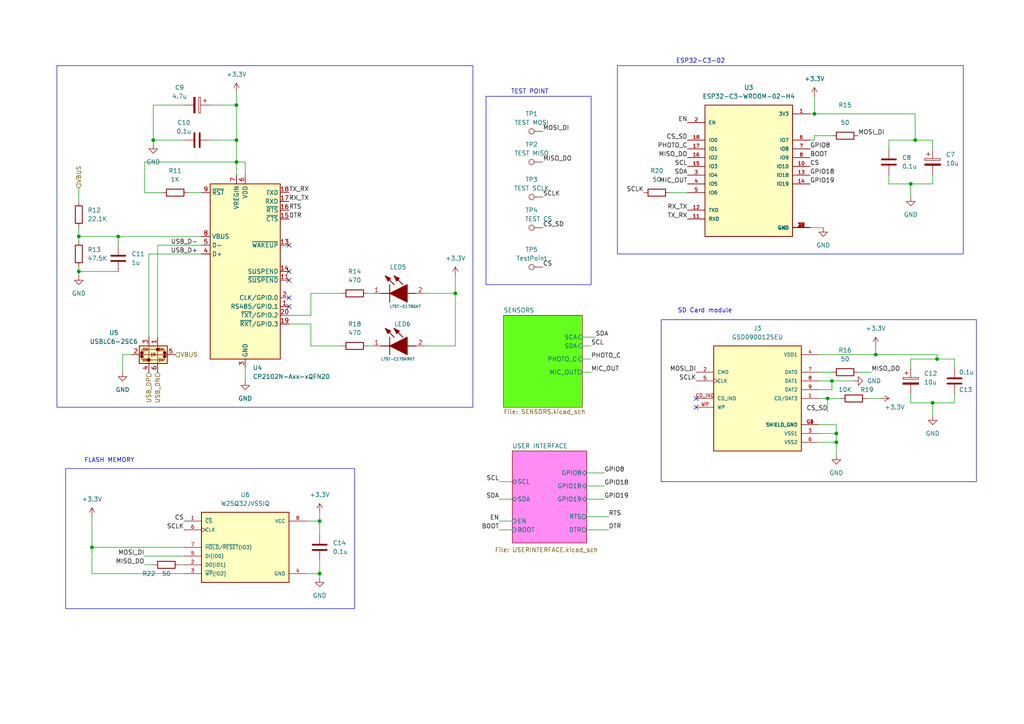
<source format=kicad_sch>
(kicad_sch
	(version 20231120)
	(generator "eeschema")
	(generator_version "8.0")
	(uuid "f2940262-db16-446b-b612-915d17dbe9d2")
	(paper "A4")
	(lib_symbols
		(symbol "Connector:TestPoint"
			(pin_numbers hide)
			(pin_names
				(offset 0.762) hide)
			(exclude_from_sim no)
			(in_bom yes)
			(on_board yes)
			(property "Reference" "TP"
				(at 0 6.858 0)
				(effects
					(font
						(size 1.27 1.27)
					)
				)
			)
			(property "Value" "TestPoint"
				(at 0 5.08 0)
				(effects
					(font
						(size 1.27 1.27)
					)
				)
			)
			(property "Footprint" ""
				(at 5.08 0 0)
				(effects
					(font
						(size 1.27 1.27)
					)
					(hide yes)
				)
			)
			(property "Datasheet" "~"
				(at 5.08 0 0)
				(effects
					(font
						(size 1.27 1.27)
					)
					(hide yes)
				)
			)
			(property "Description" "test point"
				(at 0 0 0)
				(effects
					(font
						(size 1.27 1.27)
					)
					(hide yes)
				)
			)
			(property "ki_keywords" "test point tp"
				(at 0 0 0)
				(effects
					(font
						(size 1.27 1.27)
					)
					(hide yes)
				)
			)
			(property "ki_fp_filters" "Pin* Test*"
				(at 0 0 0)
				(effects
					(font
						(size 1.27 1.27)
					)
					(hide yes)
				)
			)
			(symbol "TestPoint_0_1"
				(circle
					(center 0 3.302)
					(radius 0.762)
					(stroke
						(width 0)
						(type default)
					)
					(fill
						(type none)
					)
				)
			)
			(symbol "TestPoint_1_1"
				(pin passive line
					(at 0 0 90)
					(length 2.54)
					(name "1"
						(effects
							(font
								(size 1.27 1.27)
							)
						)
					)
					(number "1"
						(effects
							(font
								(size 1.27 1.27)
							)
						)
					)
				)
			)
		)
		(symbol "Device:C"
			(pin_numbers hide)
			(pin_names
				(offset 0.254)
			)
			(exclude_from_sim no)
			(in_bom yes)
			(on_board yes)
			(property "Reference" "C"
				(at 0.635 2.54 0)
				(effects
					(font
						(size 1.27 1.27)
					)
					(justify left)
				)
			)
			(property "Value" "C"
				(at 0.635 -2.54 0)
				(effects
					(font
						(size 1.27 1.27)
					)
					(justify left)
				)
			)
			(property "Footprint" ""
				(at 0.9652 -3.81 0)
				(effects
					(font
						(size 1.27 1.27)
					)
					(hide yes)
				)
			)
			(property "Datasheet" "~"
				(at 0 0 0)
				(effects
					(font
						(size 1.27 1.27)
					)
					(hide yes)
				)
			)
			(property "Description" "Unpolarized capacitor"
				(at 0 0 0)
				(effects
					(font
						(size 1.27 1.27)
					)
					(hide yes)
				)
			)
			(property "ki_keywords" "cap capacitor"
				(at 0 0 0)
				(effects
					(font
						(size 1.27 1.27)
					)
					(hide yes)
				)
			)
			(property "ki_fp_filters" "C_*"
				(at 0 0 0)
				(effects
					(font
						(size 1.27 1.27)
					)
					(hide yes)
				)
			)
			(symbol "C_0_1"
				(polyline
					(pts
						(xy -2.032 -0.762) (xy 2.032 -0.762)
					)
					(stroke
						(width 0.508)
						(type default)
					)
					(fill
						(type none)
					)
				)
				(polyline
					(pts
						(xy -2.032 0.762) (xy 2.032 0.762)
					)
					(stroke
						(width 0.508)
						(type default)
					)
					(fill
						(type none)
					)
				)
			)
			(symbol "C_1_1"
				(pin passive line
					(at 0 3.81 270)
					(length 2.794)
					(name "~"
						(effects
							(font
								(size 1.27 1.27)
							)
						)
					)
					(number "1"
						(effects
							(font
								(size 1.27 1.27)
							)
						)
					)
				)
				(pin passive line
					(at 0 -3.81 90)
					(length 2.794)
					(name "~"
						(effects
							(font
								(size 1.27 1.27)
							)
						)
					)
					(number "2"
						(effects
							(font
								(size 1.27 1.27)
							)
						)
					)
				)
			)
		)
		(symbol "Device:C_Polarized"
			(pin_numbers hide)
			(pin_names
				(offset 0.254)
			)
			(exclude_from_sim no)
			(in_bom yes)
			(on_board yes)
			(property "Reference" "C"
				(at 0.635 2.54 0)
				(effects
					(font
						(size 1.27 1.27)
					)
					(justify left)
				)
			)
			(property "Value" "C_Polarized"
				(at 0.635 -2.54 0)
				(effects
					(font
						(size 1.27 1.27)
					)
					(justify left)
				)
			)
			(property "Footprint" ""
				(at 0.9652 -3.81 0)
				(effects
					(font
						(size 1.27 1.27)
					)
					(hide yes)
				)
			)
			(property "Datasheet" "~"
				(at 0 0 0)
				(effects
					(font
						(size 1.27 1.27)
					)
					(hide yes)
				)
			)
			(property "Description" "Polarized capacitor"
				(at 0 0 0)
				(effects
					(font
						(size 1.27 1.27)
					)
					(hide yes)
				)
			)
			(property "ki_keywords" "cap capacitor"
				(at 0 0 0)
				(effects
					(font
						(size 1.27 1.27)
					)
					(hide yes)
				)
			)
			(property "ki_fp_filters" "CP_*"
				(at 0 0 0)
				(effects
					(font
						(size 1.27 1.27)
					)
					(hide yes)
				)
			)
			(symbol "C_Polarized_0_1"
				(rectangle
					(start -2.286 0.508)
					(end 2.286 1.016)
					(stroke
						(width 0)
						(type default)
					)
					(fill
						(type none)
					)
				)
				(polyline
					(pts
						(xy -1.778 2.286) (xy -0.762 2.286)
					)
					(stroke
						(width 0)
						(type default)
					)
					(fill
						(type none)
					)
				)
				(polyline
					(pts
						(xy -1.27 2.794) (xy -1.27 1.778)
					)
					(stroke
						(width 0)
						(type default)
					)
					(fill
						(type none)
					)
				)
				(rectangle
					(start 2.286 -0.508)
					(end -2.286 -1.016)
					(stroke
						(width 0)
						(type default)
					)
					(fill
						(type outline)
					)
				)
			)
			(symbol "C_Polarized_1_1"
				(pin passive line
					(at 0 3.81 270)
					(length 2.794)
					(name "~"
						(effects
							(font
								(size 1.27 1.27)
							)
						)
					)
					(number "1"
						(effects
							(font
								(size 1.27 1.27)
							)
						)
					)
				)
				(pin passive line
					(at 0 -3.81 90)
					(length 2.794)
					(name "~"
						(effects
							(font
								(size 1.27 1.27)
							)
						)
					)
					(number "2"
						(effects
							(font
								(size 1.27 1.27)
							)
						)
					)
				)
			)
		)
		(symbol "Device:R"
			(pin_numbers hide)
			(pin_names
				(offset 0)
			)
			(exclude_from_sim no)
			(in_bom yes)
			(on_board yes)
			(property "Reference" "R"
				(at 2.032 0 90)
				(effects
					(font
						(size 1.27 1.27)
					)
				)
			)
			(property "Value" "R"
				(at 0 0 90)
				(effects
					(font
						(size 1.27 1.27)
					)
				)
			)
			(property "Footprint" ""
				(at -1.778 0 90)
				(effects
					(font
						(size 1.27 1.27)
					)
					(hide yes)
				)
			)
			(property "Datasheet" "~"
				(at 0 0 0)
				(effects
					(font
						(size 1.27 1.27)
					)
					(hide yes)
				)
			)
			(property "Description" "Resistor"
				(at 0 0 0)
				(effects
					(font
						(size 1.27 1.27)
					)
					(hide yes)
				)
			)
			(property "ki_keywords" "R res resistor"
				(at 0 0 0)
				(effects
					(font
						(size 1.27 1.27)
					)
					(hide yes)
				)
			)
			(property "ki_fp_filters" "R_*"
				(at 0 0 0)
				(effects
					(font
						(size 1.27 1.27)
					)
					(hide yes)
				)
			)
			(symbol "R_0_1"
				(rectangle
					(start -1.016 -2.54)
					(end 1.016 2.54)
					(stroke
						(width 0.254)
						(type default)
					)
					(fill
						(type none)
					)
				)
			)
			(symbol "R_1_1"
				(pin passive line
					(at 0 3.81 270)
					(length 1.27)
					(name "~"
						(effects
							(font
								(size 1.27 1.27)
							)
						)
					)
					(number "1"
						(effects
							(font
								(size 1.27 1.27)
							)
						)
					)
				)
				(pin passive line
					(at 0 -3.81 90)
					(length 1.27)
					(name "~"
						(effects
							(font
								(size 1.27 1.27)
							)
						)
					)
					(number "2"
						(effects
							(font
								(size 1.27 1.27)
							)
						)
					)
				)
			)
		)
		(symbol "ESP32-C3-WROOM-02-H4:ESP32-C3-WROOM-02-H4"
			(pin_names
				(offset 1.016)
			)
			(exclude_from_sim no)
			(in_bom yes)
			(on_board yes)
			(property "Reference" "U"
				(at -12.7 21.082 0)
				(effects
					(font
						(size 1.27 1.27)
					)
					(justify left bottom)
				)
			)
			(property "Value" "ESP32-C3-WROOM-02-H4"
				(at -12.7 -18.542 0)
				(effects
					(font
						(size 1.27 1.27)
					)
					(justify left top)
				)
			)
			(property "Footprint" "ESP32-C3-WROOM-02-H4:MODULE_ESP32-C3-WROOM-02-H4"
				(at 0 0 0)
				(effects
					(font
						(size 1.27 1.27)
					)
					(justify bottom)
					(hide yes)
				)
			)
			(property "Datasheet" ""
				(at 0 0 0)
				(effects
					(font
						(size 1.27 1.27)
					)
					(hide yes)
				)
			)
			(property "Description" ""
				(at 0 0 0)
				(effects
					(font
						(size 1.27 1.27)
					)
					(hide yes)
				)
			)
			(property "DigiKey_Part_Number" "1965-ESP32-C3-WROOM-02-H4CT-ND"
				(at 0 0 0)
				(effects
					(font
						(size 1.27 1.27)
					)
					(justify bottom)
					(hide yes)
				)
			)
			(property "MF" "Espressif Systems"
				(at 0 0 0)
				(effects
					(font
						(size 1.27 1.27)
					)
					(justify bottom)
					(hide yes)
				)
			)
			(property "Description_1" "\n                        \n                            WiFi Modules (802.11) (Engineering Samples) SMD module, ESP32-C3, 4MB SPI flash, PCB antenna, -40 C +105 C\n                        \n"
				(at 0 0 0)
				(effects
					(font
						(size 1.27 1.27)
					)
					(justify bottom)
					(hide yes)
				)
			)
			(property "Package" "Package"
				(at 0 0 0)
				(effects
					(font
						(size 1.27 1.27)
					)
					(justify bottom)
					(hide yes)
				)
			)
			(property "Price" "None"
				(at 0 0 0)
				(effects
					(font
						(size 1.27 1.27)
					)
					(justify bottom)
					(hide yes)
				)
			)
			(property "Check_prices" "https://www.snapeda.com/parts/ESP32-C3-WROOM-02-H4/Espressif+Systems/view-part/?ref=eda"
				(at 0 0 0)
				(effects
					(font
						(size 1.27 1.27)
					)
					(justify bottom)
					(hide yes)
				)
			)
			(property "SnapEDA_Link" "https://www.snapeda.com/parts/ESP32-C3-WROOM-02-H4/Espressif+Systems/view-part/?ref=snap"
				(at 0 0 0)
				(effects
					(font
						(size 1.27 1.27)
					)
					(justify bottom)
					(hide yes)
				)
			)
			(property "MP" "ESP32-C3-WROOM-02-H4"
				(at 0 0 0)
				(effects
					(font
						(size 1.27 1.27)
					)
					(justify bottom)
					(hide yes)
				)
			)
			(property "Availability" "In Stock"
				(at 0 0 0)
				(effects
					(font
						(size 1.27 1.27)
					)
					(justify bottom)
					(hide yes)
				)
			)
			(property "Purchase-URL" "https://pricing.snapeda.com/search/part/ESP32-C3-WROOM-02-H4/?ref=eda"
				(at 0 0 0)
				(effects
					(font
						(size 1.27 1.27)
					)
					(justify bottom)
					(hide yes)
				)
			)
			(symbol "ESP32-C3-WROOM-02-H4_0_0"
				(rectangle
					(start -12.7 -17.78)
					(end 12.7 20.32)
					(stroke
						(width 0.254)
						(type default)
					)
					(fill
						(type background)
					)
				)
				(pin power_in line
					(at 17.78 17.78 180)
					(length 5.08)
					(name "3V3"
						(effects
							(font
								(size 1.016 1.016)
							)
						)
					)
					(number "1"
						(effects
							(font
								(size 1.016 1.016)
							)
						)
					)
				)
				(pin bidirectional line
					(at 17.78 2.54 180)
					(length 5.08)
					(name "IO10"
						(effects
							(font
								(size 1.016 1.016)
							)
						)
					)
					(number "10"
						(effects
							(font
								(size 1.016 1.016)
							)
						)
					)
				)
				(pin bidirectional line
					(at -17.78 -12.7 0)
					(length 5.08)
					(name "RXD"
						(effects
							(font
								(size 1.016 1.016)
							)
						)
					)
					(number "11"
						(effects
							(font
								(size 1.016 1.016)
							)
						)
					)
				)
				(pin bidirectional line
					(at -17.78 -10.16 0)
					(length 5.08)
					(name "TXD"
						(effects
							(font
								(size 1.016 1.016)
							)
						)
					)
					(number "12"
						(effects
							(font
								(size 1.016 1.016)
							)
						)
					)
				)
				(pin bidirectional line
					(at 17.78 0 180)
					(length 5.08)
					(name "IO18"
						(effects
							(font
								(size 1.016 1.016)
							)
						)
					)
					(number "13"
						(effects
							(font
								(size 1.016 1.016)
							)
						)
					)
				)
				(pin bidirectional line
					(at 17.78 -2.54 180)
					(length 5.08)
					(name "IO19"
						(effects
							(font
								(size 1.016 1.016)
							)
						)
					)
					(number "14"
						(effects
							(font
								(size 1.016 1.016)
							)
						)
					)
				)
				(pin bidirectional line
					(at -17.78 2.54 0)
					(length 5.08)
					(name "IO3"
						(effects
							(font
								(size 1.016 1.016)
							)
						)
					)
					(number "15"
						(effects
							(font
								(size 1.016 1.016)
							)
						)
					)
				)
				(pin bidirectional line
					(at -17.78 5.08 0)
					(length 5.08)
					(name "IO2"
						(effects
							(font
								(size 1.016 1.016)
							)
						)
					)
					(number "16"
						(effects
							(font
								(size 1.016 1.016)
							)
						)
					)
				)
				(pin bidirectional line
					(at -17.78 7.62 0)
					(length 5.08)
					(name "IO1"
						(effects
							(font
								(size 1.016 1.016)
							)
						)
					)
					(number "17"
						(effects
							(font
								(size 1.016 1.016)
							)
						)
					)
				)
				(pin bidirectional line
					(at -17.78 10.16 0)
					(length 5.08)
					(name "IO0"
						(effects
							(font
								(size 1.016 1.016)
							)
						)
					)
					(number "18"
						(effects
							(font
								(size 1.016 1.016)
							)
						)
					)
				)
				(pin power_in line
					(at 17.78 -15.24 180)
					(length 5.08)
					(name "GND"
						(effects
							(font
								(size 1.016 1.016)
							)
						)
					)
					(number "19"
						(effects
							(font
								(size 1.016 1.016)
							)
						)
					)
				)
				(pin input line
					(at -17.78 15.24 0)
					(length 5.08)
					(name "EN"
						(effects
							(font
								(size 1.016 1.016)
							)
						)
					)
					(number "2"
						(effects
							(font
								(size 1.016 1.016)
							)
						)
					)
				)
				(pin power_in line
					(at 17.78 -15.24 180)
					(length 5.08)
					(name "GND"
						(effects
							(font
								(size 1.016 1.016)
							)
						)
					)
					(number "20"
						(effects
							(font
								(size 1.016 1.016)
							)
						)
					)
				)
				(pin power_in line
					(at 17.78 -15.24 180)
					(length 5.08)
					(name "GND"
						(effects
							(font
								(size 1.016 1.016)
							)
						)
					)
					(number "21"
						(effects
							(font
								(size 1.016 1.016)
							)
						)
					)
				)
				(pin power_in line
					(at 17.78 -15.24 180)
					(length 5.08)
					(name "GND"
						(effects
							(font
								(size 1.016 1.016)
							)
						)
					)
					(number "22"
						(effects
							(font
								(size 1.016 1.016)
							)
						)
					)
				)
				(pin power_in line
					(at 17.78 -15.24 180)
					(length 5.08)
					(name "GND"
						(effects
							(font
								(size 1.016 1.016)
							)
						)
					)
					(number "23"
						(effects
							(font
								(size 1.016 1.016)
							)
						)
					)
				)
				(pin power_in line
					(at 17.78 -15.24 180)
					(length 5.08)
					(name "GND"
						(effects
							(font
								(size 1.016 1.016)
							)
						)
					)
					(number "24"
						(effects
							(font
								(size 1.016 1.016)
							)
						)
					)
				)
				(pin power_in line
					(at 17.78 -15.24 180)
					(length 5.08)
					(name "GND"
						(effects
							(font
								(size 1.016 1.016)
							)
						)
					)
					(number "25"
						(effects
							(font
								(size 1.016 1.016)
							)
						)
					)
				)
				(pin power_in line
					(at 17.78 -15.24 180)
					(length 5.08)
					(name "GND"
						(effects
							(font
								(size 1.016 1.016)
							)
						)
					)
					(number "26"
						(effects
							(font
								(size 1.016 1.016)
							)
						)
					)
				)
				(pin power_in line
					(at 17.78 -15.24 180)
					(length 5.08)
					(name "GND"
						(effects
							(font
								(size 1.016 1.016)
							)
						)
					)
					(number "27"
						(effects
							(font
								(size 1.016 1.016)
							)
						)
					)
				)
				(pin power_in line
					(at 17.78 -15.24 180)
					(length 5.08)
					(name "GND"
						(effects
							(font
								(size 1.016 1.016)
							)
						)
					)
					(number "28"
						(effects
							(font
								(size 1.016 1.016)
							)
						)
					)
				)
				(pin power_in line
					(at 17.78 -15.24 180)
					(length 5.08)
					(name "GND"
						(effects
							(font
								(size 1.016 1.016)
							)
						)
					)
					(number "29"
						(effects
							(font
								(size 1.016 1.016)
							)
						)
					)
				)
				(pin bidirectional line
					(at -17.78 0 0)
					(length 5.08)
					(name "IO4"
						(effects
							(font
								(size 1.016 1.016)
							)
						)
					)
					(number "3"
						(effects
							(font
								(size 1.016 1.016)
							)
						)
					)
				)
				(pin power_in line
					(at 17.78 -15.24 180)
					(length 5.08)
					(name "GND"
						(effects
							(font
								(size 1.016 1.016)
							)
						)
					)
					(number "30"
						(effects
							(font
								(size 1.016 1.016)
							)
						)
					)
				)
				(pin power_in line
					(at 17.78 -15.24 180)
					(length 5.08)
					(name "GND"
						(effects
							(font
								(size 1.016 1.016)
							)
						)
					)
					(number "31"
						(effects
							(font
								(size 1.016 1.016)
							)
						)
					)
				)
				(pin power_in line
					(at 17.78 -15.24 180)
					(length 5.08)
					(name "GND"
						(effects
							(font
								(size 1.016 1.016)
							)
						)
					)
					(number "32"
						(effects
							(font
								(size 1.016 1.016)
							)
						)
					)
				)
				(pin power_in line
					(at 17.78 -15.24 180)
					(length 5.08)
					(name "GND"
						(effects
							(font
								(size 1.016 1.016)
							)
						)
					)
					(number "33"
						(effects
							(font
								(size 1.016 1.016)
							)
						)
					)
				)
				(pin power_in line
					(at 17.78 -15.24 180)
					(length 5.08)
					(name "GND"
						(effects
							(font
								(size 1.016 1.016)
							)
						)
					)
					(number "34"
						(effects
							(font
								(size 1.016 1.016)
							)
						)
					)
				)
				(pin power_in line
					(at 17.78 -15.24 180)
					(length 5.08)
					(name "GND"
						(effects
							(font
								(size 1.016 1.016)
							)
						)
					)
					(number "35"
						(effects
							(font
								(size 1.016 1.016)
							)
						)
					)
				)
				(pin power_in line
					(at 17.78 -15.24 180)
					(length 5.08)
					(name "GND"
						(effects
							(font
								(size 1.016 1.016)
							)
						)
					)
					(number "36"
						(effects
							(font
								(size 1.016 1.016)
							)
						)
					)
				)
				(pin power_in line
					(at 17.78 -15.24 180)
					(length 5.08)
					(name "GND"
						(effects
							(font
								(size 1.016 1.016)
							)
						)
					)
					(number "37"
						(effects
							(font
								(size 1.016 1.016)
							)
						)
					)
				)
				(pin power_in line
					(at 17.78 -15.24 180)
					(length 5.08)
					(name "GND"
						(effects
							(font
								(size 1.016 1.016)
							)
						)
					)
					(number "38"
						(effects
							(font
								(size 1.016 1.016)
							)
						)
					)
				)
				(pin power_in line
					(at 17.78 -15.24 180)
					(length 5.08)
					(name "GND"
						(effects
							(font
								(size 1.016 1.016)
							)
						)
					)
					(number "39"
						(effects
							(font
								(size 1.016 1.016)
							)
						)
					)
				)
				(pin bidirectional line
					(at -17.78 -2.54 0)
					(length 5.08)
					(name "IO5"
						(effects
							(font
								(size 1.016 1.016)
							)
						)
					)
					(number "4"
						(effects
							(font
								(size 1.016 1.016)
							)
						)
					)
				)
				(pin bidirectional line
					(at -17.78 -5.08 0)
					(length 5.08)
					(name "IO6"
						(effects
							(font
								(size 1.016 1.016)
							)
						)
					)
					(number "5"
						(effects
							(font
								(size 1.016 1.016)
							)
						)
					)
				)
				(pin bidirectional line
					(at 17.78 10.16 180)
					(length 5.08)
					(name "IO7"
						(effects
							(font
								(size 1.016 1.016)
							)
						)
					)
					(number "6"
						(effects
							(font
								(size 1.016 1.016)
							)
						)
					)
				)
				(pin bidirectional line
					(at 17.78 7.62 180)
					(length 5.08)
					(name "IO8"
						(effects
							(font
								(size 1.016 1.016)
							)
						)
					)
					(number "7"
						(effects
							(font
								(size 1.016 1.016)
							)
						)
					)
				)
				(pin bidirectional line
					(at 17.78 5.08 180)
					(length 5.08)
					(name "IO9"
						(effects
							(font
								(size 1.016 1.016)
							)
						)
					)
					(number "8"
						(effects
							(font
								(size 1.016 1.016)
							)
						)
					)
				)
				(pin power_in line
					(at 17.78 -15.24 180)
					(length 5.08)
					(name "GND"
						(effects
							(font
								(size 1.016 1.016)
							)
						)
					)
					(number "9"
						(effects
							(font
								(size 1.016 1.016)
							)
						)
					)
				)
			)
		)
		(symbol "GSD090012SEU:GSD090012SEU"
			(pin_names
				(offset 1.016)
			)
			(exclude_from_sim no)
			(in_bom yes)
			(on_board yes)
			(property "Reference" "J"
				(at -12.7 16.002 0)
				(effects
					(font
						(size 1.27 1.27)
					)
					(justify left bottom)
				)
			)
			(property "Value" "GSD090012SEU"
				(at -12.7 -17.78 0)
				(effects
					(font
						(size 1.27 1.27)
					)
					(justify left bottom)
				)
			)
			(property "Footprint" "GSD090012SEU:AMPHENOL_GSD090012SEU"
				(at 0 0 0)
				(effects
					(font
						(size 1.27 1.27)
					)
					(justify bottom)
					(hide yes)
				)
			)
			(property "Datasheet" ""
				(at 0 0 0)
				(effects
					(font
						(size 1.27 1.27)
					)
					(hide yes)
				)
			)
			(property "Description" ""
				(at 0 0 0)
				(effects
					(font
						(size 1.27 1.27)
					)
					(hide yes)
				)
			)
			(property "MF" "Amphenol"
				(at 0 0 0)
				(effects
					(font
						(size 1.27 1.27)
					)
					(justify bottom)
					(hide yes)
				)
			)
			(property "MAXIMUM_PACKAGE_HEIGHT" "2.95mm"
				(at 0 0 0)
				(effects
					(font
						(size 1.27 1.27)
					)
					(justify bottom)
					(hide yes)
				)
			)
			(property "Package" "None"
				(at 0 0 0)
				(effects
					(font
						(size 1.27 1.27)
					)
					(justify bottom)
					(hide yes)
				)
			)
			(property "Price" "None"
				(at 0 0 0)
				(effects
					(font
						(size 1.27 1.27)
					)
					(justify bottom)
					(hide yes)
				)
			)
			(property "Check_prices" "https://www.snapeda.com/parts/GSD090012SEU/Amphenol/view-part/?ref=eda"
				(at 0 0 0)
				(effects
					(font
						(size 1.27 1.27)
					)
					(justify bottom)
					(hide yes)
				)
			)
			(property "STANDARD" "Manufacturer Recommendations"
				(at 0 0 0)
				(effects
					(font
						(size 1.27 1.27)
					)
					(justify bottom)
					(hide yes)
				)
			)
			(property "PARTREV" "E"
				(at 0 0 0)
				(effects
					(font
						(size 1.27 1.27)
					)
					(justify bottom)
					(hide yes)
				)
			)
			(property "SnapEDA_Link" "https://www.snapeda.com/parts/GSD090012SEU/Amphenol/view-part/?ref=snap"
				(at 0 0 0)
				(effects
					(font
						(size 1.27 1.27)
					)
					(justify bottom)
					(hide yes)
				)
			)
			(property "MP" "GSD090012SEU"
				(at 0 0 0)
				(effects
					(font
						(size 1.27 1.27)
					)
					(justify bottom)
					(hide yes)
				)
			)
			(property "Description_1" "\n                        \n                            Micro SD and SD Card Sockets, Input Output Connectors, SD Socket,9 Position,SMT\n                        \n"
				(at 0 0 0)
				(effects
					(font
						(size 1.27 1.27)
					)
					(justify bottom)
					(hide yes)
				)
			)
			(property "Availability" "In Stock"
				(at 0 0 0)
				(effects
					(font
						(size 1.27 1.27)
					)
					(justify bottom)
					(hide yes)
				)
			)
			(property "MANUFACTURER" "Amphenol"
				(at 0 0 0)
				(effects
					(font
						(size 1.27 1.27)
					)
					(justify bottom)
					(hide yes)
				)
			)
			(symbol "GSD090012SEU_0_0"
				(rectangle
					(start -12.7 -15.24)
					(end 12.7 15.24)
					(stroke
						(width 0.254)
						(type default)
					)
					(fill
						(type background)
					)
				)
				(pin bidirectional line
					(at 17.78 0 180)
					(length 5.08)
					(name "CD/DAT3"
						(effects
							(font
								(size 1.016 1.016)
							)
						)
					)
					(number "1"
						(effects
							(font
								(size 1.016 1.016)
							)
						)
					)
				)
				(pin bidirectional line
					(at -17.78 7.62 0)
					(length 5.08)
					(name "CMD"
						(effects
							(font
								(size 1.016 1.016)
							)
						)
					)
					(number "2"
						(effects
							(font
								(size 1.016 1.016)
							)
						)
					)
				)
				(pin power_in line
					(at 17.78 -10.16 180)
					(length 5.08)
					(name "VSS1"
						(effects
							(font
								(size 1.016 1.016)
							)
						)
					)
					(number "3"
						(effects
							(font
								(size 1.016 1.016)
							)
						)
					)
				)
				(pin power_in line
					(at 17.78 12.7 180)
					(length 5.08)
					(name "VDD1"
						(effects
							(font
								(size 1.016 1.016)
							)
						)
					)
					(number "4"
						(effects
							(font
								(size 1.016 1.016)
							)
						)
					)
				)
				(pin bidirectional clock
					(at -17.78 5.08 0)
					(length 5.08)
					(name "CLK"
						(effects
							(font
								(size 1.016 1.016)
							)
						)
					)
					(number "5"
						(effects
							(font
								(size 1.016 1.016)
							)
						)
					)
				)
				(pin power_in line
					(at 17.78 -12.7 180)
					(length 5.08)
					(name "VSS2"
						(effects
							(font
								(size 1.016 1.016)
							)
						)
					)
					(number "6"
						(effects
							(font
								(size 1.016 1.016)
							)
						)
					)
				)
				(pin bidirectional line
					(at 17.78 7.62 180)
					(length 5.08)
					(name "DAT0"
						(effects
							(font
								(size 1.016 1.016)
							)
						)
					)
					(number "7"
						(effects
							(font
								(size 1.016 1.016)
							)
						)
					)
				)
				(pin bidirectional line
					(at 17.78 5.08 180)
					(length 5.08)
					(name "DAT1"
						(effects
							(font
								(size 1.016 1.016)
							)
						)
					)
					(number "8"
						(effects
							(font
								(size 1.016 1.016)
							)
						)
					)
				)
				(pin bidirectional line
					(at 17.78 2.54 180)
					(length 5.08)
					(name "DAT2"
						(effects
							(font
								(size 1.016 1.016)
							)
						)
					)
					(number "9"
						(effects
							(font
								(size 1.016 1.016)
							)
						)
					)
				)
				(pin passive line
					(at -17.78 0 0)
					(length 5.08)
					(name "CD_IND"
						(effects
							(font
								(size 1.016 1.016)
							)
						)
					)
					(number "CD_IND"
						(effects
							(font
								(size 1.016 1.016)
							)
						)
					)
				)
				(pin power_in line
					(at 17.78 -7.62 180)
					(length 5.08)
					(name "SHIELD_GND"
						(effects
							(font
								(size 1.016 1.016)
							)
						)
					)
					(number "G1"
						(effects
							(font
								(size 1.016 1.016)
							)
						)
					)
				)
				(pin power_in line
					(at 17.78 -7.62 180)
					(length 5.08)
					(name "SHIELD_GND"
						(effects
							(font
								(size 1.016 1.016)
							)
						)
					)
					(number "G2"
						(effects
							(font
								(size 1.016 1.016)
							)
						)
					)
				)
				(pin power_in line
					(at 17.78 -7.62 180)
					(length 5.08)
					(name "SHIELD_GND"
						(effects
							(font
								(size 1.016 1.016)
							)
						)
					)
					(number "G3"
						(effects
							(font
								(size 1.016 1.016)
							)
						)
					)
				)
				(pin power_in line
					(at 17.78 -7.62 180)
					(length 5.08)
					(name "SHIELD_GND"
						(effects
							(font
								(size 1.016 1.016)
							)
						)
					)
					(number "G4"
						(effects
							(font
								(size 1.016 1.016)
							)
						)
					)
				)
				(pin passive line
					(at -17.78 -2.54 0)
					(length 5.08)
					(name "WP"
						(effects
							(font
								(size 1.016 1.016)
							)
						)
					)
					(number "WP"
						(effects
							(font
								(size 1.016 1.016)
							)
						)
					)
				)
			)
		)
		(symbol "Interface_USB:CP2102N-Axx-xQFN20"
			(exclude_from_sim no)
			(in_bom yes)
			(on_board yes)
			(property "Reference" "U"
				(at -8.89 26.67 0)
				(effects
					(font
						(size 1.27 1.27)
					)
				)
			)
			(property "Value" "CP2102N-Axx-xQFN20"
				(at 12.7 26.67 0)
				(effects
					(font
						(size 1.27 1.27)
					)
				)
			)
			(property "Footprint" "Package_DFN_QFN:SiliconLabs_QFN-20-1EP_3x3mm_P0.5mm"
				(at 31.75 -26.67 0)
				(effects
					(font
						(size 1.27 1.27)
					)
					(hide yes)
				)
			)
			(property "Datasheet" "https://www.silabs.com/documents/public/data-sheets/cp2102n-datasheet.pdf"
				(at 1.27 -19.05 0)
				(effects
					(font
						(size 1.27 1.27)
					)
					(hide yes)
				)
			)
			(property "Description" "USB to UART master bridge, QFN-20"
				(at 0 0 0)
				(effects
					(font
						(size 1.27 1.27)
					)
					(hide yes)
				)
			)
			(property "ki_keywords" "USB UART bridge"
				(at 0 0 0)
				(effects
					(font
						(size 1.27 1.27)
					)
					(hide yes)
				)
			)
			(property "ki_fp_filters" "SiliconLabs*QFN*3x3mm*P0.5mm*"
				(at 0 0 0)
				(effects
					(font
						(size 1.27 1.27)
					)
					(hide yes)
				)
			)
			(symbol "CP2102N-Axx-xQFN20_0_1"
				(rectangle
					(start -10.16 25.4)
					(end 10.16 -25.4)
					(stroke
						(width 0.254)
						(type default)
					)
					(fill
						(type background)
					)
				)
			)
			(symbol "CP2102N-Axx-xQFN20_1_1"
				(pin bidirectional line
					(at 12.7 -10.16 180)
					(length 2.54)
					(name "RS485/GPIO.1"
						(effects
							(font
								(size 1.27 1.27)
							)
						)
					)
					(number "1"
						(effects
							(font
								(size 1.27 1.27)
							)
						)
					)
				)
				(pin no_connect line
					(at -10.16 -22.86 0)
					(length 2.54) hide
					(name "NC"
						(effects
							(font
								(size 1.27 1.27)
							)
						)
					)
					(number "10"
						(effects
							(font
								(size 1.27 1.27)
							)
						)
					)
				)
				(pin output line
					(at 12.7 -2.54 180)
					(length 2.54)
					(name "~{SUSPEND}"
						(effects
							(font
								(size 1.27 1.27)
							)
						)
					)
					(number "11"
						(effects
							(font
								(size 1.27 1.27)
							)
						)
					)
				)
				(pin passive line
					(at 0 -27.94 90)
					(length 2.54) hide
					(name "GND"
						(effects
							(font
								(size 1.27 1.27)
							)
						)
					)
					(number "12"
						(effects
							(font
								(size 1.27 1.27)
							)
						)
					)
				)
				(pin input line
					(at 12.7 7.62 180)
					(length 2.54)
					(name "~{WAKEUP}"
						(effects
							(font
								(size 1.27 1.27)
							)
						)
					)
					(number "13"
						(effects
							(font
								(size 1.27 1.27)
							)
						)
					)
				)
				(pin output line
					(at 12.7 0 180)
					(length 2.54)
					(name "SUSPEND"
						(effects
							(font
								(size 1.27 1.27)
							)
						)
					)
					(number "14"
						(effects
							(font
								(size 1.27 1.27)
							)
						)
					)
				)
				(pin input line
					(at 12.7 15.24 180)
					(length 2.54)
					(name "~{CTS}"
						(effects
							(font
								(size 1.27 1.27)
							)
						)
					)
					(number "15"
						(effects
							(font
								(size 1.27 1.27)
							)
						)
					)
				)
				(pin output line
					(at 12.7 17.78 180)
					(length 2.54)
					(name "~{RTS}"
						(effects
							(font
								(size 1.27 1.27)
							)
						)
					)
					(number "16"
						(effects
							(font
								(size 1.27 1.27)
							)
						)
					)
				)
				(pin input line
					(at 12.7 20.32 180)
					(length 2.54)
					(name "RXD"
						(effects
							(font
								(size 1.27 1.27)
							)
						)
					)
					(number "17"
						(effects
							(font
								(size 1.27 1.27)
							)
						)
					)
				)
				(pin output line
					(at 12.7 22.86 180)
					(length 2.54)
					(name "TXD"
						(effects
							(font
								(size 1.27 1.27)
							)
						)
					)
					(number "18"
						(effects
							(font
								(size 1.27 1.27)
							)
						)
					)
				)
				(pin bidirectional line
					(at 12.7 -15.24 180)
					(length 2.54)
					(name "~{RXT}/GPIO.3"
						(effects
							(font
								(size 1.27 1.27)
							)
						)
					)
					(number "19"
						(effects
							(font
								(size 1.27 1.27)
							)
						)
					)
				)
				(pin bidirectional line
					(at 12.7 -7.62 180)
					(length 2.54)
					(name "CLK/GPIO.0"
						(effects
							(font
								(size 1.27 1.27)
							)
						)
					)
					(number "2"
						(effects
							(font
								(size 1.27 1.27)
							)
						)
					)
				)
				(pin bidirectional line
					(at 12.7 -12.7 180)
					(length 2.54)
					(name "~{TXT}/GPIO.2"
						(effects
							(font
								(size 1.27 1.27)
							)
						)
					)
					(number "20"
						(effects
							(font
								(size 1.27 1.27)
							)
						)
					)
				)
				(pin passive line
					(at 0 -27.94 90)
					(length 2.54) hide
					(name "GND"
						(effects
							(font
								(size 1.27 1.27)
							)
						)
					)
					(number "21"
						(effects
							(font
								(size 1.27 1.27)
							)
						)
					)
				)
				(pin power_in line
					(at 0 -27.94 90)
					(length 2.54)
					(name "GND"
						(effects
							(font
								(size 1.27 1.27)
							)
						)
					)
					(number "3"
						(effects
							(font
								(size 1.27 1.27)
							)
						)
					)
				)
				(pin bidirectional line
					(at -12.7 5.08 0)
					(length 2.54)
					(name "D+"
						(effects
							(font
								(size 1.27 1.27)
							)
						)
					)
					(number "4"
						(effects
							(font
								(size 1.27 1.27)
							)
						)
					)
				)
				(pin bidirectional line
					(at -12.7 7.62 0)
					(length 2.54)
					(name "D-"
						(effects
							(font
								(size 1.27 1.27)
							)
						)
					)
					(number "5"
						(effects
							(font
								(size 1.27 1.27)
							)
						)
					)
				)
				(pin power_in line
					(at 0 27.94 270)
					(length 2.54)
					(name "VDD"
						(effects
							(font
								(size 1.27 1.27)
							)
						)
					)
					(number "6"
						(effects
							(font
								(size 1.27 1.27)
							)
						)
					)
				)
				(pin power_in line
					(at -2.54 27.94 270)
					(length 2.54)
					(name "VREGIN"
						(effects
							(font
								(size 1.27 1.27)
							)
						)
					)
					(number "7"
						(effects
							(font
								(size 1.27 1.27)
							)
						)
					)
				)
				(pin input line
					(at -12.7 10.16 0)
					(length 2.54)
					(name "VBUS"
						(effects
							(font
								(size 1.27 1.27)
							)
						)
					)
					(number "8"
						(effects
							(font
								(size 1.27 1.27)
							)
						)
					)
				)
				(pin input line
					(at -12.7 22.86 0)
					(length 2.54)
					(name "~{RST}"
						(effects
							(font
								(size 1.27 1.27)
							)
						)
					)
					(number "9"
						(effects
							(font
								(size 1.27 1.27)
							)
						)
					)
				)
			)
		)
		(symbol "LTST-C170GKT:LTST-C170GKT"
			(pin_names hide)
			(exclude_from_sim no)
			(in_bom yes)
			(on_board yes)
			(property "Reference" "LED"
				(at 12.7 8.89 0)
				(effects
					(font
						(size 1.27 1.27)
					)
					(justify left bottom)
				)
			)
			(property "Value" "LTST-C170GKT"
				(at 12.7 6.35 0)
				(effects
					(font
						(size 1.27 1.27)
					)
					(justify left bottom)
				)
			)
			(property "Footprint" "LEDC2012X120N"
				(at 12.7 -93.65 0)
				(effects
					(font
						(size 1.27 1.27)
					)
					(justify left bottom)
					(hide yes)
				)
			)
			(property "Datasheet" "https://mm.digikey.com/Volume0/opasdata/d220001/medias/docus/895/LTST-C170GKT.pdf"
				(at 12.7 -193.65 0)
				(effects
					(font
						(size 1.27 1.27)
					)
					(justify left bottom)
					(hide yes)
				)
			)
			(property "Description" "LED,SMD,0805,Green,6mcd,130deg Lite-On LTST-C170GKT, CHIPLED 0805 Series Green LED, 569 nm 2012 (0805), Rectangle Lens SMD package"
				(at 0 0 0)
				(effects
					(font
						(size 1.27 1.27)
					)
					(hide yes)
				)
			)
			(property "Height" "1.2"
				(at 12.7 -393.65 0)
				(effects
					(font
						(size 1.27 1.27)
					)
					(justify left bottom)
					(hide yes)
				)
			)
			(property "Manufacturer_Name" "Lite-On"
				(at 12.7 -493.65 0)
				(effects
					(font
						(size 1.27 1.27)
					)
					(justify left bottom)
					(hide yes)
				)
			)
			(property "Manufacturer_Part_Number" "LTST-C170GKT"
				(at 12.7 -593.65 0)
				(effects
					(font
						(size 1.27 1.27)
					)
					(justify left bottom)
					(hide yes)
				)
			)
			(property "Mouser Part Number" "859-LTST-C170GKT"
				(at 12.7 -693.65 0)
				(effects
					(font
						(size 1.27 1.27)
					)
					(justify left bottom)
					(hide yes)
				)
			)
			(property "Mouser Price/Stock" "https://www.mouser.co.uk/ProductDetail/LITEON/LTST-C170GKT?qs=%2FSqKn2EfXQSV5aRij3YIfQ%3D%3D"
				(at 12.7 -793.65 0)
				(effects
					(font
						(size 1.27 1.27)
					)
					(justify left bottom)
					(hide yes)
				)
			)
			(property "Arrow Part Number" "LTST-C170GKT"
				(at 12.7 -893.65 0)
				(effects
					(font
						(size 1.27 1.27)
					)
					(justify left bottom)
					(hide yes)
				)
			)
			(property "Arrow Price/Stock" "https://www.arrow.com/en/products/ltst-c170gkt/lite-on-technology?utm_currency=USD&region=nac"
				(at 12.7 -993.65 0)
				(effects
					(font
						(size 1.27 1.27)
					)
					(justify left bottom)
					(hide yes)
				)
			)
			(symbol "LTST-C170GKT_1_1"
				(polyline
					(pts
						(xy 2.54 0) (xy 5.08 0)
					)
					(stroke
						(width 0.254)
						(type default)
					)
					(fill
						(type none)
					)
				)
				(polyline
					(pts
						(xy 5.08 2.54) (xy 5.08 -2.54)
					)
					(stroke
						(width 0.254)
						(type default)
					)
					(fill
						(type none)
					)
				)
				(polyline
					(pts
						(xy 6.35 2.54) (xy 3.81 5.08)
					)
					(stroke
						(width 0.254)
						(type default)
					)
					(fill
						(type none)
					)
				)
				(polyline
					(pts
						(xy 8.89 2.54) (xy 6.35 5.08)
					)
					(stroke
						(width 0.254)
						(type default)
					)
					(fill
						(type none)
					)
				)
				(polyline
					(pts
						(xy 10.16 0) (xy 12.7 0)
					)
					(stroke
						(width 0.254)
						(type default)
					)
					(fill
						(type none)
					)
				)
				(polyline
					(pts
						(xy 5.08 0) (xy 10.16 2.54) (xy 10.16 -2.54) (xy 5.08 0)
					)
					(stroke
						(width 0.254)
						(type default)
					)
					(fill
						(type outline)
					)
				)
				(polyline
					(pts
						(xy 5.334 4.318) (xy 4.572 3.556) (xy 3.81 5.08) (xy 5.334 4.318)
					)
					(stroke
						(width 0.254)
						(type default)
					)
					(fill
						(type outline)
					)
				)
				(polyline
					(pts
						(xy 7.874 4.318) (xy 7.112 3.556) (xy 6.35 5.08) (xy 7.874 4.318)
					)
					(stroke
						(width 0.254)
						(type default)
					)
					(fill
						(type outline)
					)
				)
				(pin passive line
					(at 0 0 0)
					(length 2.54)
					(name "K"
						(effects
							(font
								(size 1.27 1.27)
							)
						)
					)
					(number "1"
						(effects
							(font
								(size 1.27 1.27)
							)
						)
					)
				)
				(pin passive line
					(at 15.24 0 180)
					(length 2.54)
					(name "A"
						(effects
							(font
								(size 1.27 1.27)
							)
						)
					)
					(number "2"
						(effects
							(font
								(size 1.27 1.27)
							)
						)
					)
				)
			)
		)
		(symbol "LTST-C170KRKT_1"
			(pin_names hide)
			(exclude_from_sim no)
			(in_bom yes)
			(on_board yes)
			(property "Reference" "LED"
				(at 12.7 8.89 0)
				(effects
					(font
						(size 1.27 1.27)
					)
					(justify left bottom)
				)
			)
			(property "Value" "LTST-C170KRKT"
				(at 12.7 6.35 0)
				(effects
					(font
						(size 1.27 1.27)
					)
					(justify left bottom)
				)
			)
			(property "Footprint" "LEDC2012X120N"
				(at 12.7 -93.65 0)
				(effects
					(font
						(size 1.27 1.27)
					)
					(justify left bottom)
					(hide yes)
				)
			)
			(property "Datasheet" "https://componentsearchengine.com/Datasheets/1/LTST-C170KRKT.pdf"
				(at 12.7 -193.65 0)
				(effects
					(font
						(size 1.27 1.27)
					)
					(justify left bottom)
					(hide yes)
				)
			)
			(property "Description" "Standard LEDs - SMD Red Clear 631nm"
				(at 0 0 0)
				(effects
					(font
						(size 1.27 1.27)
					)
					(hide yes)
				)
			)
			(property "Height" "1.2"
				(at 12.7 -393.65 0)
				(effects
					(font
						(size 1.27 1.27)
					)
					(justify left bottom)
					(hide yes)
				)
			)
			(property "Manufacturer_Name" "Lite-On"
				(at 12.7 -493.65 0)
				(effects
					(font
						(size 1.27 1.27)
					)
					(justify left bottom)
					(hide yes)
				)
			)
			(property "Manufacturer_Part_Number" "LTST-C170KRKT"
				(at 12.7 -593.65 0)
				(effects
					(font
						(size 1.27 1.27)
					)
					(justify left bottom)
					(hide yes)
				)
			)
			(property "Mouser Part Number" "859-LTST-C170KRKT"
				(at 12.7 -693.65 0)
				(effects
					(font
						(size 1.27 1.27)
					)
					(justify left bottom)
					(hide yes)
				)
			)
			(property "Mouser Price/Stock" "https://www.mouser.co.uk/ProductDetail/LITEON/LTST-C170KRKT?qs=NUb82WqeCyrVOID%2Fxt4rgA%3D%3D"
				(at 12.7 -793.65 0)
				(effects
					(font
						(size 1.27 1.27)
					)
					(justify left bottom)
					(hide yes)
				)
			)
			(property "Arrow Part Number" "LTST-C170KRKT"
				(at 12.7 -893.65 0)
				(effects
					(font
						(size 1.27 1.27)
					)
					(justify left bottom)
					(hide yes)
				)
			)
			(property "Arrow Price/Stock" "https://www.arrow.com/en/products/ltst-c170krkt/lite-on-technology?utm_currency=USD&region=nac"
				(at 12.7 -993.65 0)
				(effects
					(font
						(size 1.27 1.27)
					)
					(justify left bottom)
					(hide yes)
				)
			)
			(symbol "LTST-C170KRKT_1_1_1"
				(polyline
					(pts
						(xy 2.54 0) (xy 5.08 0)
					)
					(stroke
						(width 0.254)
						(type default)
					)
					(fill
						(type none)
					)
				)
				(polyline
					(pts
						(xy 5.08 2.54) (xy 5.08 -2.54)
					)
					(stroke
						(width 0.254)
						(type default)
					)
					(fill
						(type none)
					)
				)
				(polyline
					(pts
						(xy 6.35 2.54) (xy 3.81 5.08)
					)
					(stroke
						(width 0.254)
						(type default)
					)
					(fill
						(type none)
					)
				)
				(polyline
					(pts
						(xy 8.89 2.54) (xy 6.35 5.08)
					)
					(stroke
						(width 0.254)
						(type default)
					)
					(fill
						(type none)
					)
				)
				(polyline
					(pts
						(xy 10.16 0) (xy 12.7 0)
					)
					(stroke
						(width 0.254)
						(type default)
					)
					(fill
						(type none)
					)
				)
				(polyline
					(pts
						(xy 5.08 0) (xy 10.16 2.54) (xy 10.16 -2.54) (xy 5.08 0)
					)
					(stroke
						(width 0.254)
						(type default)
					)
					(fill
						(type outline)
					)
				)
				(polyline
					(pts
						(xy 5.334 4.318) (xy 4.572 3.556) (xy 3.81 5.08) (xy 5.334 4.318)
					)
					(stroke
						(width 0.254)
						(type default)
					)
					(fill
						(type outline)
					)
				)
				(polyline
					(pts
						(xy 7.874 4.318) (xy 7.112 3.556) (xy 6.35 5.08) (xy 7.874 4.318)
					)
					(stroke
						(width 0.254)
						(type default)
					)
					(fill
						(type outline)
					)
				)
				(pin passive line
					(at 0 0 0)
					(length 2.54)
					(name "K"
						(effects
							(font
								(size 1.27 1.27)
							)
						)
					)
					(number "1"
						(effects
							(font
								(size 1.27 1.27)
							)
						)
					)
				)
				(pin passive line
					(at 15.24 0 180)
					(length 2.54)
					(name "A"
						(effects
							(font
								(size 1.27 1.27)
							)
						)
					)
					(number "2"
						(effects
							(font
								(size 1.27 1.27)
							)
						)
					)
				)
			)
		)
		(symbol "Power_Protection:USBLC6-2SC6"
			(pin_names hide)
			(exclude_from_sim no)
			(in_bom yes)
			(on_board yes)
			(property "Reference" "U"
				(at 0.635 5.715 0)
				(effects
					(font
						(size 1.27 1.27)
					)
					(justify left)
				)
			)
			(property "Value" "USBLC6-2SC6"
				(at 0.635 3.81 0)
				(effects
					(font
						(size 1.27 1.27)
					)
					(justify left)
				)
			)
			(property "Footprint" "Package_TO_SOT_SMD:SOT-23-6"
				(at 1.27 -6.35 0)
				(effects
					(font
						(size 1.27 1.27)
						(italic yes)
					)
					(justify left)
					(hide yes)
				)
			)
			(property "Datasheet" "https://www.st.com/resource/en/datasheet/usblc6-2.pdf"
				(at 1.27 -8.255 0)
				(effects
					(font
						(size 1.27 1.27)
					)
					(justify left)
					(hide yes)
				)
			)
			(property "Description" "Very low capacitance ESD protection diode, 2 data-line, SOT-23-6"
				(at 0 0 0)
				(effects
					(font
						(size 1.27 1.27)
					)
					(hide yes)
				)
			)
			(property "ki_keywords" "usb ethernet video"
				(at 0 0 0)
				(effects
					(font
						(size 1.27 1.27)
					)
					(hide yes)
				)
			)
			(property "ki_fp_filters" "SOT?23*"
				(at 0 0 0)
				(effects
					(font
						(size 1.27 1.27)
					)
					(hide yes)
				)
			)
			(symbol "USBLC6-2SC6_0_0"
				(circle
					(center -1.524 0)
					(radius 0.0001)
					(stroke
						(width 0.508)
						(type default)
					)
					(fill
						(type none)
					)
				)
				(circle
					(center -0.508 -4.572)
					(radius 0.0001)
					(stroke
						(width 0.508)
						(type default)
					)
					(fill
						(type none)
					)
				)
				(circle
					(center -0.508 2.032)
					(radius 0.0001)
					(stroke
						(width 0.508)
						(type default)
					)
					(fill
						(type none)
					)
				)
				(circle
					(center 0.508 -4.572)
					(radius 0.0001)
					(stroke
						(width 0.508)
						(type default)
					)
					(fill
						(type none)
					)
				)
				(circle
					(center 0.508 2.032)
					(radius 0.0001)
					(stroke
						(width 0.508)
						(type default)
					)
					(fill
						(type none)
					)
				)
				(circle
					(center 1.524 -2.54)
					(radius 0.0001)
					(stroke
						(width 0.508)
						(type default)
					)
					(fill
						(type none)
					)
				)
			)
			(symbol "USBLC6-2SC6_0_1"
				(polyline
					(pts
						(xy -2.54 -2.54) (xy 2.54 -2.54)
					)
					(stroke
						(width 0)
						(type default)
					)
					(fill
						(type none)
					)
				)
				(polyline
					(pts
						(xy -2.54 0) (xy 2.54 0)
					)
					(stroke
						(width 0)
						(type default)
					)
					(fill
						(type none)
					)
				)
				(polyline
					(pts
						(xy -2.032 -3.048) (xy -1.016 -3.048)
					)
					(stroke
						(width 0)
						(type default)
					)
					(fill
						(type none)
					)
				)
				(polyline
					(pts
						(xy -1.016 1.524) (xy -2.032 1.524)
					)
					(stroke
						(width 0)
						(type default)
					)
					(fill
						(type none)
					)
				)
				(polyline
					(pts
						(xy 1.016 -3.048) (xy 2.032 -3.048)
					)
					(stroke
						(width 0)
						(type default)
					)
					(fill
						(type none)
					)
				)
				(polyline
					(pts
						(xy 1.016 1.524) (xy 2.032 1.524)
					)
					(stroke
						(width 0)
						(type default)
					)
					(fill
						(type none)
					)
				)
				(polyline
					(pts
						(xy -0.508 -1.143) (xy -0.508 -0.762) (xy 0.508 -0.762)
					)
					(stroke
						(width 0)
						(type default)
					)
					(fill
						(type none)
					)
				)
				(polyline
					(pts
						(xy -2.032 0.508) (xy -1.016 0.508) (xy -1.524 1.524) (xy -2.032 0.508)
					)
					(stroke
						(width 0)
						(type default)
					)
					(fill
						(type none)
					)
				)
				(polyline
					(pts
						(xy -1.016 -4.064) (xy -2.032 -4.064) (xy -1.524 -3.048) (xy -1.016 -4.064)
					)
					(stroke
						(width 0)
						(type default)
					)
					(fill
						(type none)
					)
				)
				(polyline
					(pts
						(xy 0.508 -1.778) (xy -0.508 -1.778) (xy 0 -0.762) (xy 0.508 -1.778)
					)
					(stroke
						(width 0)
						(type default)
					)
					(fill
						(type none)
					)
				)
				(polyline
					(pts
						(xy 2.032 -4.064) (xy 1.016 -4.064) (xy 1.524 -3.048) (xy 2.032 -4.064)
					)
					(stroke
						(width 0)
						(type default)
					)
					(fill
						(type none)
					)
				)
				(polyline
					(pts
						(xy 2.032 0.508) (xy 1.016 0.508) (xy 1.524 1.524) (xy 2.032 0.508)
					)
					(stroke
						(width 0)
						(type default)
					)
					(fill
						(type none)
					)
				)
				(polyline
					(pts
						(xy 0 2.54) (xy -0.508 2.032) (xy 0.508 2.032) (xy 0 1.524) (xy 0 -4.064) (xy -0.508 -4.572) (xy 0.508 -4.572)
						(xy 0 -5.08)
					)
					(stroke
						(width 0)
						(type default)
					)
					(fill
						(type none)
					)
				)
			)
			(symbol "USBLC6-2SC6_1_1"
				(rectangle
					(start -2.54 2.794)
					(end 2.54 -5.334)
					(stroke
						(width 0.254)
						(type default)
					)
					(fill
						(type background)
					)
				)
				(polyline
					(pts
						(xy -0.508 2.032) (xy -1.524 2.032) (xy -1.524 -4.572) (xy -0.508 -4.572)
					)
					(stroke
						(width 0)
						(type default)
					)
					(fill
						(type none)
					)
				)
				(polyline
					(pts
						(xy 0.508 -4.572) (xy 1.524 -4.572) (xy 1.524 2.032) (xy 0.508 2.032)
					)
					(stroke
						(width 0)
						(type default)
					)
					(fill
						(type none)
					)
				)
				(pin passive line
					(at -5.08 0 0)
					(length 2.54)
					(name "I/O1"
						(effects
							(font
								(size 1.27 1.27)
							)
						)
					)
					(number "1"
						(effects
							(font
								(size 1.27 1.27)
							)
						)
					)
				)
				(pin passive line
					(at 0 -7.62 90)
					(length 2.54)
					(name "GND"
						(effects
							(font
								(size 1.27 1.27)
							)
						)
					)
					(number "2"
						(effects
							(font
								(size 1.27 1.27)
							)
						)
					)
				)
				(pin passive line
					(at -5.08 -2.54 0)
					(length 2.54)
					(name "I/O2"
						(effects
							(font
								(size 1.27 1.27)
							)
						)
					)
					(number "3"
						(effects
							(font
								(size 1.27 1.27)
							)
						)
					)
				)
				(pin passive line
					(at 5.08 -2.54 180)
					(length 2.54)
					(name "I/O2"
						(effects
							(font
								(size 1.27 1.27)
							)
						)
					)
					(number "4"
						(effects
							(font
								(size 1.27 1.27)
							)
						)
					)
				)
				(pin passive line
					(at 0 5.08 270)
					(length 2.54)
					(name "VBUS"
						(effects
							(font
								(size 1.27 1.27)
							)
						)
					)
					(number "5"
						(effects
							(font
								(size 1.27 1.27)
							)
						)
					)
				)
				(pin passive line
					(at 5.08 0 180)
					(length 2.54)
					(name "I/O1"
						(effects
							(font
								(size 1.27 1.27)
							)
						)
					)
					(number "6"
						(effects
							(font
								(size 1.27 1.27)
							)
						)
					)
				)
			)
		)
		(symbol "W25Q32JVSSIQ:W25Q32JVSSIQ"
			(pin_names
				(offset 1.016)
			)
			(exclude_from_sim no)
			(in_bom yes)
			(on_board yes)
			(property "Reference" "U"
				(at -12.4723 10.945 0)
				(effects
					(font
						(size 1.27 1.27)
					)
					(justify left bottom)
				)
			)
			(property "Value" "W25Q32JVSSIQ"
				(at -12.4744 -12.2198 0)
				(effects
					(font
						(size 1.27 1.27)
					)
					(justify left bottom)
				)
			)
			(property "Footprint" "W25Q32JVSSIQ:SOIC127P790X216-8N"
				(at 0 0 0)
				(effects
					(font
						(size 1.27 1.27)
					)
					(justify bottom)
					(hide yes)
				)
			)
			(property "Datasheet" ""
				(at 0 0 0)
				(effects
					(font
						(size 1.27 1.27)
					)
					(hide yes)
				)
			)
			(property "Description" ""
				(at 0 0 0)
				(effects
					(font
						(size 1.27 1.27)
					)
					(hide yes)
				)
			)
			(property "SHOP" ""
				(at 0 0 0)
				(effects
					(font
						(size 1.27 1.27)
					)
					(justify bottom)
					(hide yes)
				)
			)
			(property "MF" "Winbond"
				(at 0 0 0)
				(effects
					(font
						(size 1.27 1.27)
					)
					(justify bottom)
					(hide yes)
				)
			)
			(property "Description_1" "\n                        \n                            FLASH - NOR Memory IC 32Mb (4M x 8) SPI - Quad I/O 133 MHz 8-SOIC\n                        \n"
				(at 0 0 0)
				(effects
					(font
						(size 1.27 1.27)
					)
					(justify bottom)
					(hide yes)
				)
			)
			(property "Package" "SOIC-8 Winbond"
				(at 0 0 0)
				(effects
					(font
						(size 1.27 1.27)
					)
					(justify bottom)
					(hide yes)
				)
			)
			(property "Price" "None"
				(at 0 0 0)
				(effects
					(font
						(size 1.27 1.27)
					)
					(justify bottom)
					(hide yes)
				)
			)
			(property "SnapEDA_Link" "https://www.snapeda.com/parts/W25Q32JVSSIQ/Winbond/view-part/?ref=snap"
				(at 0 0 0)
				(effects
					(font
						(size 1.27 1.27)
					)
					(justify bottom)
					(hide yes)
				)
			)
			(property "MP" "W25Q32JVSSIQ"
				(at 0 0 0)
				(effects
					(font
						(size 1.27 1.27)
					)
					(justify bottom)
					(hide yes)
				)
			)
			(property "M_PART_NUMBER" "W25QXX"
				(at 0 0 0)
				(effects
					(font
						(size 1.27 1.27)
					)
					(justify bottom)
					(hide yes)
				)
			)
			(property "Availability" "In Stock"
				(at 0 0 0)
				(effects
					(font
						(size 1.27 1.27)
					)
					(justify bottom)
					(hide yes)
				)
			)
			(property "Check_prices" "https://www.snapeda.com/parts/W25Q32JVSSIQ/Winbond/view-part/?ref=eda"
				(at 0 0 0)
				(effects
					(font
						(size 1.27 1.27)
					)
					(justify bottom)
					(hide yes)
				)
			)
			(symbol "W25Q32JVSSIQ_0_0"
				(rectangle
					(start -12.7 -10.16)
					(end 12.7 10.16)
					(stroke
						(width 0.254)
						(type default)
					)
					(fill
						(type background)
					)
				)
				(pin input line
					(at -17.78 7.62 0)
					(length 5.08)
					(name "~{CS}"
						(effects
							(font
								(size 1.016 1.016)
							)
						)
					)
					(number "1"
						(effects
							(font
								(size 1.016 1.016)
							)
						)
					)
				)
				(pin bidirectional line
					(at -17.78 -5.08 0)
					(length 5.08)
					(name "DO(IO1)"
						(effects
							(font
								(size 1.016 1.016)
							)
						)
					)
					(number "2"
						(effects
							(font
								(size 1.016 1.016)
							)
						)
					)
				)
				(pin bidirectional line
					(at -17.78 -7.62 0)
					(length 5.08)
					(name "~{WP}(IO2)"
						(effects
							(font
								(size 1.016 1.016)
							)
						)
					)
					(number "3"
						(effects
							(font
								(size 1.016 1.016)
							)
						)
					)
				)
				(pin power_in line
					(at 17.78 -7.62 180)
					(length 5.08)
					(name "GND"
						(effects
							(font
								(size 1.016 1.016)
							)
						)
					)
					(number "4"
						(effects
							(font
								(size 1.016 1.016)
							)
						)
					)
				)
				(pin bidirectional line
					(at -17.78 -2.54 0)
					(length 5.08)
					(name "DI(IO0)"
						(effects
							(font
								(size 1.016 1.016)
							)
						)
					)
					(number "5"
						(effects
							(font
								(size 1.016 1.016)
							)
						)
					)
				)
				(pin input clock
					(at -17.78 5.08 0)
					(length 5.08)
					(name "CLK"
						(effects
							(font
								(size 1.016 1.016)
							)
						)
					)
					(number "6"
						(effects
							(font
								(size 1.016 1.016)
							)
						)
					)
				)
				(pin bidirectional line
					(at -17.78 0 0)
					(length 5.08)
					(name "~{HOLD}/~{RESET}(IO3)"
						(effects
							(font
								(size 1.016 1.016)
							)
						)
					)
					(number "7"
						(effects
							(font
								(size 1.016 1.016)
							)
						)
					)
				)
				(pin power_in line
					(at 17.78 7.62 180)
					(length 5.08)
					(name "VCC"
						(effects
							(font
								(size 1.016 1.016)
							)
						)
					)
					(number "8"
						(effects
							(font
								(size 1.016 1.016)
							)
						)
					)
				)
			)
		)
		(symbol "power:+3.3V"
			(power)
			(pin_numbers hide)
			(pin_names
				(offset 0) hide)
			(exclude_from_sim no)
			(in_bom yes)
			(on_board yes)
			(property "Reference" "#PWR"
				(at 0 -3.81 0)
				(effects
					(font
						(size 1.27 1.27)
					)
					(hide yes)
				)
			)
			(property "Value" "+3.3V"
				(at 0 3.556 0)
				(effects
					(font
						(size 1.27 1.27)
					)
				)
			)
			(property "Footprint" ""
				(at 0 0 0)
				(effects
					(font
						(size 1.27 1.27)
					)
					(hide yes)
				)
			)
			(property "Datasheet" ""
				(at 0 0 0)
				(effects
					(font
						(size 1.27 1.27)
					)
					(hide yes)
				)
			)
			(property "Description" "Power symbol creates a global label with name \"+3.3V\""
				(at 0 0 0)
				(effects
					(font
						(size 1.27 1.27)
					)
					(hide yes)
				)
			)
			(property "ki_keywords" "global power"
				(at 0 0 0)
				(effects
					(font
						(size 1.27 1.27)
					)
					(hide yes)
				)
			)
			(symbol "+3.3V_0_1"
				(polyline
					(pts
						(xy -0.762 1.27) (xy 0 2.54)
					)
					(stroke
						(width 0)
						(type default)
					)
					(fill
						(type none)
					)
				)
				(polyline
					(pts
						(xy 0 0) (xy 0 2.54)
					)
					(stroke
						(width 0)
						(type default)
					)
					(fill
						(type none)
					)
				)
				(polyline
					(pts
						(xy 0 2.54) (xy 0.762 1.27)
					)
					(stroke
						(width 0)
						(type default)
					)
					(fill
						(type none)
					)
				)
			)
			(symbol "+3.3V_1_1"
				(pin power_in line
					(at 0 0 90)
					(length 0)
					(name "~"
						(effects
							(font
								(size 1.27 1.27)
							)
						)
					)
					(number "1"
						(effects
							(font
								(size 1.27 1.27)
							)
						)
					)
				)
			)
		)
		(symbol "power:GND"
			(power)
			(pin_numbers hide)
			(pin_names
				(offset 0) hide)
			(exclude_from_sim no)
			(in_bom yes)
			(on_board yes)
			(property "Reference" "#PWR"
				(at 0 -6.35 0)
				(effects
					(font
						(size 1.27 1.27)
					)
					(hide yes)
				)
			)
			(property "Value" "GND"
				(at 0 -3.81 0)
				(effects
					(font
						(size 1.27 1.27)
					)
				)
			)
			(property "Footprint" ""
				(at 0 0 0)
				(effects
					(font
						(size 1.27 1.27)
					)
					(hide yes)
				)
			)
			(property "Datasheet" ""
				(at 0 0 0)
				(effects
					(font
						(size 1.27 1.27)
					)
					(hide yes)
				)
			)
			(property "Description" "Power symbol creates a global label with name \"GND\" , ground"
				(at 0 0 0)
				(effects
					(font
						(size 1.27 1.27)
					)
					(hide yes)
				)
			)
			(property "ki_keywords" "global power"
				(at 0 0 0)
				(effects
					(font
						(size 1.27 1.27)
					)
					(hide yes)
				)
			)
			(symbol "GND_0_1"
				(polyline
					(pts
						(xy 0 0) (xy 0 -1.27) (xy 1.27 -1.27) (xy 0 -2.54) (xy -1.27 -1.27) (xy 0 -1.27)
					)
					(stroke
						(width 0)
						(type default)
					)
					(fill
						(type none)
					)
				)
			)
			(symbol "GND_1_1"
				(pin power_in line
					(at 0 0 270)
					(length 0)
					(name "~"
						(effects
							(font
								(size 1.27 1.27)
							)
						)
					)
					(number "1"
						(effects
							(font
								(size 1.27 1.27)
							)
						)
					)
				)
			)
		)
	)
	(junction
		(at 34.29 68.58)
		(diameter 0)
		(color 0 0 0 0)
		(uuid "0bdb5859-872b-4413-aa04-297bc1fece9d")
	)
	(junction
		(at 242.57 125.73)
		(diameter 0)
		(color 0 0 0 0)
		(uuid "0d89d207-e49d-40cb-a5a5-fc33ce6ed2e4")
	)
	(junction
		(at 270.51 116.84)
		(diameter 0)
		(color 0 0 0 0)
		(uuid "19151797-b4ce-4b38-bcaf-2cea9995da29")
	)
	(junction
		(at 68.58 40.64)
		(diameter 0)
		(color 0 0 0 0)
		(uuid "254f37b9-82fd-41f4-a70b-d57c388aecf0")
	)
	(junction
		(at 68.58 46.99)
		(diameter 0)
		(color 0 0 0 0)
		(uuid "2f0d67f2-67a1-4a0b-abb8-1db29e6dcab9")
	)
	(junction
		(at 92.71 151.13)
		(diameter 0)
		(color 0 0 0 0)
		(uuid "31f25797-3620-44f3-b09b-cb0f071901f6")
	)
	(junction
		(at 44.45 40.64)
		(diameter 0)
		(color 0 0 0 0)
		(uuid "321ba8c1-a3f6-40cd-b4e5-47e2678eccf5")
	)
	(junction
		(at 242.57 128.27)
		(diameter 0)
		(color 0 0 0 0)
		(uuid "45dcdd2b-913a-4564-880d-0a508f1770da")
	)
	(junction
		(at 22.86 68.58)
		(diameter 0)
		(color 0 0 0 0)
		(uuid "45f0265a-2345-4054-9fde-c23e5fc94d2c")
	)
	(junction
		(at 132.08 85.09)
		(diameter 0)
		(color 0 0 0 0)
		(uuid "4fbf28d2-6919-491b-8744-4c35a6682f8b")
	)
	(junction
		(at 22.86 78.74)
		(diameter 0)
		(color 0 0 0 0)
		(uuid "6fe47309-9cb2-46b0-86f0-df936597f4ef")
	)
	(junction
		(at 240.03 115.57)
		(diameter 0)
		(color 0 0 0 0)
		(uuid "77fb29d7-f51c-4cfc-9c22-03f4c436a8ed")
	)
	(junction
		(at 264.16 53.34)
		(diameter 0)
		(color 0 0 0 0)
		(uuid "8c321122-7f5a-427c-9ef1-906c8f2c2a69")
	)
	(junction
		(at 68.58 30.48)
		(diameter 0)
		(color 0 0 0 0)
		(uuid "a5bccc79-4039-4137-81b2-dd87b55c856b")
	)
	(junction
		(at 236.22 33.02)
		(diameter 0)
		(color 0 0 0 0)
		(uuid "aaf1131e-0ea9-4a93-a0b5-d89668dc4ede")
	)
	(junction
		(at 26.67 158.75)
		(diameter 0)
		(color 0 0 0 0)
		(uuid "d0d422b5-0527-4b78-9886-88966e039cd8")
	)
	(junction
		(at 271.78 104.14)
		(diameter 0)
		(color 0 0 0 0)
		(uuid "d73b4e3b-0adf-45a1-a437-3e30f07a6e9a")
	)
	(junction
		(at 254 102.87)
		(diameter 0)
		(color 0 0 0 0)
		(uuid "d7e80acf-726d-4fb6-abe0-507ae6d0d502")
	)
	(junction
		(at 241.3 110.49)
		(diameter 0)
		(color 0 0 0 0)
		(uuid "d8f1042c-aba0-4567-a69b-f7e0805509cb")
	)
	(junction
		(at 92.71 166.37)
		(diameter 0)
		(color 0 0 0 0)
		(uuid "da6ac9e5-942f-44f5-be78-00c7a47ec001")
	)
	(junction
		(at 265.43 40.64)
		(diameter 0)
		(color 0 0 0 0)
		(uuid "f436a169-d1c7-4176-b341-e511870718fd")
	)
	(no_connect
		(at 201.93 115.57)
		(uuid "03bbb451-d3b2-4aee-a901-1d5898f582ef")
	)
	(no_connect
		(at 83.82 86.36)
		(uuid "885e08da-fd51-440e-b74a-40b065858402")
	)
	(no_connect
		(at 83.82 71.12)
		(uuid "b547553f-1d6b-49f7-994c-b84c30f69f15")
	)
	(no_connect
		(at 83.82 81.28)
		(uuid "d5ff25ca-5267-4507-9c2f-35052ddae9e9")
	)
	(no_connect
		(at 201.93 118.11)
		(uuid "e45d51b9-b0f3-4643-9c9c-b1669cbb1e60")
	)
	(no_connect
		(at 83.82 78.74)
		(uuid "f0bb8d36-ba3d-40a3-8046-4cf22c64681e")
	)
	(no_connect
		(at 83.82 88.9)
		(uuid "fd3f9b06-bf2f-43f8-bacd-43d0bf516952")
	)
	(wire
		(pts
			(xy 236.22 33.02) (xy 265.43 33.02)
		)
		(stroke
			(width 0)
			(type default)
		)
		(uuid "01a619e4-72d1-4fc1-802c-c3e7f3e4e4bc")
	)
	(wire
		(pts
			(xy 176.53 149.86) (xy 170.18 149.86)
		)
		(stroke
			(width 0)
			(type default)
		)
		(uuid "01ef1a48-dee5-4b57-825f-8b09e0ef2fea")
	)
	(wire
		(pts
			(xy 270.51 40.64) (xy 270.51 43.18)
		)
		(stroke
			(width 0)
			(type default)
		)
		(uuid "0245541c-5d31-4a4f-9bb3-6870c8827ff2")
	)
	(wire
		(pts
			(xy 236.22 39.37) (xy 236.22 40.64)
		)
		(stroke
			(width 0)
			(type default)
		)
		(uuid "042c6fde-f6eb-4376-8018-d406da712856")
	)
	(wire
		(pts
			(xy 88.9 166.37) (xy 92.71 166.37)
		)
		(stroke
			(width 0)
			(type default)
		)
		(uuid "04f8b0f3-cdcf-4a10-8cae-0573cdd9466f")
	)
	(wire
		(pts
			(xy 45.72 71.12) (xy 45.72 97.79)
		)
		(stroke
			(width 0)
			(type default)
		)
		(uuid "05220355-45b6-4eb0-bf84-a29fe55287fa")
	)
	(wire
		(pts
			(xy 241.3 110.49) (xy 247.65 110.49)
		)
		(stroke
			(width 0)
			(type default)
		)
		(uuid "06cf6ab0-3568-40ae-a3a5-9ebbe56a741f")
	)
	(wire
		(pts
			(xy 41.91 163.83) (xy 44.45 163.83)
		)
		(stroke
			(width 0)
			(type default)
		)
		(uuid "078b2bc9-ba1b-4ad9-8344-651219e42267")
	)
	(wire
		(pts
			(xy 242.57 132.08) (xy 242.57 128.27)
		)
		(stroke
			(width 0)
			(type default)
		)
		(uuid "0be96a87-012b-4963-956b-936f305dca51")
	)
	(wire
		(pts
			(xy 106.68 100.33) (xy 107.95 100.33)
		)
		(stroke
			(width 0)
			(type default)
		)
		(uuid "0c3da9c2-82f8-49f4-bbf8-18dac8c2de9e")
	)
	(wire
		(pts
			(xy 237.49 113.03) (xy 241.3 113.03)
		)
		(stroke
			(width 0)
			(type default)
		)
		(uuid "0f2872c0-5fb8-46a2-a458-5c86177ac1a6")
	)
	(wire
		(pts
			(xy 90.17 85.09) (xy 99.06 85.09)
		)
		(stroke
			(width 0)
			(type default)
		)
		(uuid "10689f21-2947-4082-af53-cd3c0434a083")
	)
	(wire
		(pts
			(xy 255.27 115.57) (xy 251.46 115.57)
		)
		(stroke
			(width 0)
			(type default)
		)
		(uuid "13fcc2b8-afe8-42c7-937a-776cbf8da3af")
	)
	(wire
		(pts
			(xy 71.12 46.99) (xy 71.12 50.8)
		)
		(stroke
			(width 0)
			(type default)
		)
		(uuid "148957cf-f4c8-4f58-8638-bf87473d79e6")
	)
	(wire
		(pts
			(xy 68.58 30.48) (xy 68.58 40.64)
		)
		(stroke
			(width 0)
			(type default)
		)
		(uuid "14b5f73f-5c8f-43c2-94d5-054f28e89fd4")
	)
	(wire
		(pts
			(xy 237.49 125.73) (xy 242.57 125.73)
		)
		(stroke
			(width 0)
			(type default)
		)
		(uuid "16f30706-f2e3-447a-b94d-300148781255")
	)
	(wire
		(pts
			(xy 34.29 78.74) (xy 22.86 78.74)
		)
		(stroke
			(width 0)
			(type default)
		)
		(uuid "19e9d6e5-9245-4539-be41-8d4e854432d3")
	)
	(wire
		(pts
			(xy 168.91 107.95) (xy 171.45 107.95)
		)
		(stroke
			(width 0)
			(type default)
		)
		(uuid "1e8f378c-f7df-4ae1-9e1e-4c5372be86f3")
	)
	(wire
		(pts
			(xy 144.78 153.67) (xy 148.59 153.67)
		)
		(stroke
			(width 0)
			(type default)
		)
		(uuid "205622c1-ae93-481b-8bc8-ea2d6a5d884a")
	)
	(wire
		(pts
			(xy 92.71 167.64) (xy 92.71 166.37)
		)
		(stroke
			(width 0)
			(type default)
		)
		(uuid "223b0c71-debb-4409-94c8-831436249329")
	)
	(wire
		(pts
			(xy 92.71 151.13) (xy 92.71 154.94)
		)
		(stroke
			(width 0)
			(type default)
		)
		(uuid "2781876f-696e-45fd-9f9e-457f4d5535c5")
	)
	(wire
		(pts
			(xy 276.86 104.14) (xy 276.86 106.68)
		)
		(stroke
			(width 0)
			(type default)
		)
		(uuid "27f70533-eaed-40fa-93e9-63d5f4032d78")
	)
	(wire
		(pts
			(xy 41.91 46.99) (xy 68.58 46.99)
		)
		(stroke
			(width 0)
			(type default)
		)
		(uuid "28bb9073-55e6-4e66-a8f1-85812c84a97b")
	)
	(wire
		(pts
			(xy 199.39 55.88) (xy 194.31 55.88)
		)
		(stroke
			(width 0)
			(type default)
		)
		(uuid "2a5e1d65-e0b9-4be6-9dd9-ccd9c1fb8049")
	)
	(wire
		(pts
			(xy 26.67 158.75) (xy 26.67 166.37)
		)
		(stroke
			(width 0)
			(type default)
		)
		(uuid "2b544b8e-6f66-4331-9912-6b3e438c559b")
	)
	(wire
		(pts
			(xy 265.43 40.64) (xy 270.51 40.64)
		)
		(stroke
			(width 0)
			(type default)
		)
		(uuid "2b7b92aa-7a6c-4091-96fb-c58c089f1333")
	)
	(wire
		(pts
			(xy 22.86 54.61) (xy 22.86 58.42)
		)
		(stroke
			(width 0)
			(type default)
		)
		(uuid "2d11e867-1697-4ed8-b25b-2abfa55d52f2")
	)
	(wire
		(pts
			(xy 254 102.87) (xy 271.78 102.87)
		)
		(stroke
			(width 0)
			(type default)
		)
		(uuid "2d895a4a-ad48-4e9f-b07c-b9dfb3391441")
	)
	(wire
		(pts
			(xy 92.71 148.59) (xy 92.71 151.13)
		)
		(stroke
			(width 0)
			(type default)
		)
		(uuid "2da269b1-834b-4c8f-ab18-1f3f9a5c71a4")
	)
	(wire
		(pts
			(xy 257.81 50.8) (xy 257.81 53.34)
		)
		(stroke
			(width 0)
			(type default)
		)
		(uuid "2e29e519-c8eb-40a2-909a-b83f17a3a9ea")
	)
	(wire
		(pts
			(xy 237.49 102.87) (xy 254 102.87)
		)
		(stroke
			(width 0)
			(type default)
		)
		(uuid "2e9567fd-b1bf-435e-a0bc-f589690449b9")
	)
	(wire
		(pts
			(xy 22.86 68.58) (xy 22.86 69.85)
		)
		(stroke
			(width 0)
			(type default)
		)
		(uuid "3377b655-0382-4dab-b504-90ceed2c3a8e")
	)
	(wire
		(pts
			(xy 175.26 144.78) (xy 170.18 144.78)
		)
		(stroke
			(width 0)
			(type default)
		)
		(uuid "34b41e66-622e-4dfc-8fa7-0c0d12994260")
	)
	(wire
		(pts
			(xy 58.42 73.66) (xy 43.18 73.66)
		)
		(stroke
			(width 0)
			(type default)
		)
		(uuid "3aff3630-6892-42af-a8e9-c160c8f5bea8")
	)
	(wire
		(pts
			(xy 265.43 33.02) (xy 265.43 40.64)
		)
		(stroke
			(width 0)
			(type default)
		)
		(uuid "3b65ec7d-001c-478c-8254-be2ee1fb9eb3")
	)
	(wire
		(pts
			(xy 240.03 115.57) (xy 243.84 115.57)
		)
		(stroke
			(width 0)
			(type default)
		)
		(uuid "3f377c39-ec0e-46d3-90ba-0ccd82d97e0d")
	)
	(wire
		(pts
			(xy 241.3 113.03) (xy 241.3 110.49)
		)
		(stroke
			(width 0)
			(type default)
		)
		(uuid "442b52d2-aae8-4527-ab12-f0d38adf1d44")
	)
	(wire
		(pts
			(xy 168.91 100.33) (xy 171.45 100.33)
		)
		(stroke
			(width 0)
			(type default)
		)
		(uuid "456cff17-4172-4fc7-82cd-1b2da2b0b9d4")
	)
	(wire
		(pts
			(xy 254 100.33) (xy 254 102.87)
		)
		(stroke
			(width 0)
			(type default)
		)
		(uuid "48010722-047a-4d16-b71d-08861429c27a")
	)
	(wire
		(pts
			(xy 257.81 43.18) (xy 257.81 40.64)
		)
		(stroke
			(width 0)
			(type default)
		)
		(uuid "492de0ef-635f-442e-a9fd-677980de9769")
	)
	(wire
		(pts
			(xy 53.34 30.48) (xy 44.45 30.48)
		)
		(stroke
			(width 0)
			(type default)
		)
		(uuid "4aae1f55-7bf9-4cd3-a3d2-1dbc9384fc5e")
	)
	(wire
		(pts
			(xy 242.57 123.19) (xy 237.49 123.19)
		)
		(stroke
			(width 0)
			(type default)
		)
		(uuid "4c79e36c-5659-4436-8536-f29a8fe43ee9")
	)
	(wire
		(pts
			(xy 26.67 149.86) (xy 26.67 158.75)
		)
		(stroke
			(width 0)
			(type default)
		)
		(uuid "567002d0-2031-4058-bdc5-b03ee32adfd7")
	)
	(wire
		(pts
			(xy 237.49 115.57) (xy 240.03 115.57)
		)
		(stroke
			(width 0)
			(type default)
		)
		(uuid "5703b8a8-6180-442c-b130-5de09966a532")
	)
	(wire
		(pts
			(xy 264.16 104.14) (xy 271.78 104.14)
		)
		(stroke
			(width 0)
			(type default)
		)
		(uuid "58b102ea-32ad-42b3-ae75-094352649c4c")
	)
	(wire
		(pts
			(xy 264.16 53.34) (xy 264.16 57.15)
		)
		(stroke
			(width 0)
			(type default)
		)
		(uuid "5c81d926-be74-4b78-8389-550fbd0e53d0")
	)
	(wire
		(pts
			(xy 22.86 66.04) (xy 22.86 68.58)
		)
		(stroke
			(width 0)
			(type default)
		)
		(uuid "5c97767a-a2e8-4c2c-a570-82a0c42bc98a")
	)
	(wire
		(pts
			(xy 90.17 93.98) (xy 90.17 100.33)
		)
		(stroke
			(width 0)
			(type default)
		)
		(uuid "5d02e552-f517-46da-845c-a27417d395ef")
	)
	(wire
		(pts
			(xy 44.45 40.64) (xy 53.34 40.64)
		)
		(stroke
			(width 0)
			(type default)
		)
		(uuid "5f598a9e-55b5-4212-ba46-fc8e8c165ed5")
	)
	(wire
		(pts
			(xy 22.86 78.74) (xy 22.86 80.01)
		)
		(stroke
			(width 0)
			(type default)
		)
		(uuid "635f59ef-2abe-409b-8d89-02bd5c7a05d3")
	)
	(wire
		(pts
			(xy 35.56 102.87) (xy 38.1 102.87)
		)
		(stroke
			(width 0)
			(type default)
		)
		(uuid "692c1cee-3cfa-4a3c-88c0-d2a0087331a5")
	)
	(wire
		(pts
			(xy 276.86 116.84) (xy 276.86 114.3)
		)
		(stroke
			(width 0)
			(type default)
		)
		(uuid "6b582083-acd4-4416-ba17-858a461eaef4")
	)
	(wire
		(pts
			(xy 238.76 66.04) (xy 234.95 66.04)
		)
		(stroke
			(width 0)
			(type default)
		)
		(uuid "6cc9e722-62cc-4531-8e25-870dae715812")
	)
	(wire
		(pts
			(xy 41.91 161.29) (xy 53.34 161.29)
		)
		(stroke
			(width 0)
			(type default)
		)
		(uuid "711a0188-cc71-4908-baae-10c52f92931c")
	)
	(wire
		(pts
			(xy 264.16 114.3) (xy 264.16 116.84)
		)
		(stroke
			(width 0)
			(type default)
		)
		(uuid "714e0b16-3588-4b7b-aa92-5483a2abbf5a")
	)
	(wire
		(pts
			(xy 257.81 40.64) (xy 265.43 40.64)
		)
		(stroke
			(width 0)
			(type default)
		)
		(uuid "72960716-89d2-4ca8-86ed-a82c91d5c899")
	)
	(wire
		(pts
			(xy 58.42 55.88) (xy 54.61 55.88)
		)
		(stroke
			(width 0)
			(type default)
		)
		(uuid "73d9f9a0-edef-4457-8b1b-84a5adfd3b02")
	)
	(wire
		(pts
			(xy 241.3 107.95) (xy 237.49 107.95)
		)
		(stroke
			(width 0)
			(type default)
		)
		(uuid "761e3a32-b974-4d9b-b771-9382b42d7feb")
	)
	(wire
		(pts
			(xy 237.49 128.27) (xy 242.57 128.27)
		)
		(stroke
			(width 0)
			(type default)
		)
		(uuid "78bdb559-890d-43be-b2da-606d4f383dc8")
	)
	(wire
		(pts
			(xy 237.49 110.49) (xy 241.3 110.49)
		)
		(stroke
			(width 0)
			(type default)
		)
		(uuid "78c75771-d2eb-46e9-97f7-a02c6f07532b")
	)
	(wire
		(pts
			(xy 83.82 91.44) (xy 90.17 91.44)
		)
		(stroke
			(width 0)
			(type default)
		)
		(uuid "7bb72cda-a101-4758-aef5-6e496d09cc01")
	)
	(wire
		(pts
			(xy 264.16 116.84) (xy 270.51 116.84)
		)
		(stroke
			(width 0)
			(type default)
		)
		(uuid "7f84ad4b-ea42-4823-bfa9-23c8ab8e899d")
	)
	(wire
		(pts
			(xy 60.96 40.64) (xy 68.58 40.64)
		)
		(stroke
			(width 0)
			(type default)
		)
		(uuid "7fd80013-8e42-4a95-aaf8-47a048db4047")
	)
	(wire
		(pts
			(xy 44.45 30.48) (xy 44.45 40.64)
		)
		(stroke
			(width 0)
			(type default)
		)
		(uuid "801acca4-1eaf-4433-9bf5-e7ea25edb72d")
	)
	(wire
		(pts
			(xy 236.22 33.02) (xy 234.95 33.02)
		)
		(stroke
			(width 0)
			(type default)
		)
		(uuid "82781d8d-9cda-4277-95f3-395da4c679aa")
	)
	(wire
		(pts
			(xy 123.19 85.09) (xy 132.08 85.09)
		)
		(stroke
			(width 0)
			(type default)
		)
		(uuid "8cbbf11b-5baf-4087-a671-ddfe1f52ae1f")
	)
	(wire
		(pts
			(xy 45.72 71.12) (xy 58.42 71.12)
		)
		(stroke
			(width 0)
			(type default)
		)
		(uuid "8d4921d4-e5c9-49ca-b63c-829aca8e4009")
	)
	(wire
		(pts
			(xy 175.26 137.16) (xy 170.18 137.16)
		)
		(stroke
			(width 0)
			(type default)
		)
		(uuid "90648891-1984-4f17-966c-f3b98e80982c")
	)
	(wire
		(pts
			(xy 264.16 106.68) (xy 264.16 104.14)
		)
		(stroke
			(width 0)
			(type default)
		)
		(uuid "94a839f7-549e-4b1d-bf09-89d31f9aa4f0")
	)
	(wire
		(pts
			(xy 90.17 100.33) (xy 99.06 100.33)
		)
		(stroke
			(width 0)
			(type default)
		)
		(uuid "9676739a-4ed9-41f7-bf94-be67abc5d5b6")
	)
	(wire
		(pts
			(xy 58.42 68.58) (xy 34.29 68.58)
		)
		(stroke
			(width 0)
			(type default)
		)
		(uuid "96ca4da3-97fd-41b8-bd02-9f03ea37a0c2")
	)
	(wire
		(pts
			(xy 257.81 53.34) (xy 264.16 53.34)
		)
		(stroke
			(width 0)
			(type default)
		)
		(uuid "98f15246-fd90-46cb-ab8a-15fa002abbca")
	)
	(wire
		(pts
			(xy 144.78 144.78) (xy 148.59 144.78)
		)
		(stroke
			(width 0)
			(type default)
		)
		(uuid "9c67e785-9887-492d-9ccb-ccacb3e721a0")
	)
	(wire
		(pts
			(xy 88.9 151.13) (xy 92.71 151.13)
		)
		(stroke
			(width 0)
			(type default)
		)
		(uuid "9c9dda8f-d0f7-4b47-afbc-67c399a2cf6e")
	)
	(wire
		(pts
			(xy 46.99 55.88) (xy 41.91 55.88)
		)
		(stroke
			(width 0)
			(type default)
		)
		(uuid "a2f376ad-1e03-45ec-946e-c7dd54baadb5")
	)
	(wire
		(pts
			(xy 22.86 77.47) (xy 22.86 78.74)
		)
		(stroke
			(width 0)
			(type default)
		)
		(uuid "a3bbe1cb-d33e-49d3-bd2a-769ab7d46cef")
	)
	(wire
		(pts
			(xy 241.3 39.37) (xy 236.22 39.37)
		)
		(stroke
			(width 0)
			(type default)
		)
		(uuid "a414a93d-d5c2-431b-828f-80b5e93b52ac")
	)
	(wire
		(pts
			(xy 132.08 80.01) (xy 132.08 85.09)
		)
		(stroke
			(width 0)
			(type default)
		)
		(uuid "a4cac026-6089-413f-bcab-c8444823d283")
	)
	(wire
		(pts
			(xy 71.12 110.49) (xy 71.12 106.68)
		)
		(stroke
			(width 0)
			(type default)
		)
		(uuid "a681b207-838c-413b-a213-34df43802e80")
	)
	(wire
		(pts
			(xy 68.58 46.99) (xy 68.58 50.8)
		)
		(stroke
			(width 0)
			(type default)
		)
		(uuid "a75a6fd0-0d23-4e9f-b6c8-8152be938cbb")
	)
	(wire
		(pts
			(xy 270.51 116.84) (xy 270.51 120.65)
		)
		(stroke
			(width 0)
			(type default)
		)
		(uuid "aa7a1b04-a17d-4916-8629-b6a276220643")
	)
	(wire
		(pts
			(xy 53.34 158.75) (xy 26.67 158.75)
		)
		(stroke
			(width 0)
			(type default)
		)
		(uuid "af395fef-e0c0-47fb-96b8-17dc4233536b")
	)
	(wire
		(pts
			(xy 68.58 40.64) (xy 68.58 46.99)
		)
		(stroke
			(width 0)
			(type default)
		)
		(uuid "b7250bf3-fc71-4457-b509-f06fbe32828f")
	)
	(wire
		(pts
			(xy 43.18 73.66) (xy 43.18 97.79)
		)
		(stroke
			(width 0)
			(type default)
		)
		(uuid "ba2386f8-3330-4498-ad9a-eb79f90ce5bf")
	)
	(wire
		(pts
			(xy 35.56 107.95) (xy 35.56 102.87)
		)
		(stroke
			(width 0)
			(type default)
		)
		(uuid "bc280572-a189-45fa-a05c-b86eded4ae42")
	)
	(wire
		(pts
			(xy 68.58 26.67) (xy 68.58 30.48)
		)
		(stroke
			(width 0)
			(type default)
		)
		(uuid "bcbae035-3fff-4735-beae-25f46c7a12a0")
	)
	(wire
		(pts
			(xy 34.29 68.58) (xy 22.86 68.58)
		)
		(stroke
			(width 0)
			(type default)
		)
		(uuid "bd72678b-62c4-4fba-a7f1-84ac86036134")
	)
	(wire
		(pts
			(xy 242.57 125.73) (xy 242.57 123.19)
		)
		(stroke
			(width 0)
			(type default)
		)
		(uuid "c1d936d9-0157-4974-a036-c7ff70ea02a1")
	)
	(wire
		(pts
			(xy 83.82 93.98) (xy 90.17 93.98)
		)
		(stroke
			(width 0)
			(type default)
		)
		(uuid "c672cc2a-8503-4c44-af05-bad2ac2b1376")
	)
	(wire
		(pts
			(xy 168.91 104.14) (xy 171.45 104.14)
		)
		(stroke
			(width 0)
			(type default)
		)
		(uuid "c9f86fb1-34fe-4955-bed1-43c0375d5cc7")
	)
	(wire
		(pts
			(xy 132.08 85.09) (xy 132.08 100.33)
		)
		(stroke
			(width 0)
			(type default)
		)
		(uuid "ca318dca-db5f-4f60-913b-f70ecf18a527")
	)
	(wire
		(pts
			(xy 270.51 53.34) (xy 270.51 50.8)
		)
		(stroke
			(width 0)
			(type default)
		)
		(uuid "d183c27b-f97f-4877-9e47-40d7730e019a")
	)
	(wire
		(pts
			(xy 26.67 166.37) (xy 53.34 166.37)
		)
		(stroke
			(width 0)
			(type default)
		)
		(uuid "d30926ef-b594-4423-a880-258230a7a4b6")
	)
	(wire
		(pts
			(xy 41.91 55.88) (xy 41.91 46.99)
		)
		(stroke
			(width 0)
			(type default)
		)
		(uuid "d44ba1d5-2d48-4a72-bd12-54b8a3a3654c")
	)
	(wire
		(pts
			(xy 144.78 151.13) (xy 148.59 151.13)
		)
		(stroke
			(width 0)
			(type default)
		)
		(uuid "d66aba11-085a-4654-a91d-83442595116a")
	)
	(wire
		(pts
			(xy 236.22 40.64) (xy 234.95 40.64)
		)
		(stroke
			(width 0)
			(type default)
		)
		(uuid "d75f3a75-09a0-400d-b104-fb8fc53e7c93")
	)
	(wire
		(pts
			(xy 175.26 140.97) (xy 170.18 140.97)
		)
		(stroke
			(width 0)
			(type default)
		)
		(uuid "dcd9b844-52c2-4c40-aeb8-1d6db8076800")
	)
	(wire
		(pts
			(xy 271.78 102.87) (xy 271.78 104.14)
		)
		(stroke
			(width 0)
			(type default)
		)
		(uuid "dee3ad01-6999-4c1e-b802-f01ffb07f859")
	)
	(wire
		(pts
			(xy 176.53 153.67) (xy 170.18 153.67)
		)
		(stroke
			(width 0)
			(type default)
		)
		(uuid "df12fa42-e301-44fd-8d21-ddbd83dc3d0e")
	)
	(wire
		(pts
			(xy 123.19 100.33) (xy 132.08 100.33)
		)
		(stroke
			(width 0)
			(type default)
		)
		(uuid "dfc508dc-37cf-4356-a607-9b271d84d7b8")
	)
	(wire
		(pts
			(xy 236.22 27.94) (xy 236.22 33.02)
		)
		(stroke
			(width 0)
			(type default)
		)
		(uuid "e1fa12f8-76c6-4d46-8311-23653409c061")
	)
	(wire
		(pts
			(xy 264.16 53.34) (xy 270.51 53.34)
		)
		(stroke
			(width 0)
			(type default)
		)
		(uuid "e1fe9bb2-6678-435b-8221-f3f1b13fa073")
	)
	(wire
		(pts
			(xy 34.29 71.12) (xy 34.29 68.58)
		)
		(stroke
			(width 0)
			(type default)
		)
		(uuid "e421eec1-f7b0-4920-9a86-24d55a5b95c8")
	)
	(wire
		(pts
			(xy 252.73 107.95) (xy 248.92 107.95)
		)
		(stroke
			(width 0)
			(type default)
		)
		(uuid "e4f138b8-6991-40f6-b0ee-568122eefcce")
	)
	(wire
		(pts
			(xy 60.96 30.48) (xy 68.58 30.48)
		)
		(stroke
			(width 0)
			(type default)
		)
		(uuid "e58fea37-f02b-4297-a96d-39b638fceb59")
	)
	(wire
		(pts
			(xy 90.17 91.44) (xy 90.17 85.09)
		)
		(stroke
			(width 0)
			(type default)
		)
		(uuid "e9125a74-2da7-4207-8228-02f9f2ca4b73")
	)
	(wire
		(pts
			(xy 68.58 46.99) (xy 71.12 46.99)
		)
		(stroke
			(width 0)
			(type default)
		)
		(uuid "edcd2226-bc02-4031-8a44-a18986cdcc3c")
	)
	(wire
		(pts
			(xy 52.07 163.83) (xy 53.34 163.83)
		)
		(stroke
			(width 0)
			(type default)
		)
		(uuid "f1508b8d-63f3-4b52-9b07-c83cd3e8c2ac")
	)
	(wire
		(pts
			(xy 242.57 128.27) (xy 242.57 125.73)
		)
		(stroke
			(width 0)
			(type default)
		)
		(uuid "f27b7d5c-1711-49fe-9a97-6ec27cc1c03b")
	)
	(wire
		(pts
			(xy 92.71 166.37) (xy 92.71 162.56)
		)
		(stroke
			(width 0)
			(type default)
		)
		(uuid "f50fff03-6ae6-4cbe-b718-ecfbbaebadb1")
	)
	(wire
		(pts
			(xy 144.78 139.7) (xy 148.59 139.7)
		)
		(stroke
			(width 0)
			(type default)
		)
		(uuid "f74b08dd-3bc9-450d-b690-183e6f0e61ea")
	)
	(wire
		(pts
			(xy 44.45 41.91) (xy 44.45 40.64)
		)
		(stroke
			(width 0)
			(type default)
		)
		(uuid "f77fa39b-1232-4adb-89f7-1b0f79a79356")
	)
	(wire
		(pts
			(xy 270.51 116.84) (xy 276.86 116.84)
		)
		(stroke
			(width 0)
			(type default)
		)
		(uuid "f8347d65-8379-4d85-b5b2-82caa26d11f1")
	)
	(wire
		(pts
			(xy 271.78 104.14) (xy 276.86 104.14)
		)
		(stroke
			(width 0)
			(type default)
		)
		(uuid "f8b70100-ee56-4471-b412-2d900445c7a3")
	)
	(wire
		(pts
			(xy 168.91 97.79) (xy 172.72 97.79)
		)
		(stroke
			(width 0)
			(type default)
		)
		(uuid "f9f94ca4-0fe3-4d2a-a452-00b1a97816a6")
	)
	(wire
		(pts
			(xy 240.03 119.38) (xy 240.03 115.57)
		)
		(stroke
			(width 0)
			(type default)
		)
		(uuid "fbec2115-613c-4d59-9039-db9a44e9ddb9")
	)
	(wire
		(pts
			(xy 106.68 85.09) (xy 107.95 85.09)
		)
		(stroke
			(width 0)
			(type default)
		)
		(uuid "feac5dd8-0aec-4ac2-9be8-b42fe6d6e747")
	)
	(rectangle
		(start 179.07 19.05)
		(end 279.4 73.66)
		(stroke
			(width 0)
			(type default)
		)
		(fill
			(type none)
		)
		(uuid 0cff97f0-f817-41ab-86cb-806e35bb9eca)
	)
	(rectangle
		(start 16.51 19.05)
		(end 137.16 118.11)
		(stroke
			(width 0)
			(type default)
		)
		(fill
			(type none)
		)
		(uuid 73dce988-7ae4-40da-be7b-b75bdfac4fd3)
	)
	(rectangle
		(start 140.97 27.94)
		(end 171.45 82.55)
		(stroke
			(width 0)
			(type default)
		)
		(fill
			(type none)
		)
		(uuid 7c0eb34b-7556-4f0a-9742-9bae8f392c8a)
	)
	(rectangle
		(start 191.77 92.71)
		(end 283.21 139.7)
		(stroke
			(width 0)
			(type default)
		)
		(fill
			(type none)
		)
		(uuid acd50e30-80a8-4a1d-a9f2-87a370b7be24)
	)
	(rectangle
		(start 19.05 135.89)
		(end 102.87 176.53)
		(stroke
			(width 0)
			(type default)
		)
		(fill
			(type none)
		)
		(uuid b6cf6456-805e-4437-9997-72f609bdf155)
	)
	(text "TEST POINT\n"
		(exclude_from_sim no)
		(at 153.67 26.67 0)
		(effects
			(font
				(size 1.27 1.27)
			)
		)
		(uuid "221581b5-498c-4e78-a68b-d7ce2ffeec81")
	)
	(text "ESP32-C3-02\n"
		(exclude_from_sim no)
		(at 203.2 17.78 0)
		(effects
			(font
				(size 1.27 1.27)
			)
		)
		(uuid "cce4d1ce-5219-4867-a017-20916205007c")
	)
	(text "FLASH MEMORY\n\n"
		(exclude_from_sim no)
		(at 31.75 134.62 0)
		(effects
			(font
				(size 1.27 1.27)
			)
		)
		(uuid "d51a0b5f-16f2-42d0-9444-e1b91e54dde0")
	)
	(text "SD Card module\n"
		(exclude_from_sim no)
		(at 204.47 90.17 0)
		(effects
			(font
				(size 1.27 1.27)
			)
		)
		(uuid "edb637fc-7c08-43b4-be4d-2c2851448250")
	)
	(label "MOSI_DI"
		(at 201.93 107.95 180)
		(effects
			(font
				(size 1.27 1.27)
			)
			(justify right bottom)
		)
		(uuid "05164f5c-0830-4c08-96e8-a4df1b675112")
	)
	(label "BOOT"
		(at 234.95 45.72 0)
		(effects
			(font
				(size 1.27 1.27)
			)
			(justify left bottom)
		)
		(uuid "0791577e-ad64-4df2-be2e-a08d6b44f5b7")
	)
	(label "SDA"
		(at 144.78 144.78 180)
		(effects
			(font
				(size 1.27 1.27)
			)
			(justify right bottom)
		)
		(uuid "0f056961-5c10-4c90-81f7-7b6dcfc78cd7")
	)
	(label "RX_TX"
		(at 199.39 60.96 180)
		(effects
			(font
				(size 1.27 1.27)
			)
			(justify right bottom)
		)
		(uuid "1554bc96-1f76-4d07-9fe4-52adf0924926")
	)
	(label "TX_RX"
		(at 83.82 55.88 0)
		(effects
			(font
				(size 1.27 1.27)
			)
			(justify left bottom)
		)
		(uuid "175609df-6bae-408e-b3a0-f73c9010d830")
	)
	(label "GPIO18"
		(at 234.95 50.8 0)
		(effects
			(font
				(size 1.27 1.27)
			)
			(justify left bottom)
		)
		(uuid "1c47a5af-5983-4a7f-a34b-b2cd8dc65c83")
	)
	(label "PHOTO_C"
		(at 199.39 43.18 180)
		(effects
			(font
				(size 1.27 1.27)
			)
			(justify right bottom)
		)
		(uuid "1f7aa864-1567-461f-a14e-fa578a89e238")
	)
	(label "MIC_OUT"
		(at 199.39 53.34 180)
		(effects
			(font
				(size 1.27 1.27)
			)
			(justify right bottom)
		)
		(uuid "21a3b224-e11b-4784-b4a6-19caef4295d6")
	)
	(label "SCL"
		(at 199.39 48.26 180)
		(effects
			(font
				(size 1.27 1.27)
			)
			(justify right bottom)
		)
		(uuid "2645bf0e-5bec-46aa-ab3c-329b888adc37")
	)
	(label "MOSI_DI"
		(at 157.48 38.1 0)
		(effects
			(font
				(size 1.27 1.27)
			)
			(justify left bottom)
		)
		(uuid "2f687ce7-9b04-485d-9829-3f9b691caaac")
	)
	(label "MISO_DO"
		(at 157.48 46.99 0)
		(effects
			(font
				(size 1.27 1.27)
			)
			(justify left bottom)
		)
		(uuid "2fb4b8b9-df75-4260-ae21-44f278745097")
	)
	(label "MISO_DO"
		(at 199.39 45.72 180)
		(effects
			(font
				(size 1.27 1.27)
			)
			(justify right bottom)
		)
		(uuid "30c95276-8c10-4aaa-b3f1-bf3ae5bc3466")
	)
	(label "SCLK"
		(at 186.69 55.88 180)
		(effects
			(font
				(size 1.27 1.27)
			)
			(justify right bottom)
		)
		(uuid "3703b797-8c8e-4e6a-96af-e68f921dda6a")
	)
	(label "RTS"
		(at 83.82 60.96 0)
		(effects
			(font
				(size 1.27 1.27)
			)
			(justify left bottom)
		)
		(uuid "3adad8f4-f496-4ff9-b184-36204a11ef01")
	)
	(label "CS_SD"
		(at 240.03 119.38 180)
		(effects
			(font
				(size 1.27 1.27)
			)
			(justify right bottom)
		)
		(uuid "3ce90fb9-b1af-4d55-abbd-96de07859589")
	)
	(label "DTR"
		(at 176.53 153.67 0)
		(effects
			(font
				(size 1.27 1.27)
			)
			(justify left bottom)
		)
		(uuid "4428148c-2f42-41b4-8fb7-bcb2459cc26b")
	)
	(label "CS"
		(at 157.48 77.47 0)
		(effects
			(font
				(size 1.27 1.27)
			)
			(justify left bottom)
		)
		(uuid "45031444-0359-4b2a-af3a-a37f9d6548bd")
	)
	(label "GPIO19"
		(at 234.95 53.34 0)
		(effects
			(font
				(size 1.27 1.27)
			)
			(justify left bottom)
		)
		(uuid "470df46f-d87b-4342-a3c6-8192c31cec5d")
	)
	(label "USB_D+"
		(at 49.53 73.66 0)
		(effects
			(font
				(size 1.27 1.27)
			)
			(justify left bottom)
		)
		(uuid "4ff6a67e-1f0c-46a9-814d-bf310d161220")
	)
	(label "BOOT"
		(at 144.78 153.67 180)
		(effects
			(font
				(size 1.27 1.27)
			)
			(justify right bottom)
		)
		(uuid "562d0b5d-a545-4ee3-af0b-3d370928e3ee")
	)
	(label "SCLK"
		(at 157.48 57.15 0)
		(effects
			(font
				(size 1.27 1.27)
			)
			(justify left bottom)
		)
		(uuid "600c98cf-4178-4ff4-b501-49b0d22b74ad")
	)
	(label "RX_TX"
		(at 83.82 58.42 0)
		(effects
			(font
				(size 1.27 1.27)
			)
			(justify left bottom)
		)
		(uuid "63cd968f-20cd-4720-843c-b3c2c76c2f45")
	)
	(label "CS"
		(at 234.95 48.26 0)
		(effects
			(font
				(size 1.27 1.27)
			)
			(justify left bottom)
		)
		(uuid "6437173d-6bfa-49ee-bbb8-05520f6ef880")
	)
	(label "EN"
		(at 199.39 35.56 180)
		(effects
			(font
				(size 1.27 1.27)
			)
			(justify right bottom)
		)
		(uuid "6bce7c50-8786-4700-bc5a-6d275093a209")
	)
	(label "CS_SD"
		(at 157.48 66.04 0)
		(effects
			(font
				(size 1.27 1.27)
			)
			(justify left bottom)
		)
		(uuid "6d967497-8da4-4899-9513-e505d8c6caaa")
	)
	(label "GPIO8"
		(at 234.95 43.18 0)
		(effects
			(font
				(size 1.27 1.27)
			)
			(justify left bottom)
		)
		(uuid "79e98399-c411-453d-a290-2f8a4c38af3a")
	)
	(label "MOSI_DI"
		(at 248.92 39.37 0)
		(effects
			(font
				(size 1.27 1.27)
			)
			(justify left bottom)
		)
		(uuid "813ba16f-8222-47fe-8ceb-59ca55d48345")
	)
	(label "GPIO19"
		(at 175.26 144.78 0)
		(effects
			(font
				(size 1.27 1.27)
			)
			(justify left bottom)
		)
		(uuid "841700ef-c3f1-4315-8c87-f81c6cf260ba")
	)
	(label "SDA"
		(at 199.39 50.8 180)
		(effects
			(font
				(size 1.27 1.27)
			)
			(justify right bottom)
		)
		(uuid "84430c18-cd71-4bd7-a603-4142629a634d")
	)
	(label "TX_RX"
		(at 199.39 63.5 180)
		(effects
			(font
				(size 1.27 1.27)
			)
			(justify right bottom)
		)
		(uuid "847eb727-2704-4309-a93c-99e6cbbfbdf6")
	)
	(label "DTR"
		(at 83.82 63.5 0)
		(effects
			(font
				(size 1.27 1.27)
			)
			(justify left bottom)
		)
		(uuid "88a12c54-1d17-4229-9c64-a6b8424f26a9")
	)
	(label "MIC_OUT"
		(at 171.45 107.95 0)
		(effects
			(font
				(size 1.27 1.27)
			)
			(justify left bottom)
		)
		(uuid "8949323b-e159-4754-9f03-2e07e54896e7")
	)
	(label "USB_D-"
		(at 49.53 71.12 0)
		(effects
			(font
				(size 1.27 1.27)
			)
			(justify left bottom)
		)
		(uuid "8b3fa733-edcb-4e66-8ac2-479ca631f74a")
	)
	(label "MISO_DO"
		(at 41.91 163.83 180)
		(effects
			(font
				(size 1.27 1.27)
			)
			(justify right bottom)
		)
		(uuid "8d6cdceb-2611-4538-9e6c-2b6dd3bbbfce")
	)
	(label "SCL"
		(at 171.45 100.33 0)
		(effects
			(font
				(size 1.27 1.27)
			)
			(justify left bottom)
		)
		(uuid "922b8e64-e8c9-4a76-aefb-2455be1ec5bd")
	)
	(label "RTS"
		(at 176.53 149.86 0)
		(effects
			(font
				(size 1.27 1.27)
			)
			(justify left bottom)
		)
		(uuid "9f5c1c02-496e-4ee6-92c3-1ba3402661a2")
	)
	(label "MOSI_DI"
		(at 41.91 161.29 180)
		(effects
			(font
				(size 1.27 1.27)
			)
			(justify right bottom)
		)
		(uuid "9f8e5549-d3cd-4932-87f5-81449898c5e9")
	)
	(label "CS"
		(at 53.34 151.13 180)
		(effects
			(font
				(size 1.27 1.27)
			)
			(justify right bottom)
		)
		(uuid "a43c2555-06bf-45f5-bae7-6cd1831e42e7")
	)
	(label "SCLK"
		(at 53.34 153.67 180)
		(effects
			(font
				(size 1.27 1.27)
			)
			(justify right bottom)
		)
		(uuid "a776b891-87e1-4b37-a80c-ad219dcca704")
	)
	(label "GPIO8"
		(at 175.26 137.16 0)
		(effects
			(font
				(size 1.27 1.27)
			)
			(justify left bottom)
		)
		(uuid "a8372330-8db0-4528-a757-a84534c475d4")
	)
	(label "SCLK"
		(at 201.93 110.49 180)
		(effects
			(font
				(size 1.27 1.27)
			)
			(justify right bottom)
		)
		(uuid "d4408633-9518-4898-8e4e-7ef1b9ece198")
	)
	(label "CS_SD"
		(at 199.39 40.64 180)
		(effects
			(font
				(size 1.27 1.27)
			)
			(justify right bottom)
		)
		(uuid "d5b668eb-cd5d-4b8a-8b4d-5c8802a0969b")
	)
	(label "PHOTO_C"
		(at 171.45 104.14 0)
		(effects
			(font
				(size 1.27 1.27)
			)
			(justify left bottom)
		)
		(uuid "d6d106db-6558-4c6b-9761-1758a01e2ef3")
	)
	(label "SCL"
		(at 144.78 139.7 180)
		(effects
			(font
				(size 1.27 1.27)
			)
			(justify right bottom)
		)
		(uuid "dd3a82fe-298e-47c6-8319-2e43dd978481")
	)
	(label "GPIO18"
		(at 175.26 140.97 0)
		(effects
			(font
				(size 1.27 1.27)
			)
			(justify left bottom)
		)
		(uuid "ddfc4417-14d1-4e9b-b07e-fc2645541ac2")
	)
	(label "MISO_DO"
		(at 252.73 107.95 0)
		(effects
			(font
				(size 1.27 1.27)
			)
			(justify left bottom)
		)
		(uuid "e2208956-a476-4a88-850a-d18a212fe796")
	)
	(label "EN"
		(at 144.78 151.13 180)
		(effects
			(font
				(size 1.27 1.27)
			)
			(justify right bottom)
		)
		(uuid "e9c97ac1-a708-4d29-b861-9facc1516026")
	)
	(label "SDA"
		(at 172.72 97.79 0)
		(effects
			(font
				(size 1.27 1.27)
			)
			(justify left bottom)
		)
		(uuid "ef06149f-baf3-4ec1-9383-bcd50eecc8e2")
	)
	(hierarchical_label "VBUS"
		(shape input)
		(at 50.8 102.87 0)
		(effects
			(font
				(size 1.27 1.27)
			)
			(justify left)
		)
		(uuid "70011066-c9bd-4de1-b8a0-dd8287f673c4")
	)
	(hierarchical_label "VBUS"
		(shape input)
		(at 22.86 54.61 90)
		(effects
			(font
				(size 1.27 1.27)
			)
			(justify left)
		)
		(uuid "9815b3e1-b015-4507-bbb2-2912b895fd30")
	)
	(hierarchical_label "USB_DN"
		(shape input)
		(at 45.72 107.95 270)
		(effects
			(font
				(size 1.27 1.27)
			)
			(justify right)
		)
		(uuid "c507a212-e9ff-47df-b614-ebae10d8bb93")
	)
	(hierarchical_label "USB_DP"
		(shape input)
		(at 43.18 107.95 270)
		(effects
			(font
				(size 1.27 1.27)
			)
			(justify right)
		)
		(uuid "e3233415-cfcc-4e70-92ec-0302ec384977")
	)
	(symbol
		(lib_id "power:GND")
		(at 242.57 132.08 0)
		(unit 1)
		(exclude_from_sim no)
		(in_bom yes)
		(on_board yes)
		(dnp no)
		(fields_autoplaced yes)
		(uuid "0804a98e-c315-4b9f-8baf-e4336b73bafa")
		(property "Reference" "#PWR030"
			(at 242.57 138.43 0)
			(effects
				(font
					(size 1.27 1.27)
				)
				(hide yes)
			)
		)
		(property "Value" "GND"
			(at 242.57 137.16 0)
			(effects
				(font
					(size 1.27 1.27)
				)
			)
		)
		(property "Footprint" ""
			(at 242.57 132.08 0)
			(effects
				(font
					(size 1.27 1.27)
				)
				(hide yes)
			)
		)
		(property "Datasheet" ""
			(at 242.57 132.08 0)
			(effects
				(font
					(size 1.27 1.27)
				)
				(hide yes)
			)
		)
		(property "Description" "Power symbol creates a global label with name \"GND\" , ground"
			(at 242.57 132.08 0)
			(effects
				(font
					(size 1.27 1.27)
				)
				(hide yes)
			)
		)
		(pin "1"
			(uuid "c796421b-6727-4eeb-a806-c4c471e699b6")
		)
		(instances
			(project "iot"
				(path "/7b42ef52-21d3-400c-af80-ea172d13dcff/a8b1d4cc-f2dd-43b3-8927-c10cf369db03"
					(reference "#PWR030")
					(unit 1)
				)
			)
		)
	)
	(symbol
		(lib_id "power:+3.3V")
		(at 26.67 149.86 0)
		(unit 1)
		(exclude_from_sim no)
		(in_bom yes)
		(on_board yes)
		(dnp no)
		(fields_autoplaced yes)
		(uuid "0be82a46-6578-4a63-9c2f-fa2f15a2eea7")
		(property "Reference" "#PWR033"
			(at 26.67 153.67 0)
			(effects
				(font
					(size 1.27 1.27)
				)
				(hide yes)
			)
		)
		(property "Value" "+3.3V"
			(at 26.67 144.78 0)
			(effects
				(font
					(size 1.27 1.27)
				)
			)
		)
		(property "Footprint" ""
			(at 26.67 149.86 0)
			(effects
				(font
					(size 1.27 1.27)
				)
				(hide yes)
			)
		)
		(property "Datasheet" ""
			(at 26.67 149.86 0)
			(effects
				(font
					(size 1.27 1.27)
				)
				(hide yes)
			)
		)
		(property "Description" "Power symbol creates a global label with name \"+3.3V\""
			(at 26.67 149.86 0)
			(effects
				(font
					(size 1.27 1.27)
				)
				(hide yes)
			)
		)
		(pin "1"
			(uuid "6ed89e19-4ce5-473e-8eb0-0b2512291dcf")
		)
		(instances
			(project "iot"
				(path "/7b42ef52-21d3-400c-af80-ea172d13dcff/a8b1d4cc-f2dd-43b3-8927-c10cf369db03"
					(reference "#PWR033")
					(unit 1)
				)
			)
		)
	)
	(symbol
		(lib_id "Device:C_Polarized")
		(at 270.51 46.99 0)
		(unit 1)
		(exclude_from_sim no)
		(in_bom yes)
		(on_board yes)
		(dnp no)
		(fields_autoplaced yes)
		(uuid "0ea757e3-aa32-478d-9c81-b06687494604")
		(property "Reference" "C7"
			(at 274.32 44.8309 0)
			(effects
				(font
					(size 1.27 1.27)
				)
				(justify left)
			)
		)
		(property "Value" "10u"
			(at 274.32 47.3709 0)
			(effects
				(font
					(size 1.27 1.27)
				)
				(justify left)
			)
		)
		(property "Footprint" "T491A106K016AT:RESC3216X125N"
			(at 271.4752 50.8 0)
			(effects
				(font
					(size 1.27 1.27)
				)
				(hide yes)
			)
		)
		(property "Datasheet" "~"
			(at 270.51 46.99 0)
			(effects
				(font
					(size 1.27 1.27)
				)
				(hide yes)
			)
		)
		(property "Description" "Polarized capacitor"
			(at 270.51 46.99 0)
			(effects
				(font
					(size 1.27 1.27)
				)
				(hide yes)
			)
		)
		(pin "1"
			(uuid "d5178042-5e86-4bd2-b6e8-50e04c68ea2a")
		)
		(pin "2"
			(uuid "bc4bd31a-53a7-4b04-96e5-c1df6e1910af")
		)
		(instances
			(project ""
				(path "/7b42ef52-21d3-400c-af80-ea172d13dcff/a8b1d4cc-f2dd-43b3-8927-c10cf369db03"
					(reference "C7")
					(unit 1)
				)
			)
		)
	)
	(symbol
		(lib_id "power:GND")
		(at 92.71 167.64 0)
		(unit 1)
		(exclude_from_sim no)
		(in_bom yes)
		(on_board yes)
		(dnp no)
		(fields_autoplaced yes)
		(uuid "1b238240-965d-4825-b8ff-2b498c97b4ab")
		(property "Reference" "#PWR034"
			(at 92.71 173.99 0)
			(effects
				(font
					(size 1.27 1.27)
				)
				(hide yes)
			)
		)
		(property "Value" "GND"
			(at 92.71 172.72 0)
			(effects
				(font
					(size 1.27 1.27)
				)
			)
		)
		(property "Footprint" ""
			(at 92.71 167.64 0)
			(effects
				(font
					(size 1.27 1.27)
				)
				(hide yes)
			)
		)
		(property "Datasheet" ""
			(at 92.71 167.64 0)
			(effects
				(font
					(size 1.27 1.27)
				)
				(hide yes)
			)
		)
		(property "Description" "Power symbol creates a global label with name \"GND\" , ground"
			(at 92.71 167.64 0)
			(effects
				(font
					(size 1.27 1.27)
				)
				(hide yes)
			)
		)
		(pin "1"
			(uuid "51618cb1-b075-47c2-9b63-c4074133d844")
		)
		(instances
			(project "iot"
				(path "/7b42ef52-21d3-400c-af80-ea172d13dcff/a8b1d4cc-f2dd-43b3-8927-c10cf369db03"
					(reference "#PWR034")
					(unit 1)
				)
			)
		)
	)
	(symbol
		(lib_id "Device:R")
		(at 245.11 39.37 90)
		(unit 1)
		(exclude_from_sim no)
		(in_bom yes)
		(on_board yes)
		(dnp no)
		(uuid "1f8ec281-88cc-4798-8a17-b3c911f4de9f")
		(property "Reference" "R15"
			(at 245.11 30.48 90)
			(effects
				(font
					(size 1.27 1.27)
				)
			)
		)
		(property "Value" "50"
			(at 245.11 35.56 90)
			(effects
				(font
					(size 1.27 1.27)
				)
			)
		)
		(property "Footprint" "Resistor_SMD:R_0805_2012Metric"
			(at 245.11 41.148 90)
			(effects
				(font
					(size 1.27 1.27)
				)
				(hide yes)
			)
		)
		(property "Datasheet" "~"
			(at 245.11 39.37 0)
			(effects
				(font
					(size 1.27 1.27)
				)
				(hide yes)
			)
		)
		(property "Description" "Resistor"
			(at 245.11 39.37 0)
			(effects
				(font
					(size 1.27 1.27)
				)
				(hide yes)
			)
		)
		(pin "1"
			(uuid "29ec6bf3-5787-4072-9423-db52ea5187d5")
		)
		(pin "2"
			(uuid "b086335a-02d2-4a07-9ee5-b03bcb11c5c7")
		)
		(instances
			(project "iot"
				(path "/7b42ef52-21d3-400c-af80-ea172d13dcff/a8b1d4cc-f2dd-43b3-8927-c10cf369db03"
					(reference "R15")
					(unit 1)
				)
			)
		)
	)
	(symbol
		(lib_id "power:+3.3V")
		(at 255.27 115.57 270)
		(unit 1)
		(exclude_from_sim no)
		(in_bom yes)
		(on_board yes)
		(dnp no)
		(uuid "20329762-2c97-4854-8381-bec00de6eafe")
		(property "Reference" "#PWR028"
			(at 251.46 115.57 0)
			(effects
				(font
					(size 1.27 1.27)
				)
				(hide yes)
			)
		)
		(property "Value" "+3.3V"
			(at 256.54 118.11 90)
			(effects
				(font
					(size 1.27 1.27)
				)
				(justify left)
			)
		)
		(property "Footprint" ""
			(at 255.27 115.57 0)
			(effects
				(font
					(size 1.27 1.27)
				)
				(hide yes)
			)
		)
		(property "Datasheet" ""
			(at 255.27 115.57 0)
			(effects
				(font
					(size 1.27 1.27)
				)
				(hide yes)
			)
		)
		(property "Description" "Power symbol creates a global label with name \"+3.3V\""
			(at 255.27 115.57 0)
			(effects
				(font
					(size 1.27 1.27)
				)
				(hide yes)
			)
		)
		(pin "1"
			(uuid "3f389248-f7a1-46ed-b483-dc50e20bbf22")
		)
		(instances
			(project "iot"
				(path "/7b42ef52-21d3-400c-af80-ea172d13dcff/a8b1d4cc-f2dd-43b3-8927-c10cf369db03"
					(reference "#PWR028")
					(unit 1)
				)
			)
		)
	)
	(symbol
		(lib_id "power:+3.3V")
		(at 236.22 27.94 0)
		(unit 1)
		(exclude_from_sim no)
		(in_bom yes)
		(on_board yes)
		(dnp no)
		(fields_autoplaced yes)
		(uuid "24f02dc1-a7d3-43ca-a213-a1b31f79dd0b")
		(property "Reference" "#PWR026"
			(at 236.22 31.75 0)
			(effects
				(font
					(size 1.27 1.27)
				)
				(hide yes)
			)
		)
		(property "Value" "+3.3V"
			(at 236.22 22.86 0)
			(effects
				(font
					(size 1.27 1.27)
				)
			)
		)
		(property "Footprint" ""
			(at 236.22 27.94 0)
			(effects
				(font
					(size 1.27 1.27)
				)
				(hide yes)
			)
		)
		(property "Datasheet" ""
			(at 236.22 27.94 0)
			(effects
				(font
					(size 1.27 1.27)
				)
				(hide yes)
			)
		)
		(property "Description" "Power symbol creates a global label with name \"+3.3V\""
			(at 236.22 27.94 0)
			(effects
				(font
					(size 1.27 1.27)
				)
				(hide yes)
			)
		)
		(pin "1"
			(uuid "a1a11171-1e56-4de9-a907-3cf20529489c")
		)
		(instances
			(project "iot"
				(path "/7b42ef52-21d3-400c-af80-ea172d13dcff/a8b1d4cc-f2dd-43b3-8927-c10cf369db03"
					(reference "#PWR026")
					(unit 1)
				)
			)
		)
	)
	(symbol
		(lib_id "power:GND")
		(at 238.76 66.04 0)
		(unit 1)
		(exclude_from_sim no)
		(in_bom yes)
		(on_board yes)
		(dnp no)
		(fields_autoplaced yes)
		(uuid "2a4b6a2f-84df-418e-9432-911c3b113c6b")
		(property "Reference" "#PWR025"
			(at 238.76 72.39 0)
			(effects
				(font
					(size 1.27 1.27)
				)
				(hide yes)
			)
		)
		(property "Value" "GND"
			(at 238.76 71.12 0)
			(effects
				(font
					(size 1.27 1.27)
				)
			)
		)
		(property "Footprint" ""
			(at 238.76 66.04 0)
			(effects
				(font
					(size 1.27 1.27)
				)
				(hide yes)
			)
		)
		(property "Datasheet" ""
			(at 238.76 66.04 0)
			(effects
				(font
					(size 1.27 1.27)
				)
				(hide yes)
			)
		)
		(property "Description" "Power symbol creates a global label with name \"GND\" , ground"
			(at 238.76 66.04 0)
			(effects
				(font
					(size 1.27 1.27)
				)
				(hide yes)
			)
		)
		(pin "1"
			(uuid "26a6b7ea-5954-4cde-b3dc-e8af9ad928e5")
		)
		(instances
			(project "iot"
				(path "/7b42ef52-21d3-400c-af80-ea172d13dcff/a8b1d4cc-f2dd-43b3-8927-c10cf369db03"
					(reference "#PWR025")
					(unit 1)
				)
			)
		)
	)
	(symbol
		(lib_name "LTST-C170KRKT_1")
		(lib_id "LTST-C170KRKT:LTST-C170KRKT")
		(at 107.95 100.33 0)
		(unit 1)
		(exclude_from_sim no)
		(in_bom yes)
		(on_board yes)
		(dnp no)
		(uuid "30a1e1b3-8e6b-483b-a7c3-d4907ea446dc")
		(property "Reference" "LED6"
			(at 114.2999 93.98 0)
			(effects
				(font
					(size 1.27 1.27)
				)
				(justify left)
			)
		)
		(property "Value" "LTST-C170KRKT"
			(at 110.49 104.14 0)
			(effects
				(font
					(size 0.8 0.8)
				)
				(justify left)
			)
		)
		(property "Footprint" "n6:LEDC2012X120N"
			(at 120.65 193.98 0)
			(effects
				(font
					(size 1.27 1.27)
				)
				(justify left bottom)
				(hide yes)
			)
		)
		(property "Datasheet" "https://componentsearchengine.com/Datasheets/1/LTST-C170KRKT.pdf"
			(at 120.65 293.98 0)
			(effects
				(font
					(size 1.27 1.27)
				)
				(justify left bottom)
				(hide yes)
			)
		)
		(property "Description" "Standard LEDs - SMD Red Clear 631nm"
			(at 107.95 100.33 0)
			(effects
				(font
					(size 1.27 1.27)
				)
				(hide yes)
			)
		)
		(property "Height" "1.2"
			(at 120.65 493.98 0)
			(effects
				(font
					(size 1.27 1.27)
				)
				(justify left bottom)
				(hide yes)
			)
		)
		(property "Manufacturer_Name" "Lite-On"
			(at 120.65 593.98 0)
			(effects
				(font
					(size 1.27 1.27)
				)
				(justify left bottom)
				(hide yes)
			)
		)
		(property "Manufacturer_Part_Number" "LTST-C170KRKT"
			(at 120.65 693.98 0)
			(effects
				(font
					(size 1.27 1.27)
				)
				(justify left bottom)
				(hide yes)
			)
		)
		(property "Mouser Part Number" "859-LTST-C170KRKT"
			(at 120.65 793.98 0)
			(effects
				(font
					(size 1.27 1.27)
				)
				(justify left bottom)
				(hide yes)
			)
		)
		(property "Mouser Price/Stock" "https://www.mouser.co.uk/ProductDetail/LITEON/LTST-C170KRKT?qs=NUb82WqeCyrVOID%2Fxt4rgA%3D%3D"
			(at 120.65 893.98 0)
			(effects
				(font
					(size 1.27 1.27)
				)
				(justify left bottom)
				(hide yes)
			)
		)
		(property "Arrow Part Number" "LTST-C170KRKT"
			(at 120.65 993.98 0)
			(effects
				(font
					(size 1.27 1.27)
				)
				(justify left bottom)
				(hide yes)
			)
		)
		(property "Arrow Price/Stock" "https://www.arrow.com/en/products/ltst-c170krkt/lite-on-technology?utm_currency=USD&region=nac"
			(at 120.65 1093.98 0)
			(effects
				(font
					(size 1.27 1.27)
				)
				(justify left bottom)
				(hide yes)
			)
		)
		(pin "2"
			(uuid "d6011a7f-7433-4e84-9e86-7952ac6a782a")
		)
		(pin "1"
			(uuid "32b1123b-67ea-4cbf-807e-d4138f0c8839")
		)
		(instances
			(project "iot"
				(path "/7b42ef52-21d3-400c-af80-ea172d13dcff/a8b1d4cc-f2dd-43b3-8927-c10cf369db03"
					(reference "LED6")
					(unit 1)
				)
			)
		)
	)
	(symbol
		(lib_id "power:GND")
		(at 44.45 41.91 0)
		(unit 1)
		(exclude_from_sim no)
		(in_bom yes)
		(on_board yes)
		(dnp no)
		(fields_autoplaced yes)
		(uuid "32464621-af48-4f2a-ae5d-089d6dd19721")
		(property "Reference" "#PWR021"
			(at 44.45 48.26 0)
			(effects
				(font
					(size 1.27 1.27)
				)
				(hide yes)
			)
		)
		(property "Value" "GND"
			(at 44.45 46.99 0)
			(effects
				(font
					(size 1.27 1.27)
				)
			)
		)
		(property "Footprint" ""
			(at 44.45 41.91 0)
			(effects
				(font
					(size 1.27 1.27)
				)
				(hide yes)
			)
		)
		(property "Datasheet" ""
			(at 44.45 41.91 0)
			(effects
				(font
					(size 1.27 1.27)
				)
				(hide yes)
			)
		)
		(property "Description" "Power symbol creates a global label with name \"GND\" , ground"
			(at 44.45 41.91 0)
			(effects
				(font
					(size 1.27 1.27)
				)
				(hide yes)
			)
		)
		(pin "1"
			(uuid "171c1697-a3c8-4e61-912b-ab7c24548df6")
		)
		(instances
			(project "iot"
				(path "/7b42ef52-21d3-400c-af80-ea172d13dcff/a8b1d4cc-f2dd-43b3-8927-c10cf369db03"
					(reference "#PWR021")
					(unit 1)
				)
			)
		)
	)
	(symbol
		(lib_id "power:+3.3V")
		(at 68.58 26.67 0)
		(unit 1)
		(exclude_from_sim no)
		(in_bom yes)
		(on_board yes)
		(dnp no)
		(fields_autoplaced yes)
		(uuid "36818135-ec41-48fa-b31a-cffca9ddb6a9")
		(property "Reference" "#PWR022"
			(at 68.58 30.48 0)
			(effects
				(font
					(size 1.27 1.27)
				)
				(hide yes)
			)
		)
		(property "Value" "+3.3V"
			(at 68.58 21.59 0)
			(effects
				(font
					(size 1.27 1.27)
				)
			)
		)
		(property "Footprint" ""
			(at 68.58 26.67 0)
			(effects
				(font
					(size 1.27 1.27)
				)
				(hide yes)
			)
		)
		(property "Datasheet" ""
			(at 68.58 26.67 0)
			(effects
				(font
					(size 1.27 1.27)
				)
				(hide yes)
			)
		)
		(property "Description" "Power symbol creates a global label with name \"+3.3V\""
			(at 68.58 26.67 0)
			(effects
				(font
					(size 1.27 1.27)
				)
				(hide yes)
			)
		)
		(pin "1"
			(uuid "720112e6-464c-4ccf-98da-ede2aed82c88")
		)
		(instances
			(project ""
				(path "/7b42ef52-21d3-400c-af80-ea172d13dcff/a8b1d4cc-f2dd-43b3-8927-c10cf369db03"
					(reference "#PWR022")
					(unit 1)
				)
			)
		)
	)
	(symbol
		(lib_id "Connector:TestPoint")
		(at 157.48 38.1 90)
		(unit 1)
		(exclude_from_sim no)
		(in_bom yes)
		(on_board yes)
		(dnp no)
		(fields_autoplaced yes)
		(uuid "40bd63c4-9d1b-4cc5-8803-c8b9aa41a5cd")
		(property "Reference" "TP1"
			(at 154.178 33.02 90)
			(effects
				(font
					(size 1.27 1.27)
				)
			)
		)
		(property "Value" "TEST MOSI"
			(at 154.178 35.56 90)
			(effects
				(font
					(size 1.27 1.27)
				)
			)
		)
		(property "Footprint" "TestPoint:TestPoint_Pad_D1.0mm"
			(at 157.48 33.02 0)
			(effects
				(font
					(size 1.27 1.27)
				)
				(hide yes)
			)
		)
		(property "Datasheet" "~"
			(at 157.48 33.02 0)
			(effects
				(font
					(size 1.27 1.27)
				)
				(hide yes)
			)
		)
		(property "Description" "test point"
			(at 157.48 38.1 0)
			(effects
				(font
					(size 1.27 1.27)
				)
				(hide yes)
			)
		)
		(pin "1"
			(uuid "56dd7cf1-1fa0-43d0-8d87-d692f232452c")
		)
		(instances
			(project ""
				(path "/7b42ef52-21d3-400c-af80-ea172d13dcff/a8b1d4cc-f2dd-43b3-8927-c10cf369db03"
					(reference "TP1")
					(unit 1)
				)
			)
		)
	)
	(symbol
		(lib_id "Device:R")
		(at 190.5 55.88 90)
		(unit 1)
		(exclude_from_sim no)
		(in_bom yes)
		(on_board yes)
		(dnp no)
		(fields_autoplaced yes)
		(uuid "4366b4ee-f7af-4447-b71f-d75171e9d9fe")
		(property "Reference" "R20"
			(at 190.5 49.53 90)
			(effects
				(font
					(size 1.27 1.27)
				)
			)
		)
		(property "Value" "50"
			(at 190.5 52.07 90)
			(effects
				(font
					(size 1.27 1.27)
				)
			)
		)
		(property "Footprint" "Resistor_SMD:R_0805_2012Metric"
			(at 190.5 57.658 90)
			(effects
				(font
					(size 1.27 1.27)
				)
				(hide yes)
			)
		)
		(property "Datasheet" "~"
			(at 190.5 55.88 0)
			(effects
				(font
					(size 1.27 1.27)
				)
				(hide yes)
			)
		)
		(property "Description" "Resistor"
			(at 190.5 55.88 0)
			(effects
				(font
					(size 1.27 1.27)
				)
				(hide yes)
			)
		)
		(pin "1"
			(uuid "48c2db81-5892-4b95-964d-e6bc568b9bdb")
		)
		(pin "2"
			(uuid "e9933653-4613-4e4d-ad48-fb5f02d6210a")
		)
		(instances
			(project ""
				(path "/7b42ef52-21d3-400c-af80-ea172d13dcff/a8b1d4cc-f2dd-43b3-8927-c10cf369db03"
					(reference "R20")
					(unit 1)
				)
			)
		)
	)
	(symbol
		(lib_id "Connector:TestPoint")
		(at 157.48 46.99 90)
		(unit 1)
		(exclude_from_sim no)
		(in_bom yes)
		(on_board yes)
		(dnp no)
		(fields_autoplaced yes)
		(uuid "49b2fc40-92c1-47b0-8460-7b7fa16061ac")
		(property "Reference" "TP2"
			(at 154.178 41.91 90)
			(effects
				(font
					(size 1.27 1.27)
				)
			)
		)
		(property "Value" "TEST MISO"
			(at 154.178 44.45 90)
			(effects
				(font
					(size 1.27 1.27)
				)
			)
		)
		(property "Footprint" "TestPoint:TestPoint_Pad_D1.0mm"
			(at 157.48 41.91 0)
			(effects
				(font
					(size 1.27 1.27)
				)
				(hide yes)
			)
		)
		(property "Datasheet" "~"
			(at 157.48 41.91 0)
			(effects
				(font
					(size 1.27 1.27)
				)
				(hide yes)
			)
		)
		(property "Description" "test point"
			(at 157.48 46.99 0)
			(effects
				(font
					(size 1.27 1.27)
				)
				(hide yes)
			)
		)
		(pin "1"
			(uuid "122cd8b8-0362-4d90-86cd-2d3bf67fa2e8")
		)
		(instances
			(project "iot"
				(path "/7b42ef52-21d3-400c-af80-ea172d13dcff/a8b1d4cc-f2dd-43b3-8927-c10cf369db03"
					(reference "TP2")
					(unit 1)
				)
			)
		)
	)
	(symbol
		(lib_id "Device:R")
		(at 50.8 55.88 90)
		(unit 1)
		(exclude_from_sim no)
		(in_bom yes)
		(on_board yes)
		(dnp no)
		(fields_autoplaced yes)
		(uuid "49c41d7e-c3da-4326-b788-66ffb97a0496")
		(property "Reference" "R11"
			(at 50.8 49.53 90)
			(effects
				(font
					(size 1.27 1.27)
				)
			)
		)
		(property "Value" "1K"
			(at 50.8 52.07 90)
			(effects
				(font
					(size 1.27 1.27)
				)
			)
		)
		(property "Footprint" "Resistor_SMD:R_0805_2012Metric"
			(at 50.8 57.658 90)
			(effects
				(font
					(size 1.27 1.27)
				)
				(hide yes)
			)
		)
		(property "Datasheet" "~"
			(at 50.8 55.88 0)
			(effects
				(font
					(size 1.27 1.27)
				)
				(hide yes)
			)
		)
		(property "Description" "Resistor"
			(at 50.8 55.88 0)
			(effects
				(font
					(size 1.27 1.27)
				)
				(hide yes)
			)
		)
		(pin "2"
			(uuid "6e1b5d15-9bae-493a-bda2-dc113b7aa3a4")
		)
		(pin "1"
			(uuid "ded445b0-b550-4898-854e-3374de7d0f67")
		)
		(instances
			(project ""
				(path "/7b42ef52-21d3-400c-af80-ea172d13dcff/a8b1d4cc-f2dd-43b3-8927-c10cf369db03"
					(reference "R11")
					(unit 1)
				)
			)
		)
	)
	(symbol
		(lib_id "GSD090012SEU:GSD090012SEU")
		(at 219.71 115.57 0)
		(unit 1)
		(exclude_from_sim no)
		(in_bom yes)
		(on_board yes)
		(dnp no)
		(fields_autoplaced yes)
		(uuid "52804f1d-e82f-4381-b809-01f30904478f")
		(property "Reference" "J3"
			(at 219.71 95.25 0)
			(effects
				(font
					(size 1.27 1.27)
				)
			)
		)
		(property "Value" "GSD090012SEU"
			(at 219.71 97.79 0)
			(effects
				(font
					(size 1.27 1.27)
				)
			)
		)
		(property "Footprint" "n13:AMPHENOL_GSD090012SEU"
			(at 219.71 115.57 0)
			(effects
				(font
					(size 1.27 1.27)
				)
				(justify bottom)
				(hide yes)
			)
		)
		(property "Datasheet" ""
			(at 219.71 115.57 0)
			(effects
				(font
					(size 1.27 1.27)
				)
				(hide yes)
			)
		)
		(property "Description" ""
			(at 219.71 115.57 0)
			(effects
				(font
					(size 1.27 1.27)
				)
				(hide yes)
			)
		)
		(property "MF" "Amphenol"
			(at 219.71 115.57 0)
			(effects
				(font
					(size 1.27 1.27)
				)
				(justify bottom)
				(hide yes)
			)
		)
		(property "MAXIMUM_PACKAGE_HEIGHT" "2.95mm"
			(at 219.71 115.57 0)
			(effects
				(font
					(size 1.27 1.27)
				)
				(justify bottom)
				(hide yes)
			)
		)
		(property "Package" "None"
			(at 219.71 115.57 0)
			(effects
				(font
					(size 1.27 1.27)
				)
				(justify bottom)
				(hide yes)
			)
		)
		(property "Price" "None"
			(at 219.71 115.57 0)
			(effects
				(font
					(size 1.27 1.27)
				)
				(justify bottom)
				(hide yes)
			)
		)
		(property "Check_prices" "https://www.snapeda.com/parts/GSD090012SEU/Amphenol/view-part/?ref=eda"
			(at 219.71 115.57 0)
			(effects
				(font
					(size 1.27 1.27)
				)
				(justify bottom)
				(hide yes)
			)
		)
		(property "STANDARD" "Manufacturer Recommendations"
			(at 219.71 115.57 0)
			(effects
				(font
					(size 1.27 1.27)
				)
				(justify bottom)
				(hide yes)
			)
		)
		(property "PARTREV" "E"
			(at 219.71 115.57 0)
			(effects
				(font
					(size 1.27 1.27)
				)
				(justify bottom)
				(hide yes)
			)
		)
		(property "SnapEDA_Link" "https://www.snapeda.com/parts/GSD090012SEU/Amphenol/view-part/?ref=snap"
			(at 219.71 115.57 0)
			(effects
				(font
					(size 1.27 1.27)
				)
				(justify bottom)
				(hide yes)
			)
		)
		(property "MP" "GSD090012SEU"
			(at 219.71 115.57 0)
			(effects
				(font
					(size 1.27 1.27)
				)
				(justify bottom)
				(hide yes)
			)
		)
		(property "Description_1" "\n                        \n                            Micro SD and SD Card Sockets, Input Output Connectors, SD Socket,9 Position,SMT\n                        \n"
			(at 219.71 115.57 0)
			(effects
				(font
					(size 1.27 1.27)
				)
				(justify bottom)
				(hide yes)
			)
		)
		(property "Availability" "In Stock"
			(at 219.71 115.57 0)
			(effects
				(font
					(size 1.27 1.27)
				)
				(justify bottom)
				(hide yes)
			)
		)
		(property "MANUFACTURER" "Amphenol"
			(at 219.71 115.57 0)
			(effects
				(font
					(size 1.27 1.27)
				)
				(justify bottom)
				(hide yes)
			)
		)
		(pin "G4"
			(uuid "a22571e1-4233-49e2-81d7-89633fc96bcc")
		)
		(pin "9"
			(uuid "18c4577f-b9ef-4b02-a5ae-71e71771ffb3")
		)
		(pin "7"
			(uuid "929e197d-956a-42a4-90f6-53bb3d763e0c")
		)
		(pin "6"
			(uuid "bff52f25-3193-4997-b1f2-02eff1433a50")
		)
		(pin "2"
			(uuid "69ee9af2-dbd4-4c6a-999f-f007c35cb4d6")
		)
		(pin "CD_IND"
			(uuid "df7d14ff-b4ca-4b3a-b5c6-c54c21492f20")
		)
		(pin "5"
			(uuid "2c265688-0487-4765-a474-deec2dba5830")
		)
		(pin "8"
			(uuid "30f21a79-0440-4a8d-8efa-5ea7e62b930e")
		)
		(pin "4"
			(uuid "cef13f43-98cc-4316-bbd5-cfe6deb37653")
		)
		(pin "G2"
			(uuid "6af6c811-8df1-4eb5-bb69-c37792ebf3ce")
		)
		(pin "3"
			(uuid "5de3ef18-068c-4107-a2c6-0c146859318e")
		)
		(pin "WP"
			(uuid "39d91c3c-1fe1-429f-a7f3-1db7775a70d7")
		)
		(pin "1"
			(uuid "de3b85c1-191f-4bea-b12b-76acbf510ada")
		)
		(pin "G1"
			(uuid "9cce00d2-d5a2-4cb0-be5c-18c56b34fa56")
		)
		(pin "G3"
			(uuid "9b144c33-8546-4222-a75e-042140437735")
		)
		(instances
			(project ""
				(path "/7b42ef52-21d3-400c-af80-ea172d13dcff/a8b1d4cc-f2dd-43b3-8927-c10cf369db03"
					(reference "J3")
					(unit 1)
				)
			)
		)
	)
	(symbol
		(lib_id "Device:R")
		(at 102.87 85.09 90)
		(unit 1)
		(exclude_from_sim no)
		(in_bom yes)
		(on_board yes)
		(dnp no)
		(fields_autoplaced yes)
		(uuid "5ea6ffb4-58a3-4c06-aa5b-2a2bb9a37f1c")
		(property "Reference" "R14"
			(at 102.87 78.74 90)
			(effects
				(font
					(size 1.27 1.27)
				)
			)
		)
		(property "Value" "470"
			(at 102.87 81.28 90)
			(effects
				(font
					(size 1.27 1.27)
				)
			)
		)
		(property "Footprint" "Resistor_SMD:R_0805_2012Metric"
			(at 102.87 86.868 90)
			(effects
				(font
					(size 1.27 1.27)
				)
				(hide yes)
			)
		)
		(property "Datasheet" "~"
			(at 102.87 85.09 0)
			(effects
				(font
					(size 1.27 1.27)
				)
				(hide yes)
			)
		)
		(property "Description" "Resistor"
			(at 102.87 85.09 0)
			(effects
				(font
					(size 1.27 1.27)
				)
				(hide yes)
			)
		)
		(pin "1"
			(uuid "19a59922-93cf-4dd8-9cc7-4eac2caafb9a")
		)
		(pin "2"
			(uuid "bf6277cb-5b0f-430a-a261-35f8a73df56e")
		)
		(instances
			(project "iot"
				(path "/7b42ef52-21d3-400c-af80-ea172d13dcff/a8b1d4cc-f2dd-43b3-8927-c10cf369db03"
					(reference "R14")
					(unit 1)
				)
			)
		)
	)
	(symbol
		(lib_id "Interface_USB:CP2102N-Axx-xQFN20")
		(at 71.12 78.74 0)
		(unit 1)
		(exclude_from_sim no)
		(in_bom yes)
		(on_board yes)
		(dnp no)
		(fields_autoplaced yes)
		(uuid "6913d412-4cb3-42f0-a4b9-d3a7fb20ea44")
		(property "Reference" "U4"
			(at 73.3141 106.68 0)
			(effects
				(font
					(size 1.27 1.27)
				)
				(justify left)
			)
		)
		(property "Value" "CP2102N-Axx-xQFN20"
			(at 73.3141 109.22 0)
			(effects
				(font
					(size 1.27 1.27)
				)
				(justify left)
			)
		)
		(property "Footprint" "N14:IC_CP2102N-A01-GQFN20"
			(at 102.87 105.41 0)
			(effects
				(font
					(size 1.27 1.27)
				)
				(hide yes)
			)
		)
		(property "Datasheet" "https://www.silabs.com/documents/public/data-sheets/cp2102n-datasheet.pdf"
			(at 72.39 97.79 0)
			(effects
				(font
					(size 1.27 1.27)
				)
				(hide yes)
			)
		)
		(property "Description" "USB to UART master bridge, QFN-20"
			(at 71.12 78.74 0)
			(effects
				(font
					(size 1.27 1.27)
				)
				(hide yes)
			)
		)
		(pin "7"
			(uuid "0626e999-dc04-4a0e-81cf-227cca398fbc")
		)
		(pin "18"
			(uuid "477b4383-654d-4baa-a0eb-e2ee561c6679")
		)
		(pin "3"
			(uuid "3124b39d-1bd9-4821-b983-9d3e2b2742b0")
		)
		(pin "19"
			(uuid "0fc567c8-3613-4237-ac82-3da24641a08e")
		)
		(pin "6"
			(uuid "02dcc007-7182-4f08-aeff-c5bdf1fac008")
		)
		(pin "17"
			(uuid "e2d79f7b-695f-473a-852c-da3f36b8485d")
		)
		(pin "13"
			(uuid "4a9b04d8-06fa-4e2a-a8c1-327438874abd")
		)
		(pin "9"
			(uuid "b349913b-4e0c-4404-a64a-4214bb1eab61")
		)
		(pin "12"
			(uuid "8023edcd-70e0-4bd7-9174-aa4bc99ddb0b")
		)
		(pin "16"
			(uuid "a997d1df-134f-4242-be64-bc5c43679a90")
		)
		(pin "8"
			(uuid "a6201a30-0abc-41fa-85a5-93ff3c7aca49")
		)
		(pin "21"
			(uuid "61d1586e-f341-4e39-bb6e-fd29dd9d6d24")
		)
		(pin "5"
			(uuid "5efc791e-8953-4e82-9879-57fbfa1fca63")
		)
		(pin "1"
			(uuid "c32c682e-e19d-432e-82c0-7bd155169bbd")
		)
		(pin "20"
			(uuid "f122e849-79c5-4651-9549-6d75a26ccc91")
		)
		(pin "10"
			(uuid "12eaae0a-1d89-446a-bea7-209fa71e7a58")
		)
		(pin "4"
			(uuid "a7eb37c9-1f23-4841-b261-707ffa1113a5")
		)
		(pin "11"
			(uuid "2e0cbeda-6100-4a5e-80de-0aae330c854a")
		)
		(pin "15"
			(uuid "c6c5c67a-d856-4fc0-877f-2e14e4217cfd")
		)
		(pin "2"
			(uuid "03fdf07c-331f-4312-9733-3cbc12966869")
		)
		(pin "14"
			(uuid "2b8bf902-7bf5-4e7f-a658-2f1b057e6d82")
		)
		(instances
			(project ""
				(path "/7b42ef52-21d3-400c-af80-ea172d13dcff/a8b1d4cc-f2dd-43b3-8927-c10cf369db03"
					(reference "U4")
					(unit 1)
				)
			)
		)
	)
	(symbol
		(lib_id "Device:C_Polarized")
		(at 57.15 30.48 270)
		(unit 1)
		(exclude_from_sim no)
		(in_bom yes)
		(on_board yes)
		(dnp no)
		(uuid "697fd06f-de81-4c4f-998b-68bae315a83a")
		(property "Reference" "C9"
			(at 52.07 25.4 90)
			(effects
				(font
					(size 1.27 1.27)
				)
			)
		)
		(property "Value" "4.7u"
			(at 52.07 27.94 90)
			(effects
				(font
					(size 1.27 1.27)
				)
			)
		)
		(property "Footprint" "T491A106K016AT:RESC3216X125N"
			(at 53.34 31.4452 0)
			(effects
				(font
					(size 1.27 1.27)
				)
				(hide yes)
			)
		)
		(property "Datasheet" "~"
			(at 57.15 30.48 0)
			(effects
				(font
					(size 1.27 1.27)
				)
				(hide yes)
			)
		)
		(property "Description" "Polarized capacitor"
			(at 57.15 30.48 0)
			(effects
				(font
					(size 1.27 1.27)
				)
				(hide yes)
			)
		)
		(pin "2"
			(uuid "664bf3f6-417a-42ab-a77b-a6633bab1459")
		)
		(pin "1"
			(uuid "e8424fdd-7127-4c3a-9c50-6baee3128739")
		)
		(instances
			(project ""
				(path "/7b42ef52-21d3-400c-af80-ea172d13dcff/a8b1d4cc-f2dd-43b3-8927-c10cf369db03"
					(reference "C9")
					(unit 1)
				)
			)
		)
	)
	(symbol
		(lib_id "Connector:TestPoint")
		(at 157.48 66.04 90)
		(unit 1)
		(exclude_from_sim no)
		(in_bom yes)
		(on_board yes)
		(dnp no)
		(uuid "6f715088-1119-46a6-b855-9705b19cd12b")
		(property "Reference" "TP4"
			(at 154.178 60.96 90)
			(effects
				(font
					(size 1.27 1.27)
				)
			)
		)
		(property "Value" "TEST CS"
			(at 156.21 63.5 90)
			(effects
				(font
					(size 1.27 1.27)
				)
			)
		)
		(property "Footprint" "TestPoint:TestPoint_Pad_D1.0mm"
			(at 157.48 60.96 0)
			(effects
				(font
					(size 1.27 1.27)
				)
				(hide yes)
			)
		)
		(property "Datasheet" "~"
			(at 157.48 60.96 0)
			(effects
				(font
					(size 1.27 1.27)
				)
				(hide yes)
			)
		)
		(property "Description" "test point"
			(at 157.48 66.04 0)
			(effects
				(font
					(size 1.27 1.27)
				)
				(hide yes)
			)
		)
		(pin "1"
			(uuid "46f62e0a-3cad-44ab-8a5a-78002eabe745")
		)
		(instances
			(project "iot"
				(path "/7b42ef52-21d3-400c-af80-ea172d13dcff/a8b1d4cc-f2dd-43b3-8927-c10cf369db03"
					(reference "TP4")
					(unit 1)
				)
			)
		)
	)
	(symbol
		(lib_id "Device:R")
		(at 22.86 73.66 0)
		(unit 1)
		(exclude_from_sim no)
		(in_bom yes)
		(on_board yes)
		(dnp no)
		(fields_autoplaced yes)
		(uuid "6ff568eb-70ac-4696-b70a-782d65d2fd74")
		(property "Reference" "R13"
			(at 25.4 72.3899 0)
			(effects
				(font
					(size 1.27 1.27)
				)
				(justify left)
			)
		)
		(property "Value" "47.5K"
			(at 25.4 74.9299 0)
			(effects
				(font
					(size 1.27 1.27)
				)
				(justify left)
			)
		)
		(property "Footprint" "Resistor_SMD:R_0805_2012Metric"
			(at 21.082 73.66 90)
			(effects
				(font
					(size 1.27 1.27)
				)
				(hide yes)
			)
		)
		(property "Datasheet" "~"
			(at 22.86 73.66 0)
			(effects
				(font
					(size 1.27 1.27)
				)
				(hide yes)
			)
		)
		(property "Description" "Resistor"
			(at 22.86 73.66 0)
			(effects
				(font
					(size 1.27 1.27)
				)
				(hide yes)
			)
		)
		(pin "1"
			(uuid "16c4b4ff-398a-411b-892b-930f62f594c7")
		)
		(pin "2"
			(uuid "5770064a-8876-43ba-9001-1b07f1374ab7")
		)
		(instances
			(project "iot"
				(path "/7b42ef52-21d3-400c-af80-ea172d13dcff/a8b1d4cc-f2dd-43b3-8927-c10cf369db03"
					(reference "R13")
					(unit 1)
				)
			)
		)
	)
	(symbol
		(lib_id "Device:R")
		(at 247.65 115.57 90)
		(unit 1)
		(exclude_from_sim no)
		(in_bom yes)
		(on_board yes)
		(dnp no)
		(uuid "72b16128-52c1-4ce7-aefd-411016b1b6c1")
		(property "Reference" "R19"
			(at 251.46 113.03 90)
			(effects
				(font
					(size 1.27 1.27)
				)
			)
		)
		(property "Value" "10K"
			(at 245.11 113.03 90)
			(effects
				(font
					(size 1.27 1.27)
				)
			)
		)
		(property "Footprint" "Resistor_SMD:R_0805_2012Metric"
			(at 247.65 117.348 90)
			(effects
				(font
					(size 1.27 1.27)
				)
				(hide yes)
			)
		)
		(property "Datasheet" "~"
			(at 247.65 115.57 0)
			(effects
				(font
					(size 1.27 1.27)
				)
				(hide yes)
			)
		)
		(property "Description" "Resistor"
			(at 247.65 115.57 0)
			(effects
				(font
					(size 1.27 1.27)
				)
				(hide yes)
			)
		)
		(pin "1"
			(uuid "7cb7b3c9-9a25-4ef1-ac81-b8a9bbd0577c")
		)
		(pin "2"
			(uuid "0a8e7c2d-4298-4242-b4ba-43580cda35ae")
		)
		(instances
			(project "iot"
				(path "/7b42ef52-21d3-400c-af80-ea172d13dcff/a8b1d4cc-f2dd-43b3-8927-c10cf369db03"
					(reference "R19")
					(unit 1)
				)
			)
		)
	)
	(symbol
		(lib_id "Device:R")
		(at 48.26 163.83 90)
		(unit 1)
		(exclude_from_sim no)
		(in_bom yes)
		(on_board yes)
		(dnp no)
		(uuid "72b247d5-0589-4e89-b5b2-e05ce2818591")
		(property "Reference" "R22"
			(at 43.18 166.37 90)
			(effects
				(font
					(size 1.27 1.27)
				)
			)
		)
		(property "Value" "50"
			(at 48.26 166.37 90)
			(effects
				(font
					(size 1.27 1.27)
				)
			)
		)
		(property "Footprint" "Resistor_SMD:R_0805_2012Metric"
			(at 48.26 165.608 90)
			(effects
				(font
					(size 1.27 1.27)
				)
				(hide yes)
			)
		)
		(property "Datasheet" "~"
			(at 48.26 163.83 0)
			(effects
				(font
					(size 1.27 1.27)
				)
				(hide yes)
			)
		)
		(property "Description" "Resistor"
			(at 48.26 163.83 0)
			(effects
				(font
					(size 1.27 1.27)
				)
				(hide yes)
			)
		)
		(pin "1"
			(uuid "1d7bb7ca-15c9-4ee1-a30f-cd0d7410de9d")
		)
		(pin "2"
			(uuid "7a30b61c-df1c-4785-89ec-500a44e8a867")
		)
		(instances
			(project ""
				(path "/7b42ef52-21d3-400c-af80-ea172d13dcff/a8b1d4cc-f2dd-43b3-8927-c10cf369db03"
					(reference "R22")
					(unit 1)
				)
			)
		)
	)
	(symbol
		(lib_id "Device:C")
		(at 34.29 74.93 0)
		(unit 1)
		(exclude_from_sim no)
		(in_bom yes)
		(on_board yes)
		(dnp no)
		(fields_autoplaced yes)
		(uuid "75f797fc-471d-47ee-b9f1-9bb5f42d1eb1")
		(property "Reference" "C11"
			(at 38.1 73.6599 0)
			(effects
				(font
					(size 1.27 1.27)
				)
				(justify left)
			)
		)
		(property "Value" "1u"
			(at 38.1 76.1999 0)
			(effects
				(font
					(size 1.27 1.27)
				)
				(justify left)
			)
		)
		(property "Footprint" "Capacitor_SMD:C_0805_2012Metric"
			(at 35.2552 78.74 0)
			(effects
				(font
					(size 1.27 1.27)
				)
				(hide yes)
			)
		)
		(property "Datasheet" "~"
			(at 34.29 74.93 0)
			(effects
				(font
					(size 1.27 1.27)
				)
				(hide yes)
			)
		)
		(property "Description" "Unpolarized capacitor"
			(at 34.29 74.93 0)
			(effects
				(font
					(size 1.27 1.27)
				)
				(hide yes)
			)
		)
		(pin "2"
			(uuid "8d515daa-ac8e-44dd-a59d-c93981a569e8")
		)
		(pin "1"
			(uuid "df53232b-b150-47cc-ac58-609825ac74e1")
		)
		(instances
			(project ""
				(path "/7b42ef52-21d3-400c-af80-ea172d13dcff/a8b1d4cc-f2dd-43b3-8927-c10cf369db03"
					(reference "C11")
					(unit 1)
				)
			)
		)
	)
	(symbol
		(lib_id "power:+3.3V")
		(at 132.08 80.01 0)
		(unit 1)
		(exclude_from_sim no)
		(in_bom yes)
		(on_board yes)
		(dnp no)
		(fields_autoplaced yes)
		(uuid "799f4531-75c9-4648-b5f7-3ce422d6264d")
		(property "Reference" "#PWR024"
			(at 132.08 83.82 0)
			(effects
				(font
					(size 1.27 1.27)
				)
				(hide yes)
			)
		)
		(property "Value" "+3.3V"
			(at 132.08 74.93 0)
			(effects
				(font
					(size 1.27 1.27)
				)
			)
		)
		(property "Footprint" ""
			(at 132.08 80.01 0)
			(effects
				(font
					(size 1.27 1.27)
				)
				(hide yes)
			)
		)
		(property "Datasheet" ""
			(at 132.08 80.01 0)
			(effects
				(font
					(size 1.27 1.27)
				)
				(hide yes)
			)
		)
		(property "Description" "Power symbol creates a global label with name \"+3.3V\""
			(at 132.08 80.01 0)
			(effects
				(font
					(size 1.27 1.27)
				)
				(hide yes)
			)
		)
		(pin "1"
			(uuid "f0c1020f-3c10-49ad-a0a7-de8d6218140b")
		)
		(instances
			(project ""
				(path "/7b42ef52-21d3-400c-af80-ea172d13dcff/a8b1d4cc-f2dd-43b3-8927-c10cf369db03"
					(reference "#PWR024")
					(unit 1)
				)
			)
		)
	)
	(symbol
		(lib_id "power:+3.3V")
		(at 92.71 148.59 0)
		(unit 1)
		(exclude_from_sim no)
		(in_bom yes)
		(on_board yes)
		(dnp no)
		(fields_autoplaced yes)
		(uuid "800f64a6-1b9d-4f38-a724-9d6e90968285")
		(property "Reference" "#PWR035"
			(at 92.71 152.4 0)
			(effects
				(font
					(size 1.27 1.27)
				)
				(hide yes)
			)
		)
		(property "Value" "+3.3V"
			(at 92.71 143.51 0)
			(effects
				(font
					(size 1.27 1.27)
				)
			)
		)
		(property "Footprint" ""
			(at 92.71 148.59 0)
			(effects
				(font
					(size 1.27 1.27)
				)
				(hide yes)
			)
		)
		(property "Datasheet" ""
			(at 92.71 148.59 0)
			(effects
				(font
					(size 1.27 1.27)
				)
				(hide yes)
			)
		)
		(property "Description" "Power symbol creates a global label with name \"+3.3V\""
			(at 92.71 148.59 0)
			(effects
				(font
					(size 1.27 1.27)
				)
				(hide yes)
			)
		)
		(pin "1"
			(uuid "663509b6-a244-4994-b09b-cccf8b551f49")
		)
		(instances
			(project "iot"
				(path "/7b42ef52-21d3-400c-af80-ea172d13dcff/a8b1d4cc-f2dd-43b3-8927-c10cf369db03"
					(reference "#PWR035")
					(unit 1)
				)
			)
		)
	)
	(symbol
		(lib_id "Device:C_Polarized")
		(at 264.16 110.49 0)
		(unit 1)
		(exclude_from_sim no)
		(in_bom yes)
		(on_board yes)
		(dnp no)
		(fields_autoplaced yes)
		(uuid "8409b255-c2fd-4f87-be3c-ec8ec0505b9b")
		(property "Reference" "C12"
			(at 267.97 108.3309 0)
			(effects
				(font
					(size 1.27 1.27)
				)
				(justify left)
			)
		)
		(property "Value" "10u"
			(at 267.97 110.8709 0)
			(effects
				(font
					(size 1.27 1.27)
				)
				(justify left)
			)
		)
		(property "Footprint" "T491A106K016AT:RESC3216X125N"
			(at 265.1252 114.3 0)
			(effects
				(font
					(size 1.27 1.27)
				)
				(hide yes)
			)
		)
		(property "Datasheet" "~"
			(at 264.16 110.49 0)
			(effects
				(font
					(size 1.27 1.27)
				)
				(hide yes)
			)
		)
		(property "Description" "Polarized capacitor"
			(at 264.16 110.49 0)
			(effects
				(font
					(size 1.27 1.27)
				)
				(hide yes)
			)
		)
		(pin "1"
			(uuid "b146a696-d6ca-4ee6-9951-b4c348f09cf3")
		)
		(pin "2"
			(uuid "18ec57cc-2c6e-41aa-ae03-4be8a3f636fb")
		)
		(instances
			(project "iot"
				(path "/7b42ef52-21d3-400c-af80-ea172d13dcff/a8b1d4cc-f2dd-43b3-8927-c10cf369db03"
					(reference "C12")
					(unit 1)
				)
			)
		)
	)
	(symbol
		(lib_id "Device:R")
		(at 102.87 100.33 90)
		(unit 1)
		(exclude_from_sim no)
		(in_bom yes)
		(on_board yes)
		(dnp no)
		(fields_autoplaced yes)
		(uuid "8be25b44-6581-4922-bfaf-7b8374bd8e8a")
		(property "Reference" "R18"
			(at 102.87 93.98 90)
			(effects
				(font
					(size 1.27 1.27)
				)
			)
		)
		(property "Value" "470"
			(at 102.87 96.52 90)
			(effects
				(font
					(size 1.27 1.27)
				)
			)
		)
		(property "Footprint" "Resistor_SMD:R_0805_2012Metric"
			(at 102.87 102.108 90)
			(effects
				(font
					(size 1.27 1.27)
				)
				(hide yes)
			)
		)
		(property "Datasheet" "~"
			(at 102.87 100.33 0)
			(effects
				(font
					(size 1.27 1.27)
				)
				(hide yes)
			)
		)
		(property "Description" "Resistor"
			(at 102.87 100.33 0)
			(effects
				(font
					(size 1.27 1.27)
				)
				(hide yes)
			)
		)
		(pin "1"
			(uuid "5b47de23-75e1-4841-a67f-a9110cbf827a")
		)
		(pin "2"
			(uuid "a1d02c97-da20-4d19-97dc-8ddd95b762e3")
		)
		(instances
			(project "iot"
				(path "/7b42ef52-21d3-400c-af80-ea172d13dcff/a8b1d4cc-f2dd-43b3-8927-c10cf369db03"
					(reference "R18")
					(unit 1)
				)
			)
		)
	)
	(symbol
		(lib_id "Device:C")
		(at 257.81 46.99 0)
		(unit 1)
		(exclude_from_sim no)
		(in_bom yes)
		(on_board yes)
		(dnp no)
		(fields_autoplaced yes)
		(uuid "8c5df0c7-a388-46cb-9b53-be871f0830c5")
		(property "Reference" "C8"
			(at 261.62 45.7199 0)
			(effects
				(font
					(size 1.27 1.27)
				)
				(justify left)
			)
		)
		(property "Value" "0.1u"
			(at 261.62 48.2599 0)
			(effects
				(font
					(size 1.27 1.27)
				)
				(justify left)
			)
		)
		(property "Footprint" "Capacitor_SMD:C_0805_2012Metric"
			(at 258.7752 50.8 0)
			(effects
				(font
					(size 1.27 1.27)
				)
				(hide yes)
			)
		)
		(property "Datasheet" "~"
			(at 257.81 46.99 0)
			(effects
				(font
					(size 1.27 1.27)
				)
				(hide yes)
			)
		)
		(property "Description" "Unpolarized capacitor"
			(at 257.81 46.99 0)
			(effects
				(font
					(size 1.27 1.27)
				)
				(hide yes)
			)
		)
		(pin "1"
			(uuid "910d96b4-ec71-4283-a0a2-9b537e4bcd2c")
		)
		(pin "2"
			(uuid "2c82acb8-d9c7-45c6-b3a5-36946dc15002")
		)
		(instances
			(project ""
				(path "/7b42ef52-21d3-400c-af80-ea172d13dcff/a8b1d4cc-f2dd-43b3-8927-c10cf369db03"
					(reference "C8")
					(unit 1)
				)
			)
		)
	)
	(symbol
		(lib_id "W25Q32JVSSIQ:W25Q32JVSSIQ")
		(at 71.12 158.75 0)
		(unit 1)
		(exclude_from_sim no)
		(in_bom yes)
		(on_board yes)
		(dnp no)
		(fields_autoplaced yes)
		(uuid "8cba8b9c-02bd-446e-884e-a5f08a2b83c3")
		(property "Reference" "U6"
			(at 71.12 143.51 0)
			(effects
				(font
					(size 1.27 1.27)
				)
			)
		)
		(property "Value" "W25Q32JVSSIQ"
			(at 71.12 146.05 0)
			(effects
				(font
					(size 1.27 1.27)
				)
			)
		)
		(property "Footprint" "n2:SOIC127P790X216-8N"
			(at 71.12 158.75 0)
			(effects
				(font
					(size 1.27 1.27)
				)
				(justify bottom)
				(hide yes)
			)
		)
		(property "Datasheet" ""
			(at 71.12 158.75 0)
			(effects
				(font
					(size 1.27 1.27)
				)
				(hide yes)
			)
		)
		(property "Description" ""
			(at 71.12 158.75 0)
			(effects
				(font
					(size 1.27 1.27)
				)
				(hide yes)
			)
		)
		(property "SHOP" ""
			(at 71.12 158.75 0)
			(effects
				(font
					(size 1.27 1.27)
				)
				(justify bottom)
				(hide yes)
			)
		)
		(property "MF" "Winbond"
			(at 71.12 158.75 0)
			(effects
				(font
					(size 1.27 1.27)
				)
				(justify bottom)
				(hide yes)
			)
		)
		(property "Description_1" "\n                        \n                            FLASH - NOR Memory IC 32Mb (4M x 8) SPI - Quad I/O 133 MHz 8-SOIC\n                        \n"
			(at 71.12 158.75 0)
			(effects
				(font
					(size 1.27 1.27)
				)
				(justify bottom)
				(hide yes)
			)
		)
		(property "Package" "SOIC-8 Winbond"
			(at 71.12 158.75 0)
			(effects
				(font
					(size 1.27 1.27)
				)
				(justify bottom)
				(hide yes)
			)
		)
		(property "Price" "None"
			(at 71.12 158.75 0)
			(effects
				(font
					(size 1.27 1.27)
				)
				(justify bottom)
				(hide yes)
			)
		)
		(property "SnapEDA_Link" "https://www.snapeda.com/parts/W25Q32JVSSIQ/Winbond/view-part/?ref=snap"
			(at 71.12 158.75 0)
			(effects
				(font
					(size 1.27 1.27)
				)
				(justify bottom)
				(hide yes)
			)
		)
		(property "MP" "W25Q32JVSSIQ"
			(at 71.12 158.75 0)
			(effects
				(font
					(size 1.27 1.27)
				)
				(justify bottom)
				(hide yes)
			)
		)
		(property "M_PART_NUMBER" "W25QXX"
			(at 71.12 158.75 0)
			(effects
				(font
					(size 1.27 1.27)
				)
				(justify bottom)
				(hide yes)
			)
		)
		(property "Availability" "In Stock"
			(at 71.12 158.75 0)
			(effects
				(font
					(size 1.27 1.27)
				)
				(justify bottom)
				(hide yes)
			)
		)
		(property "Check_prices" "https://www.snapeda.com/parts/W25Q32JVSSIQ/Winbond/view-part/?ref=eda"
			(at 71.12 158.75 0)
			(effects
				(font
					(size 1.27 1.27)
				)
				(justify bottom)
				(hide yes)
			)
		)
		(pin "5"
			(uuid "dce577d0-32a1-41af-b2d7-28e5e25cf7aa")
		)
		(pin "2"
			(uuid "226c79c8-e421-4df6-bda6-1de03a0fd995")
		)
		(pin "8"
			(uuid "2e6eea41-ed81-4b31-8e3a-2ffc1623e4ed")
		)
		(pin "6"
			(uuid "52900c9d-f453-435c-8ae8-7ad0ae44a908")
		)
		(pin "1"
			(uuid "55cb0f07-d175-41b0-9c6c-aacbec0ee971")
		)
		(pin "7"
			(uuid "c35d9748-c4cd-4bc7-8298-65001a4dee56")
		)
		(pin "3"
			(uuid "bf6923d6-0589-4aa4-a48f-fa0b74ad46a0")
		)
		(pin "4"
			(uuid "ca77cd68-b247-43aa-b0fe-07a2a3b9a1f8")
		)
		(instances
			(project ""
				(path "/7b42ef52-21d3-400c-af80-ea172d13dcff/a8b1d4cc-f2dd-43b3-8927-c10cf369db03"
					(reference "U6")
					(unit 1)
				)
			)
		)
	)
	(symbol
		(lib_id "Device:R")
		(at 22.86 62.23 0)
		(unit 1)
		(exclude_from_sim no)
		(in_bom yes)
		(on_board yes)
		(dnp no)
		(fields_autoplaced yes)
		(uuid "97141fb5-4342-4002-bf8a-edcc90914ad9")
		(property "Reference" "R12"
			(at 25.4 60.9599 0)
			(effects
				(font
					(size 1.27 1.27)
				)
				(justify left)
			)
		)
		(property "Value" "22.1K"
			(at 25.4 63.4999 0)
			(effects
				(font
					(size 1.27 1.27)
				)
				(justify left)
			)
		)
		(property "Footprint" "Resistor_SMD:R_0805_2012Metric"
			(at 21.082 62.23 90)
			(effects
				(font
					(size 1.27 1.27)
				)
				(hide yes)
			)
		)
		(property "Datasheet" "~"
			(at 22.86 62.23 0)
			(effects
				(font
					(size 1.27 1.27)
				)
				(hide yes)
			)
		)
		(property "Description" "Resistor"
			(at 22.86 62.23 0)
			(effects
				(font
					(size 1.27 1.27)
				)
				(hide yes)
			)
		)
		(pin "1"
			(uuid "a77789ee-ea17-472f-a3eb-782e63b413b0")
		)
		(pin "2"
			(uuid "b223b9e9-7cef-4ec9-a4f5-39190c510ffc")
		)
		(instances
			(project "iot"
				(path "/7b42ef52-21d3-400c-af80-ea172d13dcff/a8b1d4cc-f2dd-43b3-8927-c10cf369db03"
					(reference "R12")
					(unit 1)
				)
			)
		)
	)
	(symbol
		(lib_id "Device:R")
		(at 245.11 107.95 90)
		(unit 1)
		(exclude_from_sim no)
		(in_bom yes)
		(on_board yes)
		(dnp no)
		(fields_autoplaced yes)
		(uuid "9f0297b2-3aa7-46b7-b1a9-a6c94edb6b5e")
		(property "Reference" "R16"
			(at 245.11 101.6 90)
			(effects
				(font
					(size 1.27 1.27)
				)
			)
		)
		(property "Value" "50"
			(at 245.11 104.14 90)
			(effects
				(font
					(size 1.27 1.27)
				)
			)
		)
		(property "Footprint" "Resistor_SMD:R_0805_2012Metric"
			(at 245.11 109.728 90)
			(effects
				(font
					(size 1.27 1.27)
				)
				(hide yes)
			)
		)
		(property "Datasheet" "~"
			(at 245.11 107.95 0)
			(effects
				(font
					(size 1.27 1.27)
				)
				(hide yes)
			)
		)
		(property "Description" "Resistor"
			(at 245.11 107.95 0)
			(effects
				(font
					(size 1.27 1.27)
				)
				(hide yes)
			)
		)
		(pin "1"
			(uuid "c53a1105-eb91-4e0b-9188-a802effc577c")
		)
		(pin "2"
			(uuid "8db1c1e5-be98-4971-9371-55b4d17bb34e")
		)
		(instances
			(project "iot"
				(path "/7b42ef52-21d3-400c-af80-ea172d13dcff/a8b1d4cc-f2dd-43b3-8927-c10cf369db03"
					(reference "R16")
					(unit 1)
				)
			)
		)
	)
	(symbol
		(lib_id "power:GND")
		(at 247.65 110.49 90)
		(unit 1)
		(exclude_from_sim no)
		(in_bom yes)
		(on_board yes)
		(dnp no)
		(fields_autoplaced yes)
		(uuid "c25b2b7c-e3e3-4cb0-96ff-200b00c4319a")
		(property "Reference" "#PWR029"
			(at 254 110.49 0)
			(effects
				(font
					(size 1.27 1.27)
				)
				(hide yes)
			)
		)
		(property "Value" "GND"
			(at 251.46 110.4899 90)
			(effects
				(font
					(size 1.27 1.27)
				)
				(justify right)
			)
		)
		(property "Footprint" ""
			(at 247.65 110.49 0)
			(effects
				(font
					(size 1.27 1.27)
				)
				(hide yes)
			)
		)
		(property "Datasheet" ""
			(at 247.65 110.49 0)
			(effects
				(font
					(size 1.27 1.27)
				)
				(hide yes)
			)
		)
		(property "Description" "Power symbol creates a global label with name \"GND\" , ground"
			(at 247.65 110.49 0)
			(effects
				(font
					(size 1.27 1.27)
				)
				(hide yes)
			)
		)
		(pin "1"
			(uuid "042c43fe-b737-4acd-9651-58a6cfe6d176")
		)
		(instances
			(project "iot"
				(path "/7b42ef52-21d3-400c-af80-ea172d13dcff/a8b1d4cc-f2dd-43b3-8927-c10cf369db03"
					(reference "#PWR029")
					(unit 1)
				)
			)
		)
	)
	(symbol
		(lib_id "Device:C")
		(at 92.71 158.75 0)
		(unit 1)
		(exclude_from_sim no)
		(in_bom yes)
		(on_board yes)
		(dnp no)
		(fields_autoplaced yes)
		(uuid "c6b92122-d51d-44d6-8f9c-2813aa77dc7b")
		(property "Reference" "C14"
			(at 96.52 157.4799 0)
			(effects
				(font
					(size 1.27 1.27)
				)
				(justify left)
			)
		)
		(property "Value" "0.1u"
			(at 96.52 160.0199 0)
			(effects
				(font
					(size 1.27 1.27)
				)
				(justify left)
			)
		)
		(property "Footprint" "Capacitor_SMD:C_0805_2012Metric"
			(at 93.6752 162.56 0)
			(effects
				(font
					(size 1.27 1.27)
				)
				(hide yes)
			)
		)
		(property "Datasheet" "~"
			(at 92.71 158.75 0)
			(effects
				(font
					(size 1.27 1.27)
				)
				(hide yes)
			)
		)
		(property "Description" "Unpolarized capacitor"
			(at 92.71 158.75 0)
			(effects
				(font
					(size 1.27 1.27)
				)
				(hide yes)
			)
		)
		(pin "1"
			(uuid "10eca041-add8-4d23-a12f-32812f47b8ec")
		)
		(pin "2"
			(uuid "6632777c-0329-4b4f-9a07-56774697743c")
		)
		(instances
			(project "iot"
				(path "/7b42ef52-21d3-400c-af80-ea172d13dcff/a8b1d4cc-f2dd-43b3-8927-c10cf369db03"
					(reference "C14")
					(unit 1)
				)
			)
		)
	)
	(symbol
		(lib_id "power:GND")
		(at 22.86 80.01 0)
		(unit 1)
		(exclude_from_sim no)
		(in_bom yes)
		(on_board yes)
		(dnp no)
		(fields_autoplaced yes)
		(uuid "d00a8cba-02ac-49be-8edc-490ed052d76a")
		(property "Reference" "#PWR020"
			(at 22.86 86.36 0)
			(effects
				(font
					(size 1.27 1.27)
				)
				(hide yes)
			)
		)
		(property "Value" "GND"
			(at 22.86 85.09 0)
			(effects
				(font
					(size 1.27 1.27)
				)
			)
		)
		(property "Footprint" ""
			(at 22.86 80.01 0)
			(effects
				(font
					(size 1.27 1.27)
				)
				(hide yes)
			)
		)
		(property "Datasheet" ""
			(at 22.86 80.01 0)
			(effects
				(font
					(size 1.27 1.27)
				)
				(hide yes)
			)
		)
		(property "Description" "Power symbol creates a global label with name \"GND\" , ground"
			(at 22.86 80.01 0)
			(effects
				(font
					(size 1.27 1.27)
				)
				(hide yes)
			)
		)
		(pin "1"
			(uuid "6ecda197-f5bc-4901-bd61-f103bcd318fe")
		)
		(instances
			(project "iot"
				(path "/7b42ef52-21d3-400c-af80-ea172d13dcff/a8b1d4cc-f2dd-43b3-8927-c10cf369db03"
					(reference "#PWR020")
					(unit 1)
				)
			)
		)
	)
	(symbol
		(lib_id "Connector:TestPoint")
		(at 157.48 57.15 90)
		(unit 1)
		(exclude_from_sim no)
		(in_bom yes)
		(on_board yes)
		(dnp no)
		(fields_autoplaced yes)
		(uuid "d17e2db0-6be4-42a7-8117-e581f116366d")
		(property "Reference" "TP3"
			(at 154.178 52.07 90)
			(effects
				(font
					(size 1.27 1.27)
				)
			)
		)
		(property "Value" "TEST SCLK"
			(at 154.178 54.61 90)
			(effects
				(font
					(size 1.27 1.27)
				)
			)
		)
		(property "Footprint" "TestPoint:TestPoint_Pad_D1.0mm"
			(at 157.48 52.07 0)
			(effects
				(font
					(size 1.27 1.27)
				)
				(hide yes)
			)
		)
		(property "Datasheet" "~"
			(at 157.48 52.07 0)
			(effects
				(font
					(size 1.27 1.27)
				)
				(hide yes)
			)
		)
		(property "Description" "test point"
			(at 157.48 57.15 0)
			(effects
				(font
					(size 1.27 1.27)
				)
				(hide yes)
			)
		)
		(pin "1"
			(uuid "52e5861c-8b92-480e-8965-e52ad9eda85f")
		)
		(instances
			(project "iot"
				(path "/7b42ef52-21d3-400c-af80-ea172d13dcff/a8b1d4cc-f2dd-43b3-8927-c10cf369db03"
					(reference "TP3")
					(unit 1)
				)
			)
		)
	)
	(symbol
		(lib_id "Device:C")
		(at 276.86 110.49 0)
		(unit 1)
		(exclude_from_sim no)
		(in_bom yes)
		(on_board yes)
		(dnp no)
		(uuid "d59bd363-0f10-4bdd-ae6e-42210f448774")
		(property "Reference" "C13"
			(at 278.13 113.03 0)
			(effects
				(font
					(size 1.27 1.27)
				)
				(justify left)
			)
		)
		(property "Value" "0.1u"
			(at 278.13 107.95 0)
			(effects
				(font
					(size 1.27 1.27)
				)
				(justify left)
			)
		)
		(property "Footprint" "Capacitor_SMD:C_0805_2012Metric"
			(at 277.8252 114.3 0)
			(effects
				(font
					(size 1.27 1.27)
				)
				(hide yes)
			)
		)
		(property "Datasheet" "~"
			(at 276.86 110.49 0)
			(effects
				(font
					(size 1.27 1.27)
				)
				(hide yes)
			)
		)
		(property "Description" "Unpolarized capacitor"
			(at 276.86 110.49 0)
			(effects
				(font
					(size 1.27 1.27)
				)
				(hide yes)
			)
		)
		(pin "1"
			(uuid "6a5bdadd-1d06-45a5-9c80-4052c477c831")
		)
		(pin "2"
			(uuid "011e58fd-4fc3-4920-9783-a2203411ce20")
		)
		(instances
			(project "iot"
				(path "/7b42ef52-21d3-400c-af80-ea172d13dcff/a8b1d4cc-f2dd-43b3-8927-c10cf369db03"
					(reference "C13")
					(unit 1)
				)
			)
		)
	)
	(symbol
		(lib_id "power:+3.3V")
		(at 254 100.33 0)
		(unit 1)
		(exclude_from_sim no)
		(in_bom yes)
		(on_board yes)
		(dnp no)
		(fields_autoplaced yes)
		(uuid "d675a446-41be-412d-a593-1cc54a7ee794")
		(property "Reference" "#PWR032"
			(at 254 104.14 0)
			(effects
				(font
					(size 1.27 1.27)
				)
				(hide yes)
			)
		)
		(property "Value" "+3.3V"
			(at 254 95.25 0)
			(effects
				(font
					(size 1.27 1.27)
				)
			)
		)
		(property "Footprint" ""
			(at 254 100.33 0)
			(effects
				(font
					(size 1.27 1.27)
				)
				(hide yes)
			)
		)
		(property "Datasheet" ""
			(at 254 100.33 0)
			(effects
				(font
					(size 1.27 1.27)
				)
				(hide yes)
			)
		)
		(property "Description" "Power symbol creates a global label with name \"+3.3V\""
			(at 254 100.33 0)
			(effects
				(font
					(size 1.27 1.27)
				)
				(hide yes)
			)
		)
		(pin "1"
			(uuid "97920f1d-866f-4fcd-86c4-adc02d4702de")
		)
		(instances
			(project "iot"
				(path "/7b42ef52-21d3-400c-af80-ea172d13dcff/a8b1d4cc-f2dd-43b3-8927-c10cf369db03"
					(reference "#PWR032")
					(unit 1)
				)
			)
		)
	)
	(symbol
		(lib_id "LTST-C170GKT:LTST-C170GKT")
		(at 107.95 85.09 0)
		(unit 1)
		(exclude_from_sim no)
		(in_bom yes)
		(on_board yes)
		(dnp no)
		(uuid "d8613318-7dcc-450b-973d-41cc1582a5eb")
		(property "Reference" "LED5"
			(at 113.03 77.47 0)
			(effects
				(font
					(size 1.27 1.27)
				)
				(justify left)
			)
		)
		(property "Value" "LTST-C170GKT"
			(at 113.03 88.9 0)
			(effects
				(font
					(size 0.8 0.8)
				)
				(justify left)
			)
		)
		(property "Footprint" "n6:LEDC2012X120N"
			(at 120.65 178.74 0)
			(effects
				(font
					(size 1.27 1.27)
				)
				(justify left bottom)
				(hide yes)
			)
		)
		(property "Datasheet" "https://mm.digikey.com/Volume0/opasdata/d220001/medias/docus/895/LTST-C170GKT.pdf"
			(at 120.65 278.74 0)
			(effects
				(font
					(size 1.27 1.27)
				)
				(justify left bottom)
				(hide yes)
			)
		)
		(property "Description" "LED,SMD,0805,Green,6mcd,130deg Lite-On LTST-C170GKT, CHIPLED 0805 Series Green LED, 569 nm 2012 (0805), Rectangle Lens SMD package"
			(at 107.95 85.09 0)
			(effects
				(font
					(size 1.27 1.27)
				)
				(hide yes)
			)
		)
		(property "Height" "1.2"
			(at 120.65 478.74 0)
			(effects
				(font
					(size 1.27 1.27)
				)
				(justify left bottom)
				(hide yes)
			)
		)
		(property "Manufacturer_Name" "Lite-On"
			(at 120.65 578.74 0)
			(effects
				(font
					(size 1.27 1.27)
				)
				(justify left bottom)
				(hide yes)
			)
		)
		(property "Manufacturer_Part_Number" "LTST-C170GKT"
			(at 120.65 678.74 0)
			(effects
				(font
					(size 1.27 1.27)
				)
				(justify left bottom)
				(hide yes)
			)
		)
		(property "Mouser Part Number" "859-LTST-C170GKT"
			(at 120.65 778.74 0)
			(effects
				(font
					(size 1.27 1.27)
				)
				(justify left bottom)
				(hide yes)
			)
		)
		(property "Mouser Price/Stock" "https://www.mouser.co.uk/ProductDetail/LITEON/LTST-C170GKT?qs=%2FSqKn2EfXQSV5aRij3YIfQ%3D%3D"
			(at 120.65 878.74 0)
			(effects
				(font
					(size 1.27 1.27)
				)
				(justify left bottom)
				(hide yes)
			)
		)
		(property "Arrow Part Number" "LTST-C170GKT"
			(at 120.65 978.74 0)
			(effects
				(font
					(size 1.27 1.27)
				)
				(justify left bottom)
				(hide yes)
			)
		)
		(property "Arrow Price/Stock" "https://www.arrow.com/en/products/ltst-c170gkt/lite-on-technology?utm_currency=USD&region=nac"
			(at 120.65 1078.74 0)
			(effects
				(font
					(size 1.27 1.27)
				)
				(justify left bottom)
				(hide yes)
			)
		)
		(pin "2"
			(uuid "99f8f9fd-d278-452a-a9e4-5851bac60f0e")
		)
		(pin "1"
			(uuid "80d0da54-0848-48cc-8528-d1bba105d0ba")
		)
		(instances
			(project "iot"
				(path "/7b42ef52-21d3-400c-af80-ea172d13dcff/a8b1d4cc-f2dd-43b3-8927-c10cf369db03"
					(reference "LED5")
					(unit 1)
				)
			)
		)
	)
	(symbol
		(lib_id "power:GND")
		(at 35.56 107.95 0)
		(unit 1)
		(exclude_from_sim no)
		(in_bom yes)
		(on_board yes)
		(dnp no)
		(fields_autoplaced yes)
		(uuid "da0bafd7-b7c4-431b-a00e-0ffc0b2b36ef")
		(property "Reference" "#PWR019"
			(at 35.56 114.3 0)
			(effects
				(font
					(size 1.27 1.27)
				)
				(hide yes)
			)
		)
		(property "Value" "GND"
			(at 35.56 113.03 0)
			(effects
				(font
					(size 1.27 1.27)
				)
			)
		)
		(property "Footprint" ""
			(at 35.56 107.95 0)
			(effects
				(font
					(size 1.27 1.27)
				)
				(hide yes)
			)
		)
		(property "Datasheet" ""
			(at 35.56 107.95 0)
			(effects
				(font
					(size 1.27 1.27)
				)
				(hide yes)
			)
		)
		(property "Description" "Power symbol creates a global label with name \"GND\" , ground"
			(at 35.56 107.95 0)
			(effects
				(font
					(size 1.27 1.27)
				)
				(hide yes)
			)
		)
		(pin "1"
			(uuid "3d59d49c-5f91-412e-bff7-1207a5f2fa58")
		)
		(instances
			(project ""
				(path "/7b42ef52-21d3-400c-af80-ea172d13dcff/a8b1d4cc-f2dd-43b3-8927-c10cf369db03"
					(reference "#PWR019")
					(unit 1)
				)
			)
		)
	)
	(symbol
		(lib_id "Power_Protection:USBLC6-2SC6")
		(at 45.72 102.87 270)
		(unit 1)
		(exclude_from_sim no)
		(in_bom yes)
		(on_board yes)
		(dnp no)
		(uuid "da656b95-4c40-429b-83da-7e189f1ba337")
		(property "Reference" "U5"
			(at 33.02 96.52 90)
			(effects
				(font
					(size 1.27 1.27)
				)
			)
		)
		(property "Value" "USBLC6-2SC6"
			(at 33.02 99.06 90)
			(effects
				(font
					(size 1.27 1.27)
				)
			)
		)
		(property "Footprint" "Package_TO_SOT_SMD:SOT-23-6"
			(at 39.37 104.14 0)
			(effects
				(font
					(size 1.27 1.27)
					(italic yes)
				)
				(justify left)
				(hide yes)
			)
		)
		(property "Datasheet" "https://www.st.com/resource/en/datasheet/usblc6-2.pdf"
			(at 37.465 104.14 0)
			(effects
				(font
					(size 1.27 1.27)
				)
				(justify left)
				(hide yes)
			)
		)
		(property "Description" "Very low capacitance ESD protection diode, 2 data-line, SOT-23-6"
			(at 45.72 102.87 0)
			(effects
				(font
					(size 1.27 1.27)
				)
				(hide yes)
			)
		)
		(pin "3"
			(uuid "26fde885-bacd-47ac-acc1-e1dc5777372b")
		)
		(pin "1"
			(uuid "0860d5d2-47df-4aa0-bdf0-61671fbf64fb")
		)
		(pin "5"
			(uuid "d9dc05ef-23ef-4e63-9354-6474ee178475")
		)
		(pin "2"
			(uuid "315c0a56-48aa-495c-95df-d68fd0ad4df9")
		)
		(pin "6"
			(uuid "46306877-ada4-4239-ac9a-2d5222becc4f")
		)
		(pin "4"
			(uuid "d34ea1a5-0140-487d-b685-0b28267f07aa")
		)
		(instances
			(project ""
				(path "/7b42ef52-21d3-400c-af80-ea172d13dcff/a8b1d4cc-f2dd-43b3-8927-c10cf369db03"
					(reference "U5")
					(unit 1)
				)
			)
		)
	)
	(symbol
		(lib_id "Connector:TestPoint")
		(at 157.48 77.47 90)
		(unit 1)
		(exclude_from_sim no)
		(in_bom yes)
		(on_board yes)
		(dnp no)
		(fields_autoplaced yes)
		(uuid "e1c175f3-2913-4621-81e5-94f49de64d99")
		(property "Reference" "TP5"
			(at 154.178 72.39 90)
			(effects
				(font
					(size 1.27 1.27)
				)
			)
		)
		(property "Value" "TestPoint"
			(at 154.178 74.93 90)
			(effects
				(font
					(size 1.27 1.27)
				)
			)
		)
		(property "Footprint" "TestPoint:TestPoint_Pad_D1.0mm"
			(at 157.48 72.39 0)
			(effects
				(font
					(size 1.27 1.27)
				)
				(hide yes)
			)
		)
		(property "Datasheet" "~"
			(at 157.48 72.39 0)
			(effects
				(font
					(size 1.27 1.27)
				)
				(hide yes)
			)
		)
		(property "Description" "test point"
			(at 157.48 77.47 0)
			(effects
				(font
					(size 1.27 1.27)
				)
				(hide yes)
			)
		)
		(pin "1"
			(uuid "e7e564e7-d7fd-4c6c-a297-eb0bcac26115")
		)
		(instances
			(project "iot"
				(path "/7b42ef52-21d3-400c-af80-ea172d13dcff/a8b1d4cc-f2dd-43b3-8927-c10cf369db03"
					(reference "TP5")
					(unit 1)
				)
			)
		)
	)
	(symbol
		(lib_id "power:GND")
		(at 71.12 110.49 0)
		(unit 1)
		(exclude_from_sim no)
		(in_bom yes)
		(on_board yes)
		(dnp no)
		(fields_autoplaced yes)
		(uuid "e8a1643e-1a80-46cc-af38-500f4e3fe6dc")
		(property "Reference" "#PWR023"
			(at 71.12 116.84 0)
			(effects
				(font
					(size 1.27 1.27)
				)
				(hide yes)
			)
		)
		(property "Value" "GND"
			(at 71.12 115.57 0)
			(effects
				(font
					(size 1.27 1.27)
				)
			)
		)
		(property "Footprint" ""
			(at 71.12 110.49 0)
			(effects
				(font
					(size 1.27 1.27)
				)
				(hide yes)
			)
		)
		(property "Datasheet" ""
			(at 71.12 110.49 0)
			(effects
				(font
					(size 1.27 1.27)
				)
				(hide yes)
			)
		)
		(property "Description" "Power symbol creates a global label with name \"GND\" , ground"
			(at 71.12 110.49 0)
			(effects
				(font
					(size 1.27 1.27)
				)
				(hide yes)
			)
		)
		(pin "1"
			(uuid "6a3b1b78-f5ee-4439-8bdf-5b471e1fd1fc")
		)
		(instances
			(project "iot"
				(path "/7b42ef52-21d3-400c-af80-ea172d13dcff/a8b1d4cc-f2dd-43b3-8927-c10cf369db03"
					(reference "#PWR023")
					(unit 1)
				)
			)
		)
	)
	(symbol
		(lib_id "power:GND")
		(at 264.16 57.15 0)
		(unit 1)
		(exclude_from_sim no)
		(in_bom yes)
		(on_board yes)
		(dnp no)
		(fields_autoplaced yes)
		(uuid "e8c18a6b-02c9-4e09-a037-d3fd0b278c9f")
		(property "Reference" "#PWR027"
			(at 264.16 63.5 0)
			(effects
				(font
					(size 1.27 1.27)
				)
				(hide yes)
			)
		)
		(property "Value" "GND"
			(at 264.16 62.23 0)
			(effects
				(font
					(size 1.27 1.27)
				)
			)
		)
		(property "Footprint" ""
			(at 264.16 57.15 0)
			(effects
				(font
					(size 1.27 1.27)
				)
				(hide yes)
			)
		)
		(property "Datasheet" ""
			(at 264.16 57.15 0)
			(effects
				(font
					(size 1.27 1.27)
				)
				(hide yes)
			)
		)
		(property "Description" "Power symbol creates a global label with name \"GND\" , ground"
			(at 264.16 57.15 0)
			(effects
				(font
					(size 1.27 1.27)
				)
				(hide yes)
			)
		)
		(pin "1"
			(uuid "842768ef-a2d2-4174-b7a2-d39f34f8fcbe")
		)
		(instances
			(project "iot"
				(path "/7b42ef52-21d3-400c-af80-ea172d13dcff/a8b1d4cc-f2dd-43b3-8927-c10cf369db03"
					(reference "#PWR027")
					(unit 1)
				)
			)
		)
	)
	(symbol
		(lib_id "Device:C")
		(at 57.15 40.64 90)
		(unit 1)
		(exclude_from_sim no)
		(in_bom yes)
		(on_board yes)
		(dnp no)
		(uuid "ed543c61-e637-48b1-adf8-490e200bc581")
		(property "Reference" "C10"
			(at 53.34 35.56 90)
			(effects
				(font
					(size 1.27 1.27)
				)
			)
		)
		(property "Value" "0.1u"
			(at 53.34 38.1 90)
			(effects
				(font
					(size 1.27 1.27)
				)
			)
		)
		(property "Footprint" "Capacitor_SMD:C_0805_2012Metric"
			(at 60.96 39.6748 0)
			(effects
				(font
					(size 1.27 1.27)
				)
				(hide yes)
			)
		)
		(property "Datasheet" "~"
			(at 57.15 40.64 0)
			(effects
				(font
					(size 1.27 1.27)
				)
				(hide yes)
			)
		)
		(property "Description" "Unpolarized capacitor"
			(at 57.15 40.64 0)
			(effects
				(font
					(size 1.27 1.27)
				)
				(hide yes)
			)
		)
		(pin "2"
			(uuid "db6af332-fe62-489d-89a5-68163cd9c358")
		)
		(pin "1"
			(uuid "0537fd12-901e-4fa6-8e0b-87049bdb2611")
		)
		(instances
			(project ""
				(path "/7b42ef52-21d3-400c-af80-ea172d13dcff/a8b1d4cc-f2dd-43b3-8927-c10cf369db03"
					(reference "C10")
					(unit 1)
				)
			)
		)
	)
	(symbol
		(lib_id "ESP32-C3-WROOM-02-H4:ESP32-C3-WROOM-02-H4")
		(at 217.17 50.8 0)
		(unit 1)
		(exclude_from_sim no)
		(in_bom yes)
		(on_board yes)
		(dnp no)
		(fields_autoplaced yes)
		(uuid "ef3b845e-f2e6-4caa-8248-af150128974a")
		(property "Reference" "U3"
			(at 217.17 25.4 0)
			(effects
				(font
					(size 1.27 1.27)
				)
			)
		)
		(property "Value" "ESP32-C3-WROOM-02-H4"
			(at 217.17 27.94 0)
			(effects
				(font
					(size 1.27 1.27)
				)
			)
		)
		(property "Footprint" "n4:MODULE_ESP32-C3-WROOM-02-H4"
			(at 217.17 50.8 0)
			(effects
				(font
					(size 1.27 1.27)
				)
				(justify bottom)
				(hide yes)
			)
		)
		(property "Datasheet" ""
			(at 217.17 50.8 0)
			(effects
				(font
					(size 1.27 1.27)
				)
				(hide yes)
			)
		)
		(property "Description" ""
			(at 217.17 50.8 0)
			(effects
				(font
					(size 1.27 1.27)
				)
				(hide yes)
			)
		)
		(property "DigiKey_Part_Number" "1965-ESP32-C3-WROOM-02-H4CT-ND"
			(at 217.17 50.8 0)
			(effects
				(font
					(size 1.27 1.27)
				)
				(justify bottom)
				(hide yes)
			)
		)
		(property "MF" "Espressif Systems"
			(at 217.17 50.8 0)
			(effects
				(font
					(size 1.27 1.27)
				)
				(justify bottom)
				(hide yes)
			)
		)
		(property "Description_1" "\n                        \n                            WiFi Modules (802.11) (Engineering Samples) SMD module, ESP32-C3, 4MB SPI flash, PCB antenna, -40 C +105 C\n                        \n"
			(at 217.17 50.8 0)
			(effects
				(font
					(size 1.27 1.27)
				)
				(justify bottom)
				(hide yes)
			)
		)
		(property "Package" "Package"
			(at 217.17 50.8 0)
			(effects
				(font
					(size 1.27 1.27)
				)
				(justify bottom)
				(hide yes)
			)
		)
		(property "Price" "None"
			(at 217.17 50.8 0)
			(effects
				(font
					(size 1.27 1.27)
				)
				(justify bottom)
				(hide yes)
			)
		)
		(property "Check_prices" "https://www.snapeda.com/parts/ESP32-C3-WROOM-02-H4/Espressif+Systems/view-part/?ref=eda"
			(at 217.17 50.8 0)
			(effects
				(font
					(size 1.27 1.27)
				)
				(justify bottom)
				(hide yes)
			)
		)
		(property "SnapEDA_Link" "https://www.snapeda.com/parts/ESP32-C3-WROOM-02-H4/Espressif+Systems/view-part/?ref=snap"
			(at 217.17 50.8 0)
			(effects
				(font
					(size 1.27 1.27)
				)
				(justify bottom)
				(hide yes)
			)
		)
		(property "MP" "ESP32-C3-WROOM-02-H4"
			(at 217.17 50.8 0)
			(effects
				(font
					(size 1.27 1.27)
				)
				(justify bottom)
				(hide yes)
			)
		)
		(property "Availability" "In Stock"
			(at 217.17 50.8 0)
			(effects
				(font
					(size 1.27 1.27)
				)
				(justify bottom)
				(hide yes)
			)
		)
		(property "Purchase-URL" "https://pricing.snapeda.com/search/part/ESP32-C3-WROOM-02-H4/?ref=eda"
			(at 217.17 50.8 0)
			(effects
				(font
					(size 1.27 1.27)
				)
				(justify bottom)
				(hide yes)
			)
		)
		(pin "16"
			(uuid "b43c0d13-b786-4b0d-8272-2be66b8d5a60")
		)
		(pin "2"
			(uuid "7fdf2b3e-e79f-4c1f-ab0f-3f93204b4cc1")
		)
		(pin "18"
			(uuid "96146821-b08d-46f3-bc08-ace83c8f93fd")
		)
		(pin "14"
			(uuid "6b3c61e8-8de7-4cf5-8e29-88ccb195a7c8")
		)
		(pin "19"
			(uuid "b40d75cf-956b-4058-93ce-bbf4543ca6d3")
		)
		(pin "20"
			(uuid "7bce64df-7413-492a-856e-7b585ca3e452")
		)
		(pin "21"
			(uuid "08979ef2-1d2c-4976-b931-b5765ecec1fc")
		)
		(pin "22"
			(uuid "71b03ab1-5881-482b-a030-c7f887b8312d")
		)
		(pin "23"
			(uuid "beebe287-c8e0-4ee0-b8ca-21e493d799b1")
		)
		(pin "25"
			(uuid "1703f177-d918-4a17-a64e-1acc29aaf776")
		)
		(pin "26"
			(uuid "62d9b4de-5796-4f5b-947d-c13ed794d8f2")
		)
		(pin "24"
			(uuid "45793be9-4d3d-459c-a5bb-25a126650898")
		)
		(pin "27"
			(uuid "e97be315-acf8-4c43-931c-ed7608595daf")
		)
		(pin "28"
			(uuid "41355538-9da7-4b48-8904-b22386797346")
		)
		(pin "29"
			(uuid "d3f49e96-7f44-4603-90f2-4a2c51009a75")
		)
		(pin "31"
			(uuid "284264db-8f14-4728-91f5-bbdeb37d3add")
		)
		(pin "12"
			(uuid "f5e59681-84b3-4d8e-852f-5c0471743d94")
		)
		(pin "13"
			(uuid "384d1540-54b4-4b4d-bb8f-aba3e8b23ace")
		)
		(pin "10"
			(uuid "3f33de28-a7a9-47ad-a505-1ca4ebd65f77")
		)
		(pin "15"
			(uuid "90df3314-0dff-41c8-be90-04b28ad6de04")
		)
		(pin "17"
			(uuid "4327d4ef-7e51-432c-b097-839952e00320")
		)
		(pin "3"
			(uuid "8a9ef9ab-c8e1-4ad6-8aea-46d29288859b")
		)
		(pin "30"
			(uuid "ccb33f37-1e2d-4af7-a4dd-1fc5eeba0634")
		)
		(pin "32"
			(uuid "d9cb92b6-0f54-46e8-b9b7-1d22593be2b8")
		)
		(pin "1"
			(uuid "27b2d1a6-cc39-4bef-89b7-70359bf44330")
		)
		(pin "11"
			(uuid "9d4aa4b3-5a11-4971-8351-7fef80ef7f6b")
		)
		(pin "35"
			(uuid "ba4d40cf-2f53-47d1-826f-b57f34b67715")
		)
		(pin "4"
			(uuid "99ad0a3f-b63b-4ef1-830a-73d4c442c9a0")
		)
		(pin "38"
			(uuid "24f92155-7eb3-41a4-9d5b-5b67b5312200")
		)
		(pin "37"
			(uuid "72640ba5-d427-4c44-86dc-b618cb706b18")
		)
		(pin "5"
			(uuid "1fb3bcc4-1cc2-4ef6-8bbb-d744b86be388")
		)
		(pin "34"
			(uuid "b8797ae6-e2ab-42c1-b405-dc7e242d8643")
		)
		(pin "36"
			(uuid "e4469693-e5be-4aa5-8af7-e464058678bd")
		)
		(pin "33"
			(uuid "074c8b41-dcc7-4bfd-83dc-8a3e663ce47c")
		)
		(pin "39"
			(uuid "a7f48ee6-86c3-421d-aa86-dd8ce5cb6c83")
		)
		(pin "8"
			(uuid "ba21f2bc-258c-4476-b1a7-d483d36289b8")
		)
		(pin "6"
			(uuid "c3fca6ec-187d-4793-be6b-769851f26f46")
		)
		(pin "7"
			(uuid "0d4a3fa5-5fcd-41ce-8575-45b26c2a888c")
		)
		(pin "9"
			(uuid "6c154218-d3d7-46d3-96d1-d27127c49a50")
		)
		(instances
			(project ""
				(path "/7b42ef52-21d3-400c-af80-ea172d13dcff/a8b1d4cc-f2dd-43b3-8927-c10cf369db03"
					(reference "U3")
					(unit 1)
				)
			)
		)
	)
	(symbol
		(lib_id "power:GND")
		(at 270.51 120.65 0)
		(unit 1)
		(exclude_from_sim no)
		(in_bom yes)
		(on_board yes)
		(dnp no)
		(fields_autoplaced yes)
		(uuid "fc34b9b8-9452-4091-81a1-36b3b641d6c5")
		(property "Reference" "#PWR031"
			(at 270.51 127 0)
			(effects
				(font
					(size 1.27 1.27)
				)
				(hide yes)
			)
		)
		(property "Value" "GND"
			(at 270.51 125.73 0)
			(effects
				(font
					(size 1.27 1.27)
				)
			)
		)
		(property "Footprint" ""
			(at 270.51 120.65 0)
			(effects
				(font
					(size 1.27 1.27)
				)
				(hide yes)
			)
		)
		(property "Datasheet" ""
			(at 270.51 120.65 0)
			(effects
				(font
					(size 1.27 1.27)
				)
				(hide yes)
			)
		)
		(property "Description" "Power symbol creates a global label with name \"GND\" , ground"
			(at 270.51 120.65 0)
			(effects
				(font
					(size 1.27 1.27)
				)
				(hide yes)
			)
		)
		(pin "1"
			(uuid "f61697aa-34f4-459e-b926-4b5b60a3fd65")
		)
		(instances
			(project "iot"
				(path "/7b42ef52-21d3-400c-af80-ea172d13dcff/a8b1d4cc-f2dd-43b3-8927-c10cf369db03"
					(reference "#PWR031")
					(unit 1)
				)
			)
		)
	)
	(sheet
		(at 146.05 91.44)
		(size 22.86 26.67)
		(fields_autoplaced yes)
		(stroke
			(width 0.1524)
			(type solid)
		)
		(fill
			(color 101 255 30 1.0000)
		)
		(uuid "160ab772-317f-46d3-b7ec-7fd4fb5ac5ec")
		(property "Sheetname" "SENSORS"
			(at 146.05 90.7284 0)
			(effects
				(font
					(size 1.27 1.27)
				)
				(justify left bottom)
			)
		)
		(property "Sheetfile" "SENSORS.kicad_sch"
			(at 146.05 118.6946 0)
			(effects
				(font
					(size 1.27 1.27)
				)
				(justify left top)
			)
		)
		(pin "SCA" input
			(at 168.91 97.79 0)
			(effects
				(font
					(size 1.27 1.27)
				)
				(justify right)
			)
			(uuid "00635f9d-f21a-4601-aecd-cae31ac9f919")
		)
		(pin "SDA" input
			(at 168.91 100.33 0)
			(effects
				(font
					(size 1.27 1.27)
				)
				(justify right)
			)
			(uuid "da4941f1-2957-4f93-9460-fdf224e970d0")
		)
		(pin "MIC_OUT" output
			(at 168.91 107.95 0)
			(effects
				(font
					(size 1.27 1.27)
				)
				(justify right)
			)
			(uuid "362c8980-8c30-4662-8ddd-6c377a281ed8")
		)
		(pin "PHOTO_C" input
			(at 168.91 104.14 0)
			(effects
				(font
					(size 1.27 1.27)
				)
				(justify right)
			)
			(uuid "8d801153-24ac-4b15-868b-2ee6f921aeec")
		)
		(instances
			(project "iot"
				(path "/7b42ef52-21d3-400c-af80-ea172d13dcff/a8b1d4cc-f2dd-43b3-8927-c10cf369db03"
					(page "3")
				)
			)
		)
	)
	(sheet
		(at 148.59 130.81)
		(size 21.59 26.67)
		(stroke
			(width 0.1524)
			(type solid)
		)
		(fill
			(color 255 12 232 0.4700)
		)
		(uuid "52b9410b-1edc-44f3-9051-bfb52ee332b2")
		(property "Sheetname" "USER INTERFACE"
			(at 148.59 130.0984 0)
			(effects
				(font
					(size 1.27 1.27)
				)
				(justify left bottom)
			)
		)
		(property "Sheetfile" "USERINTERFACE.kicad_sch"
			(at 143.51 158.75 0)
			(effects
				(font
					(size 1.27 1.27)
				)
				(justify left top)
			)
		)
		(pin "SCL" bidirectional
			(at 148.59 139.7 180)
			(effects
				(font
					(size 1.27 1.27)
				)
				(justify left)
			)
			(uuid "8bc2ba2c-69f4-43b2-90da-08469c314917")
		)
		(pin "SDA" bidirectional
			(at 148.59 144.78 180)
			(effects
				(font
					(size 1.27 1.27)
				)
				(justify left)
			)
			(uuid "97bd30af-1e8a-40b3-ad40-d82ebb5ac8aa")
		)
		(pin "GPIO8" bidirectional
			(at 170.18 137.16 0)
			(effects
				(font
					(size 1.27 1.27)
				)
				(justify right)
			)
			(uuid "68c490f3-e951-4e2d-a1f3-cad91cec761a")
		)
		(pin "GPIO19" bidirectional
			(at 170.18 144.78 0)
			(effects
				(font
					(size 1.27 1.27)
				)
				(justify right)
			)
			(uuid "0a50549d-8b38-4d79-8b28-548896288bc6")
		)
		(pin "GPIO18" bidirectional
			(at 170.18 140.97 0)
			(effects
				(font
					(size 1.27 1.27)
				)
				(justify right)
			)
			(uuid "496f8f0a-9c5a-4bd6-9687-5488f3eff998")
		)
		(pin "EN" input
			(at 148.59 151.13 180)
			(effects
				(font
					(size 1.27 1.27)
				)
				(justify left)
			)
			(uuid "52e39d57-f31f-4113-83d8-d95924cbc254")
		)
		(pin "RTS" output
			(at 170.18 149.86 0)
			(effects
				(font
					(size 1.27 1.27)
				)
				(justify right)
			)
			(uuid "b4544f98-3624-4c2e-bc23-670170500a45")
		)
		(pin "DTR" output
			(at 170.18 153.67 0)
			(effects
				(font
					(size 1.27 1.27)
				)
				(justify right)
			)
			(uuid "88f08d50-4cc3-4876-8a64-45b15b4a0b9e")
		)
		(pin "BOOT" input
			(at 148.59 153.67 180)
			(effects
				(font
					(size 1.27 1.27)
				)
				(justify left)
			)
			(uuid "2ea800a1-49fb-4703-98d1-f11435947758")
		)
		(instances
			(project "iot"
				(path "/7b42ef52-21d3-400c-af80-ea172d13dcff/a8b1d4cc-f2dd-43b3-8927-c10cf369db03"
					(page "4")
				)
			)
		)
	)
)

</source>
